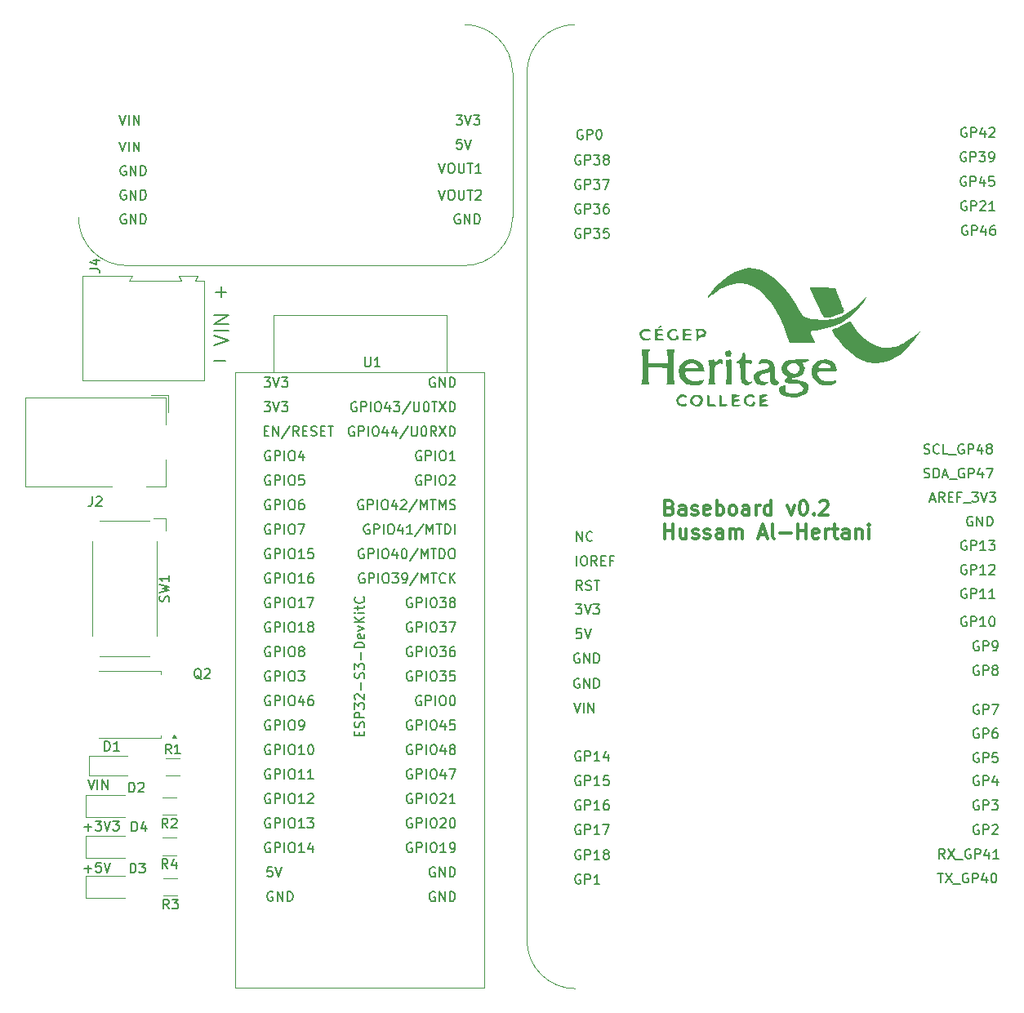
<source format=gto>
%TF.GenerationSoftware,KiCad,Pcbnew,8.0.0*%
%TF.CreationDate,2024-05-08T18:58:49-04:00*%
%TF.ProjectId,myBaseBoardDesign,6d794261-7365-4426-9f61-726444657369,rev?*%
%TF.SameCoordinates,Original*%
%TF.FileFunction,Legend,Top*%
%TF.FilePolarity,Positive*%
%FSLAX46Y46*%
G04 Gerber Fmt 4.6, Leading zero omitted, Abs format (unit mm)*
G04 Created by KiCad (PCBNEW 8.0.0) date 2024-05-08 18:58:49*
%MOMM*%
%LPD*%
G01*
G04 APERTURE LIST*
%ADD10C,0.150000*%
%ADD11C,0.300000*%
%ADD12C,0.120000*%
%ADD13C,0.050000*%
%ADD14C,0.000000*%
G04 APERTURE END LIST*
D10*
X86827628Y-83740922D02*
X88327628Y-83240922D01*
X88327628Y-83240922D02*
X86827628Y-82740922D01*
X88327628Y-82240923D02*
X86827628Y-82240923D01*
X88327628Y-81526637D02*
X86827628Y-81526637D01*
X86827628Y-81526637D02*
X88327628Y-80669494D01*
X88327628Y-80669494D02*
X86827628Y-80669494D01*
D11*
X134054510Y-100600198D02*
X134268796Y-100671626D01*
X134268796Y-100671626D02*
X134340225Y-100743055D01*
X134340225Y-100743055D02*
X134411653Y-100885912D01*
X134411653Y-100885912D02*
X134411653Y-101100198D01*
X134411653Y-101100198D02*
X134340225Y-101243055D01*
X134340225Y-101243055D02*
X134268796Y-101314484D01*
X134268796Y-101314484D02*
X134125939Y-101385912D01*
X134125939Y-101385912D02*
X133554510Y-101385912D01*
X133554510Y-101385912D02*
X133554510Y-99885912D01*
X133554510Y-99885912D02*
X134054510Y-99885912D01*
X134054510Y-99885912D02*
X134197368Y-99957341D01*
X134197368Y-99957341D02*
X134268796Y-100028769D01*
X134268796Y-100028769D02*
X134340225Y-100171626D01*
X134340225Y-100171626D02*
X134340225Y-100314484D01*
X134340225Y-100314484D02*
X134268796Y-100457341D01*
X134268796Y-100457341D02*
X134197368Y-100528769D01*
X134197368Y-100528769D02*
X134054510Y-100600198D01*
X134054510Y-100600198D02*
X133554510Y-100600198D01*
X135697368Y-101385912D02*
X135697368Y-100600198D01*
X135697368Y-100600198D02*
X135625939Y-100457341D01*
X135625939Y-100457341D02*
X135483082Y-100385912D01*
X135483082Y-100385912D02*
X135197368Y-100385912D01*
X135197368Y-100385912D02*
X135054510Y-100457341D01*
X135697368Y-101314484D02*
X135554510Y-101385912D01*
X135554510Y-101385912D02*
X135197368Y-101385912D01*
X135197368Y-101385912D02*
X135054510Y-101314484D01*
X135054510Y-101314484D02*
X134983082Y-101171626D01*
X134983082Y-101171626D02*
X134983082Y-101028769D01*
X134983082Y-101028769D02*
X135054510Y-100885912D01*
X135054510Y-100885912D02*
X135197368Y-100814484D01*
X135197368Y-100814484D02*
X135554510Y-100814484D01*
X135554510Y-100814484D02*
X135697368Y-100743055D01*
X136340225Y-101314484D02*
X136483082Y-101385912D01*
X136483082Y-101385912D02*
X136768796Y-101385912D01*
X136768796Y-101385912D02*
X136911653Y-101314484D01*
X136911653Y-101314484D02*
X136983082Y-101171626D01*
X136983082Y-101171626D02*
X136983082Y-101100198D01*
X136983082Y-101100198D02*
X136911653Y-100957341D01*
X136911653Y-100957341D02*
X136768796Y-100885912D01*
X136768796Y-100885912D02*
X136554511Y-100885912D01*
X136554511Y-100885912D02*
X136411653Y-100814484D01*
X136411653Y-100814484D02*
X136340225Y-100671626D01*
X136340225Y-100671626D02*
X136340225Y-100600198D01*
X136340225Y-100600198D02*
X136411653Y-100457341D01*
X136411653Y-100457341D02*
X136554511Y-100385912D01*
X136554511Y-100385912D02*
X136768796Y-100385912D01*
X136768796Y-100385912D02*
X136911653Y-100457341D01*
X138197368Y-101314484D02*
X138054511Y-101385912D01*
X138054511Y-101385912D02*
X137768797Y-101385912D01*
X137768797Y-101385912D02*
X137625939Y-101314484D01*
X137625939Y-101314484D02*
X137554511Y-101171626D01*
X137554511Y-101171626D02*
X137554511Y-100600198D01*
X137554511Y-100600198D02*
X137625939Y-100457341D01*
X137625939Y-100457341D02*
X137768797Y-100385912D01*
X137768797Y-100385912D02*
X138054511Y-100385912D01*
X138054511Y-100385912D02*
X138197368Y-100457341D01*
X138197368Y-100457341D02*
X138268797Y-100600198D01*
X138268797Y-100600198D02*
X138268797Y-100743055D01*
X138268797Y-100743055D02*
X137554511Y-100885912D01*
X138911653Y-101385912D02*
X138911653Y-99885912D01*
X138911653Y-100457341D02*
X139054511Y-100385912D01*
X139054511Y-100385912D02*
X139340225Y-100385912D01*
X139340225Y-100385912D02*
X139483082Y-100457341D01*
X139483082Y-100457341D02*
X139554511Y-100528769D01*
X139554511Y-100528769D02*
X139625939Y-100671626D01*
X139625939Y-100671626D02*
X139625939Y-101100198D01*
X139625939Y-101100198D02*
X139554511Y-101243055D01*
X139554511Y-101243055D02*
X139483082Y-101314484D01*
X139483082Y-101314484D02*
X139340225Y-101385912D01*
X139340225Y-101385912D02*
X139054511Y-101385912D01*
X139054511Y-101385912D02*
X138911653Y-101314484D01*
X140483082Y-101385912D02*
X140340225Y-101314484D01*
X140340225Y-101314484D02*
X140268796Y-101243055D01*
X140268796Y-101243055D02*
X140197368Y-101100198D01*
X140197368Y-101100198D02*
X140197368Y-100671626D01*
X140197368Y-100671626D02*
X140268796Y-100528769D01*
X140268796Y-100528769D02*
X140340225Y-100457341D01*
X140340225Y-100457341D02*
X140483082Y-100385912D01*
X140483082Y-100385912D02*
X140697368Y-100385912D01*
X140697368Y-100385912D02*
X140840225Y-100457341D01*
X140840225Y-100457341D02*
X140911654Y-100528769D01*
X140911654Y-100528769D02*
X140983082Y-100671626D01*
X140983082Y-100671626D02*
X140983082Y-101100198D01*
X140983082Y-101100198D02*
X140911654Y-101243055D01*
X140911654Y-101243055D02*
X140840225Y-101314484D01*
X140840225Y-101314484D02*
X140697368Y-101385912D01*
X140697368Y-101385912D02*
X140483082Y-101385912D01*
X142268797Y-101385912D02*
X142268797Y-100600198D01*
X142268797Y-100600198D02*
X142197368Y-100457341D01*
X142197368Y-100457341D02*
X142054511Y-100385912D01*
X142054511Y-100385912D02*
X141768797Y-100385912D01*
X141768797Y-100385912D02*
X141625939Y-100457341D01*
X142268797Y-101314484D02*
X142125939Y-101385912D01*
X142125939Y-101385912D02*
X141768797Y-101385912D01*
X141768797Y-101385912D02*
X141625939Y-101314484D01*
X141625939Y-101314484D02*
X141554511Y-101171626D01*
X141554511Y-101171626D02*
X141554511Y-101028769D01*
X141554511Y-101028769D02*
X141625939Y-100885912D01*
X141625939Y-100885912D02*
X141768797Y-100814484D01*
X141768797Y-100814484D02*
X142125939Y-100814484D01*
X142125939Y-100814484D02*
X142268797Y-100743055D01*
X142983082Y-101385912D02*
X142983082Y-100385912D01*
X142983082Y-100671626D02*
X143054511Y-100528769D01*
X143054511Y-100528769D02*
X143125940Y-100457341D01*
X143125940Y-100457341D02*
X143268797Y-100385912D01*
X143268797Y-100385912D02*
X143411654Y-100385912D01*
X144554511Y-101385912D02*
X144554511Y-99885912D01*
X144554511Y-101314484D02*
X144411653Y-101385912D01*
X144411653Y-101385912D02*
X144125939Y-101385912D01*
X144125939Y-101385912D02*
X143983082Y-101314484D01*
X143983082Y-101314484D02*
X143911653Y-101243055D01*
X143911653Y-101243055D02*
X143840225Y-101100198D01*
X143840225Y-101100198D02*
X143840225Y-100671626D01*
X143840225Y-100671626D02*
X143911653Y-100528769D01*
X143911653Y-100528769D02*
X143983082Y-100457341D01*
X143983082Y-100457341D02*
X144125939Y-100385912D01*
X144125939Y-100385912D02*
X144411653Y-100385912D01*
X144411653Y-100385912D02*
X144554511Y-100457341D01*
X146268796Y-100385912D02*
X146625939Y-101385912D01*
X146625939Y-101385912D02*
X146983082Y-100385912D01*
X147840225Y-99885912D02*
X147983082Y-99885912D01*
X147983082Y-99885912D02*
X148125939Y-99957341D01*
X148125939Y-99957341D02*
X148197368Y-100028769D01*
X148197368Y-100028769D02*
X148268796Y-100171626D01*
X148268796Y-100171626D02*
X148340225Y-100457341D01*
X148340225Y-100457341D02*
X148340225Y-100814484D01*
X148340225Y-100814484D02*
X148268796Y-101100198D01*
X148268796Y-101100198D02*
X148197368Y-101243055D01*
X148197368Y-101243055D02*
X148125939Y-101314484D01*
X148125939Y-101314484D02*
X147983082Y-101385912D01*
X147983082Y-101385912D02*
X147840225Y-101385912D01*
X147840225Y-101385912D02*
X147697368Y-101314484D01*
X147697368Y-101314484D02*
X147625939Y-101243055D01*
X147625939Y-101243055D02*
X147554510Y-101100198D01*
X147554510Y-101100198D02*
X147483082Y-100814484D01*
X147483082Y-100814484D02*
X147483082Y-100457341D01*
X147483082Y-100457341D02*
X147554510Y-100171626D01*
X147554510Y-100171626D02*
X147625939Y-100028769D01*
X147625939Y-100028769D02*
X147697368Y-99957341D01*
X147697368Y-99957341D02*
X147840225Y-99885912D01*
X148983081Y-101243055D02*
X149054510Y-101314484D01*
X149054510Y-101314484D02*
X148983081Y-101385912D01*
X148983081Y-101385912D02*
X148911653Y-101314484D01*
X148911653Y-101314484D02*
X148983081Y-101243055D01*
X148983081Y-101243055D02*
X148983081Y-101385912D01*
X149625939Y-100028769D02*
X149697367Y-99957341D01*
X149697367Y-99957341D02*
X149840225Y-99885912D01*
X149840225Y-99885912D02*
X150197367Y-99885912D01*
X150197367Y-99885912D02*
X150340225Y-99957341D01*
X150340225Y-99957341D02*
X150411653Y-100028769D01*
X150411653Y-100028769D02*
X150483082Y-100171626D01*
X150483082Y-100171626D02*
X150483082Y-100314484D01*
X150483082Y-100314484D02*
X150411653Y-100528769D01*
X150411653Y-100528769D02*
X149554510Y-101385912D01*
X149554510Y-101385912D02*
X150483082Y-101385912D01*
X133554510Y-103800828D02*
X133554510Y-102300828D01*
X133554510Y-103015114D02*
X134411653Y-103015114D01*
X134411653Y-103800828D02*
X134411653Y-102300828D01*
X135768797Y-102800828D02*
X135768797Y-103800828D01*
X135125939Y-102800828D02*
X135125939Y-103586542D01*
X135125939Y-103586542D02*
X135197368Y-103729400D01*
X135197368Y-103729400D02*
X135340225Y-103800828D01*
X135340225Y-103800828D02*
X135554511Y-103800828D01*
X135554511Y-103800828D02*
X135697368Y-103729400D01*
X135697368Y-103729400D02*
X135768797Y-103657971D01*
X136411654Y-103729400D02*
X136554511Y-103800828D01*
X136554511Y-103800828D02*
X136840225Y-103800828D01*
X136840225Y-103800828D02*
X136983082Y-103729400D01*
X136983082Y-103729400D02*
X137054511Y-103586542D01*
X137054511Y-103586542D02*
X137054511Y-103515114D01*
X137054511Y-103515114D02*
X136983082Y-103372257D01*
X136983082Y-103372257D02*
X136840225Y-103300828D01*
X136840225Y-103300828D02*
X136625940Y-103300828D01*
X136625940Y-103300828D02*
X136483082Y-103229400D01*
X136483082Y-103229400D02*
X136411654Y-103086542D01*
X136411654Y-103086542D02*
X136411654Y-103015114D01*
X136411654Y-103015114D02*
X136483082Y-102872257D01*
X136483082Y-102872257D02*
X136625940Y-102800828D01*
X136625940Y-102800828D02*
X136840225Y-102800828D01*
X136840225Y-102800828D02*
X136983082Y-102872257D01*
X137625940Y-103729400D02*
X137768797Y-103800828D01*
X137768797Y-103800828D02*
X138054511Y-103800828D01*
X138054511Y-103800828D02*
X138197368Y-103729400D01*
X138197368Y-103729400D02*
X138268797Y-103586542D01*
X138268797Y-103586542D02*
X138268797Y-103515114D01*
X138268797Y-103515114D02*
X138197368Y-103372257D01*
X138197368Y-103372257D02*
X138054511Y-103300828D01*
X138054511Y-103300828D02*
X137840226Y-103300828D01*
X137840226Y-103300828D02*
X137697368Y-103229400D01*
X137697368Y-103229400D02*
X137625940Y-103086542D01*
X137625940Y-103086542D02*
X137625940Y-103015114D01*
X137625940Y-103015114D02*
X137697368Y-102872257D01*
X137697368Y-102872257D02*
X137840226Y-102800828D01*
X137840226Y-102800828D02*
X138054511Y-102800828D01*
X138054511Y-102800828D02*
X138197368Y-102872257D01*
X139554512Y-103800828D02*
X139554512Y-103015114D01*
X139554512Y-103015114D02*
X139483083Y-102872257D01*
X139483083Y-102872257D02*
X139340226Y-102800828D01*
X139340226Y-102800828D02*
X139054512Y-102800828D01*
X139054512Y-102800828D02*
X138911654Y-102872257D01*
X139554512Y-103729400D02*
X139411654Y-103800828D01*
X139411654Y-103800828D02*
X139054512Y-103800828D01*
X139054512Y-103800828D02*
X138911654Y-103729400D01*
X138911654Y-103729400D02*
X138840226Y-103586542D01*
X138840226Y-103586542D02*
X138840226Y-103443685D01*
X138840226Y-103443685D02*
X138911654Y-103300828D01*
X138911654Y-103300828D02*
X139054512Y-103229400D01*
X139054512Y-103229400D02*
X139411654Y-103229400D01*
X139411654Y-103229400D02*
X139554512Y-103157971D01*
X140268797Y-103800828D02*
X140268797Y-102800828D01*
X140268797Y-102943685D02*
X140340226Y-102872257D01*
X140340226Y-102872257D02*
X140483083Y-102800828D01*
X140483083Y-102800828D02*
X140697369Y-102800828D01*
X140697369Y-102800828D02*
X140840226Y-102872257D01*
X140840226Y-102872257D02*
X140911655Y-103015114D01*
X140911655Y-103015114D02*
X140911655Y-103800828D01*
X140911655Y-103015114D02*
X140983083Y-102872257D01*
X140983083Y-102872257D02*
X141125940Y-102800828D01*
X141125940Y-102800828D02*
X141340226Y-102800828D01*
X141340226Y-102800828D02*
X141483083Y-102872257D01*
X141483083Y-102872257D02*
X141554512Y-103015114D01*
X141554512Y-103015114D02*
X141554512Y-103800828D01*
X143340226Y-103372257D02*
X144054512Y-103372257D01*
X143197369Y-103800828D02*
X143697369Y-102300828D01*
X143697369Y-102300828D02*
X144197369Y-103800828D01*
X144911654Y-103800828D02*
X144768797Y-103729400D01*
X144768797Y-103729400D02*
X144697368Y-103586542D01*
X144697368Y-103586542D02*
X144697368Y-102300828D01*
X145483082Y-103229400D02*
X146625940Y-103229400D01*
X147340225Y-103800828D02*
X147340225Y-102300828D01*
X147340225Y-103015114D02*
X148197368Y-103015114D01*
X148197368Y-103800828D02*
X148197368Y-102300828D01*
X149483083Y-103729400D02*
X149340226Y-103800828D01*
X149340226Y-103800828D02*
X149054512Y-103800828D01*
X149054512Y-103800828D02*
X148911654Y-103729400D01*
X148911654Y-103729400D02*
X148840226Y-103586542D01*
X148840226Y-103586542D02*
X148840226Y-103015114D01*
X148840226Y-103015114D02*
X148911654Y-102872257D01*
X148911654Y-102872257D02*
X149054512Y-102800828D01*
X149054512Y-102800828D02*
X149340226Y-102800828D01*
X149340226Y-102800828D02*
X149483083Y-102872257D01*
X149483083Y-102872257D02*
X149554512Y-103015114D01*
X149554512Y-103015114D02*
X149554512Y-103157971D01*
X149554512Y-103157971D02*
X148840226Y-103300828D01*
X150197368Y-103800828D02*
X150197368Y-102800828D01*
X150197368Y-103086542D02*
X150268797Y-102943685D01*
X150268797Y-102943685D02*
X150340226Y-102872257D01*
X150340226Y-102872257D02*
X150483083Y-102800828D01*
X150483083Y-102800828D02*
X150625940Y-102800828D01*
X150911654Y-102800828D02*
X151483082Y-102800828D01*
X151125939Y-102300828D02*
X151125939Y-103586542D01*
X151125939Y-103586542D02*
X151197368Y-103729400D01*
X151197368Y-103729400D02*
X151340225Y-103800828D01*
X151340225Y-103800828D02*
X151483082Y-103800828D01*
X152625940Y-103800828D02*
X152625940Y-103015114D01*
X152625940Y-103015114D02*
X152554511Y-102872257D01*
X152554511Y-102872257D02*
X152411654Y-102800828D01*
X152411654Y-102800828D02*
X152125940Y-102800828D01*
X152125940Y-102800828D02*
X151983082Y-102872257D01*
X152625940Y-103729400D02*
X152483082Y-103800828D01*
X152483082Y-103800828D02*
X152125940Y-103800828D01*
X152125940Y-103800828D02*
X151983082Y-103729400D01*
X151983082Y-103729400D02*
X151911654Y-103586542D01*
X151911654Y-103586542D02*
X151911654Y-103443685D01*
X151911654Y-103443685D02*
X151983082Y-103300828D01*
X151983082Y-103300828D02*
X152125940Y-103229400D01*
X152125940Y-103229400D02*
X152483082Y-103229400D01*
X152483082Y-103229400D02*
X152625940Y-103157971D01*
X153340225Y-102800828D02*
X153340225Y-103800828D01*
X153340225Y-102943685D02*
X153411654Y-102872257D01*
X153411654Y-102872257D02*
X153554511Y-102800828D01*
X153554511Y-102800828D02*
X153768797Y-102800828D01*
X153768797Y-102800828D02*
X153911654Y-102872257D01*
X153911654Y-102872257D02*
X153983083Y-103015114D01*
X153983083Y-103015114D02*
X153983083Y-103800828D01*
X154697368Y-103800828D02*
X154697368Y-102800828D01*
X154697368Y-102300828D02*
X154625940Y-102372257D01*
X154625940Y-102372257D02*
X154697368Y-102443685D01*
X154697368Y-102443685D02*
X154768797Y-102372257D01*
X154768797Y-102372257D02*
X154697368Y-102300828D01*
X154697368Y-102300828D02*
X154697368Y-102443685D01*
D10*
X73361779Y-138045866D02*
X74123684Y-138045866D01*
X73742731Y-138426819D02*
X73742731Y-137664914D01*
X75076064Y-137426819D02*
X74599874Y-137426819D01*
X74599874Y-137426819D02*
X74552255Y-137903009D01*
X74552255Y-137903009D02*
X74599874Y-137855390D01*
X74599874Y-137855390D02*
X74695112Y-137807771D01*
X74695112Y-137807771D02*
X74933207Y-137807771D01*
X74933207Y-137807771D02*
X75028445Y-137855390D01*
X75028445Y-137855390D02*
X75076064Y-137903009D01*
X75076064Y-137903009D02*
X75123683Y-137998247D01*
X75123683Y-137998247D02*
X75123683Y-138236342D01*
X75123683Y-138236342D02*
X75076064Y-138331580D01*
X75076064Y-138331580D02*
X75028445Y-138379200D01*
X75028445Y-138379200D02*
X74933207Y-138426819D01*
X74933207Y-138426819D02*
X74695112Y-138426819D01*
X74695112Y-138426819D02*
X74599874Y-138379200D01*
X74599874Y-138379200D02*
X74552255Y-138331580D01*
X75409398Y-137426819D02*
X75742731Y-138426819D01*
X75742731Y-138426819D02*
X76076064Y-137426819D01*
X86815826Y-85343200D02*
X87958684Y-85343200D01*
X73726922Y-128790819D02*
X74060255Y-129790819D01*
X74060255Y-129790819D02*
X74393588Y-128790819D01*
X74726922Y-129790819D02*
X74726922Y-128790819D01*
X75203112Y-129790819D02*
X75203112Y-128790819D01*
X75203112Y-128790819D02*
X75774540Y-129790819D01*
X75774540Y-129790819D02*
X75774540Y-128790819D01*
X86942826Y-78231200D02*
X88085684Y-78231200D01*
X87514255Y-78802628D02*
X87514255Y-77659771D01*
X73361779Y-133727866D02*
X74123684Y-133727866D01*
X73742731Y-134108819D02*
X73742731Y-133346914D01*
X74504636Y-133108819D02*
X75123683Y-133108819D01*
X75123683Y-133108819D02*
X74790350Y-133489771D01*
X74790350Y-133489771D02*
X74933207Y-133489771D01*
X74933207Y-133489771D02*
X75028445Y-133537390D01*
X75028445Y-133537390D02*
X75076064Y-133585009D01*
X75076064Y-133585009D02*
X75123683Y-133680247D01*
X75123683Y-133680247D02*
X75123683Y-133918342D01*
X75123683Y-133918342D02*
X75076064Y-134013580D01*
X75076064Y-134013580D02*
X75028445Y-134061200D01*
X75028445Y-134061200D02*
X74933207Y-134108819D01*
X74933207Y-134108819D02*
X74647493Y-134108819D01*
X74647493Y-134108819D02*
X74552255Y-134061200D01*
X74552255Y-134061200D02*
X74504636Y-134013580D01*
X75409398Y-133108819D02*
X75742731Y-134108819D01*
X75742731Y-134108819D02*
X76076064Y-133108819D01*
X76314160Y-133108819D02*
X76933207Y-133108819D01*
X76933207Y-133108819D02*
X76599874Y-133489771D01*
X76599874Y-133489771D02*
X76742731Y-133489771D01*
X76742731Y-133489771D02*
X76837969Y-133537390D01*
X76837969Y-133537390D02*
X76885588Y-133585009D01*
X76885588Y-133585009D02*
X76933207Y-133680247D01*
X76933207Y-133680247D02*
X76933207Y-133918342D01*
X76933207Y-133918342D02*
X76885588Y-134013580D01*
X76885588Y-134013580D02*
X76837969Y-134061200D01*
X76837969Y-134061200D02*
X76742731Y-134108819D01*
X76742731Y-134108819D02*
X76457017Y-134108819D01*
X76457017Y-134108819D02*
X76361779Y-134061200D01*
X76361779Y-134061200D02*
X76314160Y-134013580D01*
X82357333Y-126142819D02*
X82024000Y-125666628D01*
X81785905Y-126142819D02*
X81785905Y-125142819D01*
X81785905Y-125142819D02*
X82166857Y-125142819D01*
X82166857Y-125142819D02*
X82262095Y-125190438D01*
X82262095Y-125190438D02*
X82309714Y-125238057D01*
X82309714Y-125238057D02*
X82357333Y-125333295D01*
X82357333Y-125333295D02*
X82357333Y-125476152D01*
X82357333Y-125476152D02*
X82309714Y-125571390D01*
X82309714Y-125571390D02*
X82262095Y-125619009D01*
X82262095Y-125619009D02*
X82166857Y-125666628D01*
X82166857Y-125666628D02*
X81785905Y-125666628D01*
X83309714Y-126142819D02*
X82738286Y-126142819D01*
X83024000Y-126142819D02*
X83024000Y-125142819D01*
X83024000Y-125142819D02*
X82928762Y-125285676D01*
X82928762Y-125285676D02*
X82833524Y-125380914D01*
X82833524Y-125380914D02*
X82738286Y-125428533D01*
X85502761Y-118406057D02*
X85407523Y-118358438D01*
X85407523Y-118358438D02*
X85312285Y-118263200D01*
X85312285Y-118263200D02*
X85169428Y-118120342D01*
X85169428Y-118120342D02*
X85074190Y-118072723D01*
X85074190Y-118072723D02*
X84978952Y-118072723D01*
X85026571Y-118310819D02*
X84931333Y-118263200D01*
X84931333Y-118263200D02*
X84836095Y-118167961D01*
X84836095Y-118167961D02*
X84788476Y-117977485D01*
X84788476Y-117977485D02*
X84788476Y-117644152D01*
X84788476Y-117644152D02*
X84836095Y-117453676D01*
X84836095Y-117453676D02*
X84931333Y-117358438D01*
X84931333Y-117358438D02*
X85026571Y-117310819D01*
X85026571Y-117310819D02*
X85217047Y-117310819D01*
X85217047Y-117310819D02*
X85312285Y-117358438D01*
X85312285Y-117358438D02*
X85407523Y-117453676D01*
X85407523Y-117453676D02*
X85455142Y-117644152D01*
X85455142Y-117644152D02*
X85455142Y-117977485D01*
X85455142Y-117977485D02*
X85407523Y-118167961D01*
X85407523Y-118167961D02*
X85312285Y-118263200D01*
X85312285Y-118263200D02*
X85217047Y-118310819D01*
X85217047Y-118310819D02*
X85026571Y-118310819D01*
X85836095Y-117406057D02*
X85883714Y-117358438D01*
X85883714Y-117358438D02*
X85978952Y-117310819D01*
X85978952Y-117310819D02*
X86217047Y-117310819D01*
X86217047Y-117310819D02*
X86312285Y-117358438D01*
X86312285Y-117358438D02*
X86359904Y-117406057D01*
X86359904Y-117406057D02*
X86407523Y-117501295D01*
X86407523Y-117501295D02*
X86407523Y-117596533D01*
X86407523Y-117596533D02*
X86359904Y-117739390D01*
X86359904Y-117739390D02*
X85788476Y-118310819D01*
X85788476Y-118310819D02*
X86407523Y-118310819D01*
X164800588Y-68852438D02*
X164705350Y-68804819D01*
X164705350Y-68804819D02*
X164562493Y-68804819D01*
X164562493Y-68804819D02*
X164419636Y-68852438D01*
X164419636Y-68852438D02*
X164324398Y-68947676D01*
X164324398Y-68947676D02*
X164276779Y-69042914D01*
X164276779Y-69042914D02*
X164229160Y-69233390D01*
X164229160Y-69233390D02*
X164229160Y-69376247D01*
X164229160Y-69376247D02*
X164276779Y-69566723D01*
X164276779Y-69566723D02*
X164324398Y-69661961D01*
X164324398Y-69661961D02*
X164419636Y-69757200D01*
X164419636Y-69757200D02*
X164562493Y-69804819D01*
X164562493Y-69804819D02*
X164657731Y-69804819D01*
X164657731Y-69804819D02*
X164800588Y-69757200D01*
X164800588Y-69757200D02*
X164848207Y-69709580D01*
X164848207Y-69709580D02*
X164848207Y-69376247D01*
X164848207Y-69376247D02*
X164657731Y-69376247D01*
X165276779Y-69804819D02*
X165276779Y-68804819D01*
X165276779Y-68804819D02*
X165657731Y-68804819D01*
X165657731Y-68804819D02*
X165752969Y-68852438D01*
X165752969Y-68852438D02*
X165800588Y-68900057D01*
X165800588Y-68900057D02*
X165848207Y-68995295D01*
X165848207Y-68995295D02*
X165848207Y-69138152D01*
X165848207Y-69138152D02*
X165800588Y-69233390D01*
X165800588Y-69233390D02*
X165752969Y-69281009D01*
X165752969Y-69281009D02*
X165657731Y-69328628D01*
X165657731Y-69328628D02*
X165276779Y-69328628D01*
X166229160Y-68900057D02*
X166276779Y-68852438D01*
X166276779Y-68852438D02*
X166372017Y-68804819D01*
X166372017Y-68804819D02*
X166610112Y-68804819D01*
X166610112Y-68804819D02*
X166705350Y-68852438D01*
X166705350Y-68852438D02*
X166752969Y-68900057D01*
X166752969Y-68900057D02*
X166800588Y-68995295D01*
X166800588Y-68995295D02*
X166800588Y-69090533D01*
X166800588Y-69090533D02*
X166752969Y-69233390D01*
X166752969Y-69233390D02*
X166181541Y-69804819D01*
X166181541Y-69804819D02*
X166800588Y-69804819D01*
X167752969Y-69804819D02*
X167181541Y-69804819D01*
X167467255Y-69804819D02*
X167467255Y-68804819D01*
X167467255Y-68804819D02*
X167372017Y-68947676D01*
X167372017Y-68947676D02*
X167276779Y-69042914D01*
X167276779Y-69042914D02*
X167181541Y-69090533D01*
X166070588Y-121067438D02*
X165975350Y-121019819D01*
X165975350Y-121019819D02*
X165832493Y-121019819D01*
X165832493Y-121019819D02*
X165689636Y-121067438D01*
X165689636Y-121067438D02*
X165594398Y-121162676D01*
X165594398Y-121162676D02*
X165546779Y-121257914D01*
X165546779Y-121257914D02*
X165499160Y-121448390D01*
X165499160Y-121448390D02*
X165499160Y-121591247D01*
X165499160Y-121591247D02*
X165546779Y-121781723D01*
X165546779Y-121781723D02*
X165594398Y-121876961D01*
X165594398Y-121876961D02*
X165689636Y-121972200D01*
X165689636Y-121972200D02*
X165832493Y-122019819D01*
X165832493Y-122019819D02*
X165927731Y-122019819D01*
X165927731Y-122019819D02*
X166070588Y-121972200D01*
X166070588Y-121972200D02*
X166118207Y-121924580D01*
X166118207Y-121924580D02*
X166118207Y-121591247D01*
X166118207Y-121591247D02*
X165927731Y-121591247D01*
X166546779Y-122019819D02*
X166546779Y-121019819D01*
X166546779Y-121019819D02*
X166927731Y-121019819D01*
X166927731Y-121019819D02*
X167022969Y-121067438D01*
X167022969Y-121067438D02*
X167070588Y-121115057D01*
X167070588Y-121115057D02*
X167118207Y-121210295D01*
X167118207Y-121210295D02*
X167118207Y-121353152D01*
X167118207Y-121353152D02*
X167070588Y-121448390D01*
X167070588Y-121448390D02*
X167022969Y-121496009D01*
X167022969Y-121496009D02*
X166927731Y-121543628D01*
X166927731Y-121543628D02*
X166546779Y-121543628D01*
X167451541Y-121019819D02*
X168118207Y-121019819D01*
X168118207Y-121019819D02*
X167689636Y-122019819D01*
X165435588Y-101567438D02*
X165340350Y-101519819D01*
X165340350Y-101519819D02*
X165197493Y-101519819D01*
X165197493Y-101519819D02*
X165054636Y-101567438D01*
X165054636Y-101567438D02*
X164959398Y-101662676D01*
X164959398Y-101662676D02*
X164911779Y-101757914D01*
X164911779Y-101757914D02*
X164864160Y-101948390D01*
X164864160Y-101948390D02*
X164864160Y-102091247D01*
X164864160Y-102091247D02*
X164911779Y-102281723D01*
X164911779Y-102281723D02*
X164959398Y-102376961D01*
X164959398Y-102376961D02*
X165054636Y-102472200D01*
X165054636Y-102472200D02*
X165197493Y-102519819D01*
X165197493Y-102519819D02*
X165292731Y-102519819D01*
X165292731Y-102519819D02*
X165435588Y-102472200D01*
X165435588Y-102472200D02*
X165483207Y-102424580D01*
X165483207Y-102424580D02*
X165483207Y-102091247D01*
X165483207Y-102091247D02*
X165292731Y-102091247D01*
X165911779Y-102519819D02*
X165911779Y-101519819D01*
X165911779Y-101519819D02*
X166483207Y-102519819D01*
X166483207Y-102519819D02*
X166483207Y-101519819D01*
X166959398Y-102519819D02*
X166959398Y-101519819D01*
X166959398Y-101519819D02*
X167197493Y-101519819D01*
X167197493Y-101519819D02*
X167340350Y-101567438D01*
X167340350Y-101567438D02*
X167435588Y-101662676D01*
X167435588Y-101662676D02*
X167483207Y-101757914D01*
X167483207Y-101757914D02*
X167530826Y-101948390D01*
X167530826Y-101948390D02*
X167530826Y-102091247D01*
X167530826Y-102091247D02*
X167483207Y-102281723D01*
X167483207Y-102281723D02*
X167435588Y-102376961D01*
X167435588Y-102376961D02*
X167340350Y-102472200D01*
X167340350Y-102472200D02*
X167197493Y-102519819D01*
X167197493Y-102519819D02*
X166959398Y-102519819D01*
X76988922Y-59909819D02*
X77322255Y-60909819D01*
X77322255Y-60909819D02*
X77655588Y-59909819D01*
X77988922Y-60909819D02*
X77988922Y-59909819D01*
X78465112Y-60909819D02*
X78465112Y-59909819D01*
X78465112Y-59909819D02*
X79036540Y-60909819D01*
X79036540Y-60909819D02*
X79036540Y-59909819D01*
X166070588Y-126067438D02*
X165975350Y-126019819D01*
X165975350Y-126019819D02*
X165832493Y-126019819D01*
X165832493Y-126019819D02*
X165689636Y-126067438D01*
X165689636Y-126067438D02*
X165594398Y-126162676D01*
X165594398Y-126162676D02*
X165546779Y-126257914D01*
X165546779Y-126257914D02*
X165499160Y-126448390D01*
X165499160Y-126448390D02*
X165499160Y-126591247D01*
X165499160Y-126591247D02*
X165546779Y-126781723D01*
X165546779Y-126781723D02*
X165594398Y-126876961D01*
X165594398Y-126876961D02*
X165689636Y-126972200D01*
X165689636Y-126972200D02*
X165832493Y-127019819D01*
X165832493Y-127019819D02*
X165927731Y-127019819D01*
X165927731Y-127019819D02*
X166070588Y-126972200D01*
X166070588Y-126972200D02*
X166118207Y-126924580D01*
X166118207Y-126924580D02*
X166118207Y-126591247D01*
X166118207Y-126591247D02*
X165927731Y-126591247D01*
X166546779Y-127019819D02*
X166546779Y-126019819D01*
X166546779Y-126019819D02*
X166927731Y-126019819D01*
X166927731Y-126019819D02*
X167022969Y-126067438D01*
X167022969Y-126067438D02*
X167070588Y-126115057D01*
X167070588Y-126115057D02*
X167118207Y-126210295D01*
X167118207Y-126210295D02*
X167118207Y-126353152D01*
X167118207Y-126353152D02*
X167070588Y-126448390D01*
X167070588Y-126448390D02*
X167022969Y-126496009D01*
X167022969Y-126496009D02*
X166927731Y-126543628D01*
X166927731Y-126543628D02*
X166546779Y-126543628D01*
X168022969Y-126019819D02*
X167546779Y-126019819D01*
X167546779Y-126019819D02*
X167499160Y-126496009D01*
X167499160Y-126496009D02*
X167546779Y-126448390D01*
X167546779Y-126448390D02*
X167642017Y-126400771D01*
X167642017Y-126400771D02*
X167880112Y-126400771D01*
X167880112Y-126400771D02*
X167975350Y-126448390D01*
X167975350Y-126448390D02*
X168022969Y-126496009D01*
X168022969Y-126496009D02*
X168070588Y-126591247D01*
X168070588Y-126591247D02*
X168070588Y-126829342D01*
X168070588Y-126829342D02*
X168022969Y-126924580D01*
X168022969Y-126924580D02*
X167975350Y-126972200D01*
X167975350Y-126972200D02*
X167880112Y-127019819D01*
X167880112Y-127019819D02*
X167642017Y-127019819D01*
X167642017Y-127019819D02*
X167546779Y-126972200D01*
X167546779Y-126972200D02*
X167499160Y-126924580D01*
X124795588Y-131002438D02*
X124700350Y-130954819D01*
X124700350Y-130954819D02*
X124557493Y-130954819D01*
X124557493Y-130954819D02*
X124414636Y-131002438D01*
X124414636Y-131002438D02*
X124319398Y-131097676D01*
X124319398Y-131097676D02*
X124271779Y-131192914D01*
X124271779Y-131192914D02*
X124224160Y-131383390D01*
X124224160Y-131383390D02*
X124224160Y-131526247D01*
X124224160Y-131526247D02*
X124271779Y-131716723D01*
X124271779Y-131716723D02*
X124319398Y-131811961D01*
X124319398Y-131811961D02*
X124414636Y-131907200D01*
X124414636Y-131907200D02*
X124557493Y-131954819D01*
X124557493Y-131954819D02*
X124652731Y-131954819D01*
X124652731Y-131954819D02*
X124795588Y-131907200D01*
X124795588Y-131907200D02*
X124843207Y-131859580D01*
X124843207Y-131859580D02*
X124843207Y-131526247D01*
X124843207Y-131526247D02*
X124652731Y-131526247D01*
X125271779Y-131954819D02*
X125271779Y-130954819D01*
X125271779Y-130954819D02*
X125652731Y-130954819D01*
X125652731Y-130954819D02*
X125747969Y-131002438D01*
X125747969Y-131002438D02*
X125795588Y-131050057D01*
X125795588Y-131050057D02*
X125843207Y-131145295D01*
X125843207Y-131145295D02*
X125843207Y-131288152D01*
X125843207Y-131288152D02*
X125795588Y-131383390D01*
X125795588Y-131383390D02*
X125747969Y-131431009D01*
X125747969Y-131431009D02*
X125652731Y-131478628D01*
X125652731Y-131478628D02*
X125271779Y-131478628D01*
X126795588Y-131954819D02*
X126224160Y-131954819D01*
X126509874Y-131954819D02*
X126509874Y-130954819D01*
X126509874Y-130954819D02*
X126414636Y-131097676D01*
X126414636Y-131097676D02*
X126319398Y-131192914D01*
X126319398Y-131192914D02*
X126224160Y-131240533D01*
X127652731Y-130954819D02*
X127462255Y-130954819D01*
X127462255Y-130954819D02*
X127367017Y-131002438D01*
X127367017Y-131002438D02*
X127319398Y-131050057D01*
X127319398Y-131050057D02*
X127224160Y-131192914D01*
X127224160Y-131192914D02*
X127176541Y-131383390D01*
X127176541Y-131383390D02*
X127176541Y-131764342D01*
X127176541Y-131764342D02*
X127224160Y-131859580D01*
X127224160Y-131859580D02*
X127271779Y-131907200D01*
X127271779Y-131907200D02*
X127367017Y-131954819D01*
X127367017Y-131954819D02*
X127557493Y-131954819D01*
X127557493Y-131954819D02*
X127652731Y-131907200D01*
X127652731Y-131907200D02*
X127700350Y-131859580D01*
X127700350Y-131859580D02*
X127747969Y-131764342D01*
X127747969Y-131764342D02*
X127747969Y-131526247D01*
X127747969Y-131526247D02*
X127700350Y-131431009D01*
X127700350Y-131431009D02*
X127652731Y-131383390D01*
X127652731Y-131383390D02*
X127557493Y-131335771D01*
X127557493Y-131335771D02*
X127367017Y-131335771D01*
X127367017Y-131335771D02*
X127271779Y-131383390D01*
X127271779Y-131383390D02*
X127224160Y-131431009D01*
X127224160Y-131431009D02*
X127176541Y-131526247D01*
X166070588Y-128462438D02*
X165975350Y-128414819D01*
X165975350Y-128414819D02*
X165832493Y-128414819D01*
X165832493Y-128414819D02*
X165689636Y-128462438D01*
X165689636Y-128462438D02*
X165594398Y-128557676D01*
X165594398Y-128557676D02*
X165546779Y-128652914D01*
X165546779Y-128652914D02*
X165499160Y-128843390D01*
X165499160Y-128843390D02*
X165499160Y-128986247D01*
X165499160Y-128986247D02*
X165546779Y-129176723D01*
X165546779Y-129176723D02*
X165594398Y-129271961D01*
X165594398Y-129271961D02*
X165689636Y-129367200D01*
X165689636Y-129367200D02*
X165832493Y-129414819D01*
X165832493Y-129414819D02*
X165927731Y-129414819D01*
X165927731Y-129414819D02*
X166070588Y-129367200D01*
X166070588Y-129367200D02*
X166118207Y-129319580D01*
X166118207Y-129319580D02*
X166118207Y-128986247D01*
X166118207Y-128986247D02*
X165927731Y-128986247D01*
X166546779Y-129414819D02*
X166546779Y-128414819D01*
X166546779Y-128414819D02*
X166927731Y-128414819D01*
X166927731Y-128414819D02*
X167022969Y-128462438D01*
X167022969Y-128462438D02*
X167070588Y-128510057D01*
X167070588Y-128510057D02*
X167118207Y-128605295D01*
X167118207Y-128605295D02*
X167118207Y-128748152D01*
X167118207Y-128748152D02*
X167070588Y-128843390D01*
X167070588Y-128843390D02*
X167022969Y-128891009D01*
X167022969Y-128891009D02*
X166927731Y-128938628D01*
X166927731Y-128938628D02*
X166546779Y-128938628D01*
X167975350Y-128748152D02*
X167975350Y-129414819D01*
X167737255Y-128367200D02*
X167499160Y-129081485D01*
X167499160Y-129081485D02*
X168118207Y-129081485D01*
X124795588Y-66617438D02*
X124700350Y-66569819D01*
X124700350Y-66569819D02*
X124557493Y-66569819D01*
X124557493Y-66569819D02*
X124414636Y-66617438D01*
X124414636Y-66617438D02*
X124319398Y-66712676D01*
X124319398Y-66712676D02*
X124271779Y-66807914D01*
X124271779Y-66807914D02*
X124224160Y-66998390D01*
X124224160Y-66998390D02*
X124224160Y-67141247D01*
X124224160Y-67141247D02*
X124271779Y-67331723D01*
X124271779Y-67331723D02*
X124319398Y-67426961D01*
X124319398Y-67426961D02*
X124414636Y-67522200D01*
X124414636Y-67522200D02*
X124557493Y-67569819D01*
X124557493Y-67569819D02*
X124652731Y-67569819D01*
X124652731Y-67569819D02*
X124795588Y-67522200D01*
X124795588Y-67522200D02*
X124843207Y-67474580D01*
X124843207Y-67474580D02*
X124843207Y-67141247D01*
X124843207Y-67141247D02*
X124652731Y-67141247D01*
X125271779Y-67569819D02*
X125271779Y-66569819D01*
X125271779Y-66569819D02*
X125652731Y-66569819D01*
X125652731Y-66569819D02*
X125747969Y-66617438D01*
X125747969Y-66617438D02*
X125795588Y-66665057D01*
X125795588Y-66665057D02*
X125843207Y-66760295D01*
X125843207Y-66760295D02*
X125843207Y-66903152D01*
X125843207Y-66903152D02*
X125795588Y-66998390D01*
X125795588Y-66998390D02*
X125747969Y-67046009D01*
X125747969Y-67046009D02*
X125652731Y-67093628D01*
X125652731Y-67093628D02*
X125271779Y-67093628D01*
X126176541Y-66569819D02*
X126795588Y-66569819D01*
X126795588Y-66569819D02*
X126462255Y-66950771D01*
X126462255Y-66950771D02*
X126605112Y-66950771D01*
X126605112Y-66950771D02*
X126700350Y-66998390D01*
X126700350Y-66998390D02*
X126747969Y-67046009D01*
X126747969Y-67046009D02*
X126795588Y-67141247D01*
X126795588Y-67141247D02*
X126795588Y-67379342D01*
X126795588Y-67379342D02*
X126747969Y-67474580D01*
X126747969Y-67474580D02*
X126700350Y-67522200D01*
X126700350Y-67522200D02*
X126605112Y-67569819D01*
X126605112Y-67569819D02*
X126319398Y-67569819D01*
X126319398Y-67569819D02*
X126224160Y-67522200D01*
X126224160Y-67522200D02*
X126176541Y-67474580D01*
X127128922Y-66569819D02*
X127795588Y-66569819D01*
X127795588Y-66569819D02*
X127367017Y-67569819D01*
X164880588Y-71392438D02*
X164785350Y-71344819D01*
X164785350Y-71344819D02*
X164642493Y-71344819D01*
X164642493Y-71344819D02*
X164499636Y-71392438D01*
X164499636Y-71392438D02*
X164404398Y-71487676D01*
X164404398Y-71487676D02*
X164356779Y-71582914D01*
X164356779Y-71582914D02*
X164309160Y-71773390D01*
X164309160Y-71773390D02*
X164309160Y-71916247D01*
X164309160Y-71916247D02*
X164356779Y-72106723D01*
X164356779Y-72106723D02*
X164404398Y-72201961D01*
X164404398Y-72201961D02*
X164499636Y-72297200D01*
X164499636Y-72297200D02*
X164642493Y-72344819D01*
X164642493Y-72344819D02*
X164737731Y-72344819D01*
X164737731Y-72344819D02*
X164880588Y-72297200D01*
X164880588Y-72297200D02*
X164928207Y-72249580D01*
X164928207Y-72249580D02*
X164928207Y-71916247D01*
X164928207Y-71916247D02*
X164737731Y-71916247D01*
X165356779Y-72344819D02*
X165356779Y-71344819D01*
X165356779Y-71344819D02*
X165737731Y-71344819D01*
X165737731Y-71344819D02*
X165832969Y-71392438D01*
X165832969Y-71392438D02*
X165880588Y-71440057D01*
X165880588Y-71440057D02*
X165928207Y-71535295D01*
X165928207Y-71535295D02*
X165928207Y-71678152D01*
X165928207Y-71678152D02*
X165880588Y-71773390D01*
X165880588Y-71773390D02*
X165832969Y-71821009D01*
X165832969Y-71821009D02*
X165737731Y-71868628D01*
X165737731Y-71868628D02*
X165356779Y-71868628D01*
X166785350Y-71678152D02*
X166785350Y-72344819D01*
X166547255Y-71297200D02*
X166309160Y-72011485D01*
X166309160Y-72011485D02*
X166928207Y-72011485D01*
X167737731Y-71344819D02*
X167547255Y-71344819D01*
X167547255Y-71344819D02*
X167452017Y-71392438D01*
X167452017Y-71392438D02*
X167404398Y-71440057D01*
X167404398Y-71440057D02*
X167309160Y-71582914D01*
X167309160Y-71582914D02*
X167261541Y-71773390D01*
X167261541Y-71773390D02*
X167261541Y-72154342D01*
X167261541Y-72154342D02*
X167309160Y-72249580D01*
X167309160Y-72249580D02*
X167356779Y-72297200D01*
X167356779Y-72297200D02*
X167452017Y-72344819D01*
X167452017Y-72344819D02*
X167642493Y-72344819D01*
X167642493Y-72344819D02*
X167737731Y-72297200D01*
X167737731Y-72297200D02*
X167785350Y-72249580D01*
X167785350Y-72249580D02*
X167832969Y-72154342D01*
X167832969Y-72154342D02*
X167832969Y-71916247D01*
X167832969Y-71916247D02*
X167785350Y-71821009D01*
X167785350Y-71821009D02*
X167737731Y-71773390D01*
X167737731Y-71773390D02*
X167642493Y-71725771D01*
X167642493Y-71725771D02*
X167452017Y-71725771D01*
X167452017Y-71725771D02*
X167356779Y-71773390D01*
X167356779Y-71773390D02*
X167309160Y-71821009D01*
X167309160Y-71821009D02*
X167261541Y-71916247D01*
X124795588Y-71697438D02*
X124700350Y-71649819D01*
X124700350Y-71649819D02*
X124557493Y-71649819D01*
X124557493Y-71649819D02*
X124414636Y-71697438D01*
X124414636Y-71697438D02*
X124319398Y-71792676D01*
X124319398Y-71792676D02*
X124271779Y-71887914D01*
X124271779Y-71887914D02*
X124224160Y-72078390D01*
X124224160Y-72078390D02*
X124224160Y-72221247D01*
X124224160Y-72221247D02*
X124271779Y-72411723D01*
X124271779Y-72411723D02*
X124319398Y-72506961D01*
X124319398Y-72506961D02*
X124414636Y-72602200D01*
X124414636Y-72602200D02*
X124557493Y-72649819D01*
X124557493Y-72649819D02*
X124652731Y-72649819D01*
X124652731Y-72649819D02*
X124795588Y-72602200D01*
X124795588Y-72602200D02*
X124843207Y-72554580D01*
X124843207Y-72554580D02*
X124843207Y-72221247D01*
X124843207Y-72221247D02*
X124652731Y-72221247D01*
X125271779Y-72649819D02*
X125271779Y-71649819D01*
X125271779Y-71649819D02*
X125652731Y-71649819D01*
X125652731Y-71649819D02*
X125747969Y-71697438D01*
X125747969Y-71697438D02*
X125795588Y-71745057D01*
X125795588Y-71745057D02*
X125843207Y-71840295D01*
X125843207Y-71840295D02*
X125843207Y-71983152D01*
X125843207Y-71983152D02*
X125795588Y-72078390D01*
X125795588Y-72078390D02*
X125747969Y-72126009D01*
X125747969Y-72126009D02*
X125652731Y-72173628D01*
X125652731Y-72173628D02*
X125271779Y-72173628D01*
X126176541Y-71649819D02*
X126795588Y-71649819D01*
X126795588Y-71649819D02*
X126462255Y-72030771D01*
X126462255Y-72030771D02*
X126605112Y-72030771D01*
X126605112Y-72030771D02*
X126700350Y-72078390D01*
X126700350Y-72078390D02*
X126747969Y-72126009D01*
X126747969Y-72126009D02*
X126795588Y-72221247D01*
X126795588Y-72221247D02*
X126795588Y-72459342D01*
X126795588Y-72459342D02*
X126747969Y-72554580D01*
X126747969Y-72554580D02*
X126700350Y-72602200D01*
X126700350Y-72602200D02*
X126605112Y-72649819D01*
X126605112Y-72649819D02*
X126319398Y-72649819D01*
X126319398Y-72649819D02*
X126224160Y-72602200D01*
X126224160Y-72602200D02*
X126176541Y-72554580D01*
X127700350Y-71649819D02*
X127224160Y-71649819D01*
X127224160Y-71649819D02*
X127176541Y-72126009D01*
X127176541Y-72126009D02*
X127224160Y-72078390D01*
X127224160Y-72078390D02*
X127319398Y-72030771D01*
X127319398Y-72030771D02*
X127557493Y-72030771D01*
X127557493Y-72030771D02*
X127652731Y-72078390D01*
X127652731Y-72078390D02*
X127700350Y-72126009D01*
X127700350Y-72126009D02*
X127747969Y-72221247D01*
X127747969Y-72221247D02*
X127747969Y-72459342D01*
X127747969Y-72459342D02*
X127700350Y-72554580D01*
X127700350Y-72554580D02*
X127652731Y-72602200D01*
X127652731Y-72602200D02*
X127557493Y-72649819D01*
X127557493Y-72649819D02*
X127319398Y-72649819D01*
X127319398Y-72649819D02*
X127224160Y-72602200D01*
X127224160Y-72602200D02*
X127176541Y-72554580D01*
X125006588Y-61447438D02*
X124911350Y-61399819D01*
X124911350Y-61399819D02*
X124768493Y-61399819D01*
X124768493Y-61399819D02*
X124625636Y-61447438D01*
X124625636Y-61447438D02*
X124530398Y-61542676D01*
X124530398Y-61542676D02*
X124482779Y-61637914D01*
X124482779Y-61637914D02*
X124435160Y-61828390D01*
X124435160Y-61828390D02*
X124435160Y-61971247D01*
X124435160Y-61971247D02*
X124482779Y-62161723D01*
X124482779Y-62161723D02*
X124530398Y-62256961D01*
X124530398Y-62256961D02*
X124625636Y-62352200D01*
X124625636Y-62352200D02*
X124768493Y-62399819D01*
X124768493Y-62399819D02*
X124863731Y-62399819D01*
X124863731Y-62399819D02*
X125006588Y-62352200D01*
X125006588Y-62352200D02*
X125054207Y-62304580D01*
X125054207Y-62304580D02*
X125054207Y-61971247D01*
X125054207Y-61971247D02*
X124863731Y-61971247D01*
X125482779Y-62399819D02*
X125482779Y-61399819D01*
X125482779Y-61399819D02*
X125863731Y-61399819D01*
X125863731Y-61399819D02*
X125958969Y-61447438D01*
X125958969Y-61447438D02*
X126006588Y-61495057D01*
X126006588Y-61495057D02*
X126054207Y-61590295D01*
X126054207Y-61590295D02*
X126054207Y-61733152D01*
X126054207Y-61733152D02*
X126006588Y-61828390D01*
X126006588Y-61828390D02*
X125958969Y-61876009D01*
X125958969Y-61876009D02*
X125863731Y-61923628D01*
X125863731Y-61923628D02*
X125482779Y-61923628D01*
X126673255Y-61399819D02*
X126768493Y-61399819D01*
X126768493Y-61399819D02*
X126863731Y-61447438D01*
X126863731Y-61447438D02*
X126911350Y-61495057D01*
X126911350Y-61495057D02*
X126958969Y-61590295D01*
X126958969Y-61590295D02*
X127006588Y-61780771D01*
X127006588Y-61780771D02*
X127006588Y-62018866D01*
X127006588Y-62018866D02*
X126958969Y-62209342D01*
X126958969Y-62209342D02*
X126911350Y-62304580D01*
X126911350Y-62304580D02*
X126863731Y-62352200D01*
X126863731Y-62352200D02*
X126768493Y-62399819D01*
X126768493Y-62399819D02*
X126673255Y-62399819D01*
X126673255Y-62399819D02*
X126578017Y-62352200D01*
X126578017Y-62352200D02*
X126530398Y-62304580D01*
X126530398Y-62304580D02*
X126482779Y-62209342D01*
X126482779Y-62209342D02*
X126435160Y-62018866D01*
X126435160Y-62018866D02*
X126435160Y-61780771D01*
X126435160Y-61780771D02*
X126482779Y-61590295D01*
X126482779Y-61590295D02*
X126530398Y-61495057D01*
X126530398Y-61495057D02*
X126578017Y-61447438D01*
X126578017Y-61447438D02*
X126673255Y-61399819D01*
X124795588Y-138702438D02*
X124700350Y-138654819D01*
X124700350Y-138654819D02*
X124557493Y-138654819D01*
X124557493Y-138654819D02*
X124414636Y-138702438D01*
X124414636Y-138702438D02*
X124319398Y-138797676D01*
X124319398Y-138797676D02*
X124271779Y-138892914D01*
X124271779Y-138892914D02*
X124224160Y-139083390D01*
X124224160Y-139083390D02*
X124224160Y-139226247D01*
X124224160Y-139226247D02*
X124271779Y-139416723D01*
X124271779Y-139416723D02*
X124319398Y-139511961D01*
X124319398Y-139511961D02*
X124414636Y-139607200D01*
X124414636Y-139607200D02*
X124557493Y-139654819D01*
X124557493Y-139654819D02*
X124652731Y-139654819D01*
X124652731Y-139654819D02*
X124795588Y-139607200D01*
X124795588Y-139607200D02*
X124843207Y-139559580D01*
X124843207Y-139559580D02*
X124843207Y-139226247D01*
X124843207Y-139226247D02*
X124652731Y-139226247D01*
X125271779Y-139654819D02*
X125271779Y-138654819D01*
X125271779Y-138654819D02*
X125652731Y-138654819D01*
X125652731Y-138654819D02*
X125747969Y-138702438D01*
X125747969Y-138702438D02*
X125795588Y-138750057D01*
X125795588Y-138750057D02*
X125843207Y-138845295D01*
X125843207Y-138845295D02*
X125843207Y-138988152D01*
X125843207Y-138988152D02*
X125795588Y-139083390D01*
X125795588Y-139083390D02*
X125747969Y-139131009D01*
X125747969Y-139131009D02*
X125652731Y-139178628D01*
X125652731Y-139178628D02*
X125271779Y-139178628D01*
X126795588Y-139654819D02*
X126224160Y-139654819D01*
X126509874Y-139654819D02*
X126509874Y-138654819D01*
X126509874Y-138654819D02*
X126414636Y-138797676D01*
X126414636Y-138797676D02*
X126319398Y-138892914D01*
X126319398Y-138892914D02*
X126224160Y-138940533D01*
X124795588Y-136162438D02*
X124700350Y-136114819D01*
X124700350Y-136114819D02*
X124557493Y-136114819D01*
X124557493Y-136114819D02*
X124414636Y-136162438D01*
X124414636Y-136162438D02*
X124319398Y-136257676D01*
X124319398Y-136257676D02*
X124271779Y-136352914D01*
X124271779Y-136352914D02*
X124224160Y-136543390D01*
X124224160Y-136543390D02*
X124224160Y-136686247D01*
X124224160Y-136686247D02*
X124271779Y-136876723D01*
X124271779Y-136876723D02*
X124319398Y-136971961D01*
X124319398Y-136971961D02*
X124414636Y-137067200D01*
X124414636Y-137067200D02*
X124557493Y-137114819D01*
X124557493Y-137114819D02*
X124652731Y-137114819D01*
X124652731Y-137114819D02*
X124795588Y-137067200D01*
X124795588Y-137067200D02*
X124843207Y-137019580D01*
X124843207Y-137019580D02*
X124843207Y-136686247D01*
X124843207Y-136686247D02*
X124652731Y-136686247D01*
X125271779Y-137114819D02*
X125271779Y-136114819D01*
X125271779Y-136114819D02*
X125652731Y-136114819D01*
X125652731Y-136114819D02*
X125747969Y-136162438D01*
X125747969Y-136162438D02*
X125795588Y-136210057D01*
X125795588Y-136210057D02*
X125843207Y-136305295D01*
X125843207Y-136305295D02*
X125843207Y-136448152D01*
X125843207Y-136448152D02*
X125795588Y-136543390D01*
X125795588Y-136543390D02*
X125747969Y-136591009D01*
X125747969Y-136591009D02*
X125652731Y-136638628D01*
X125652731Y-136638628D02*
X125271779Y-136638628D01*
X126795588Y-137114819D02*
X126224160Y-137114819D01*
X126509874Y-137114819D02*
X126509874Y-136114819D01*
X126509874Y-136114819D02*
X126414636Y-136257676D01*
X126414636Y-136257676D02*
X126319398Y-136352914D01*
X126319398Y-136352914D02*
X126224160Y-136400533D01*
X127367017Y-136543390D02*
X127271779Y-136495771D01*
X127271779Y-136495771D02*
X127224160Y-136448152D01*
X127224160Y-136448152D02*
X127176541Y-136352914D01*
X127176541Y-136352914D02*
X127176541Y-136305295D01*
X127176541Y-136305295D02*
X127224160Y-136210057D01*
X127224160Y-136210057D02*
X127271779Y-136162438D01*
X127271779Y-136162438D02*
X127367017Y-136114819D01*
X127367017Y-136114819D02*
X127557493Y-136114819D01*
X127557493Y-136114819D02*
X127652731Y-136162438D01*
X127652731Y-136162438D02*
X127700350Y-136210057D01*
X127700350Y-136210057D02*
X127747969Y-136305295D01*
X127747969Y-136305295D02*
X127747969Y-136352914D01*
X127747969Y-136352914D02*
X127700350Y-136448152D01*
X127700350Y-136448152D02*
X127652731Y-136495771D01*
X127652731Y-136495771D02*
X127557493Y-136543390D01*
X127557493Y-136543390D02*
X127367017Y-136543390D01*
X127367017Y-136543390D02*
X127271779Y-136591009D01*
X127271779Y-136591009D02*
X127224160Y-136638628D01*
X127224160Y-136638628D02*
X127176541Y-136733866D01*
X127176541Y-136733866D02*
X127176541Y-136924342D01*
X127176541Y-136924342D02*
X127224160Y-137019580D01*
X127224160Y-137019580D02*
X127271779Y-137067200D01*
X127271779Y-137067200D02*
X127367017Y-137114819D01*
X127367017Y-137114819D02*
X127557493Y-137114819D01*
X127557493Y-137114819D02*
X127652731Y-137067200D01*
X127652731Y-137067200D02*
X127700350Y-137019580D01*
X127700350Y-137019580D02*
X127747969Y-136924342D01*
X127747969Y-136924342D02*
X127747969Y-136733866D01*
X127747969Y-136733866D02*
X127700350Y-136638628D01*
X127700350Y-136638628D02*
X127652731Y-136591009D01*
X127652731Y-136591009D02*
X127557493Y-136543390D01*
X164756588Y-63772438D02*
X164661350Y-63724819D01*
X164661350Y-63724819D02*
X164518493Y-63724819D01*
X164518493Y-63724819D02*
X164375636Y-63772438D01*
X164375636Y-63772438D02*
X164280398Y-63867676D01*
X164280398Y-63867676D02*
X164232779Y-63962914D01*
X164232779Y-63962914D02*
X164185160Y-64153390D01*
X164185160Y-64153390D02*
X164185160Y-64296247D01*
X164185160Y-64296247D02*
X164232779Y-64486723D01*
X164232779Y-64486723D02*
X164280398Y-64581961D01*
X164280398Y-64581961D02*
X164375636Y-64677200D01*
X164375636Y-64677200D02*
X164518493Y-64724819D01*
X164518493Y-64724819D02*
X164613731Y-64724819D01*
X164613731Y-64724819D02*
X164756588Y-64677200D01*
X164756588Y-64677200D02*
X164804207Y-64629580D01*
X164804207Y-64629580D02*
X164804207Y-64296247D01*
X164804207Y-64296247D02*
X164613731Y-64296247D01*
X165232779Y-64724819D02*
X165232779Y-63724819D01*
X165232779Y-63724819D02*
X165613731Y-63724819D01*
X165613731Y-63724819D02*
X165708969Y-63772438D01*
X165708969Y-63772438D02*
X165756588Y-63820057D01*
X165756588Y-63820057D02*
X165804207Y-63915295D01*
X165804207Y-63915295D02*
X165804207Y-64058152D01*
X165804207Y-64058152D02*
X165756588Y-64153390D01*
X165756588Y-64153390D02*
X165708969Y-64201009D01*
X165708969Y-64201009D02*
X165613731Y-64248628D01*
X165613731Y-64248628D02*
X165232779Y-64248628D01*
X166137541Y-63724819D02*
X166756588Y-63724819D01*
X166756588Y-63724819D02*
X166423255Y-64105771D01*
X166423255Y-64105771D02*
X166566112Y-64105771D01*
X166566112Y-64105771D02*
X166661350Y-64153390D01*
X166661350Y-64153390D02*
X166708969Y-64201009D01*
X166708969Y-64201009D02*
X166756588Y-64296247D01*
X166756588Y-64296247D02*
X166756588Y-64534342D01*
X166756588Y-64534342D02*
X166708969Y-64629580D01*
X166708969Y-64629580D02*
X166661350Y-64677200D01*
X166661350Y-64677200D02*
X166566112Y-64724819D01*
X166566112Y-64724819D02*
X166280398Y-64724819D01*
X166280398Y-64724819D02*
X166185160Y-64677200D01*
X166185160Y-64677200D02*
X166137541Y-64629580D01*
X167232779Y-64724819D02*
X167423255Y-64724819D01*
X167423255Y-64724819D02*
X167518493Y-64677200D01*
X167518493Y-64677200D02*
X167566112Y-64629580D01*
X167566112Y-64629580D02*
X167661350Y-64486723D01*
X167661350Y-64486723D02*
X167708969Y-64296247D01*
X167708969Y-64296247D02*
X167708969Y-63915295D01*
X167708969Y-63915295D02*
X167661350Y-63820057D01*
X167661350Y-63820057D02*
X167613731Y-63772438D01*
X167613731Y-63772438D02*
X167518493Y-63724819D01*
X167518493Y-63724819D02*
X167328017Y-63724819D01*
X167328017Y-63724819D02*
X167232779Y-63772438D01*
X167232779Y-63772438D02*
X167185160Y-63820057D01*
X167185160Y-63820057D02*
X167137541Y-63915295D01*
X167137541Y-63915295D02*
X167137541Y-64153390D01*
X167137541Y-64153390D02*
X167185160Y-64248628D01*
X167185160Y-64248628D02*
X167232779Y-64296247D01*
X167232779Y-64296247D02*
X167328017Y-64343866D01*
X167328017Y-64343866D02*
X167518493Y-64343866D01*
X167518493Y-64343866D02*
X167613731Y-64296247D01*
X167613731Y-64296247D02*
X167661350Y-64248628D01*
X167661350Y-64248628D02*
X167708969Y-64153390D01*
X112280588Y-70207438D02*
X112185350Y-70159819D01*
X112185350Y-70159819D02*
X112042493Y-70159819D01*
X112042493Y-70159819D02*
X111899636Y-70207438D01*
X111899636Y-70207438D02*
X111804398Y-70302676D01*
X111804398Y-70302676D02*
X111756779Y-70397914D01*
X111756779Y-70397914D02*
X111709160Y-70588390D01*
X111709160Y-70588390D02*
X111709160Y-70731247D01*
X111709160Y-70731247D02*
X111756779Y-70921723D01*
X111756779Y-70921723D02*
X111804398Y-71016961D01*
X111804398Y-71016961D02*
X111899636Y-71112200D01*
X111899636Y-71112200D02*
X112042493Y-71159819D01*
X112042493Y-71159819D02*
X112137731Y-71159819D01*
X112137731Y-71159819D02*
X112280588Y-71112200D01*
X112280588Y-71112200D02*
X112328207Y-71064580D01*
X112328207Y-71064580D02*
X112328207Y-70731247D01*
X112328207Y-70731247D02*
X112137731Y-70731247D01*
X112756779Y-71159819D02*
X112756779Y-70159819D01*
X112756779Y-70159819D02*
X113328207Y-71159819D01*
X113328207Y-71159819D02*
X113328207Y-70159819D01*
X113804398Y-71159819D02*
X113804398Y-70159819D01*
X113804398Y-70159819D02*
X114042493Y-70159819D01*
X114042493Y-70159819D02*
X114185350Y-70207438D01*
X114185350Y-70207438D02*
X114280588Y-70302676D01*
X114280588Y-70302676D02*
X114328207Y-70397914D01*
X114328207Y-70397914D02*
X114375826Y-70588390D01*
X114375826Y-70588390D02*
X114375826Y-70731247D01*
X114375826Y-70731247D02*
X114328207Y-70921723D01*
X114328207Y-70921723D02*
X114280588Y-71016961D01*
X114280588Y-71016961D02*
X114185350Y-71112200D01*
X114185350Y-71112200D02*
X114042493Y-71159819D01*
X114042493Y-71159819D02*
X113804398Y-71159819D01*
X166070588Y-123567438D02*
X165975350Y-123519819D01*
X165975350Y-123519819D02*
X165832493Y-123519819D01*
X165832493Y-123519819D02*
X165689636Y-123567438D01*
X165689636Y-123567438D02*
X165594398Y-123662676D01*
X165594398Y-123662676D02*
X165546779Y-123757914D01*
X165546779Y-123757914D02*
X165499160Y-123948390D01*
X165499160Y-123948390D02*
X165499160Y-124091247D01*
X165499160Y-124091247D02*
X165546779Y-124281723D01*
X165546779Y-124281723D02*
X165594398Y-124376961D01*
X165594398Y-124376961D02*
X165689636Y-124472200D01*
X165689636Y-124472200D02*
X165832493Y-124519819D01*
X165832493Y-124519819D02*
X165927731Y-124519819D01*
X165927731Y-124519819D02*
X166070588Y-124472200D01*
X166070588Y-124472200D02*
X166118207Y-124424580D01*
X166118207Y-124424580D02*
X166118207Y-124091247D01*
X166118207Y-124091247D02*
X165927731Y-124091247D01*
X166546779Y-124519819D02*
X166546779Y-123519819D01*
X166546779Y-123519819D02*
X166927731Y-123519819D01*
X166927731Y-123519819D02*
X167022969Y-123567438D01*
X167022969Y-123567438D02*
X167070588Y-123615057D01*
X167070588Y-123615057D02*
X167118207Y-123710295D01*
X167118207Y-123710295D02*
X167118207Y-123853152D01*
X167118207Y-123853152D02*
X167070588Y-123948390D01*
X167070588Y-123948390D02*
X167022969Y-123996009D01*
X167022969Y-123996009D02*
X166927731Y-124043628D01*
X166927731Y-124043628D02*
X166546779Y-124043628D01*
X167975350Y-123519819D02*
X167784874Y-123519819D01*
X167784874Y-123519819D02*
X167689636Y-123567438D01*
X167689636Y-123567438D02*
X167642017Y-123615057D01*
X167642017Y-123615057D02*
X167546779Y-123757914D01*
X167546779Y-123757914D02*
X167499160Y-123948390D01*
X167499160Y-123948390D02*
X167499160Y-124329342D01*
X167499160Y-124329342D02*
X167546779Y-124424580D01*
X167546779Y-124424580D02*
X167594398Y-124472200D01*
X167594398Y-124472200D02*
X167689636Y-124519819D01*
X167689636Y-124519819D02*
X167880112Y-124519819D01*
X167880112Y-124519819D02*
X167975350Y-124472200D01*
X167975350Y-124472200D02*
X168022969Y-124424580D01*
X168022969Y-124424580D02*
X168070588Y-124329342D01*
X168070588Y-124329342D02*
X168070588Y-124091247D01*
X168070588Y-124091247D02*
X168022969Y-123996009D01*
X168022969Y-123996009D02*
X167975350Y-123948390D01*
X167975350Y-123948390D02*
X167880112Y-123900771D01*
X167880112Y-123900771D02*
X167689636Y-123900771D01*
X167689636Y-123900771D02*
X167594398Y-123948390D01*
X167594398Y-123948390D02*
X167546779Y-123996009D01*
X167546779Y-123996009D02*
X167499160Y-124091247D01*
X111911541Y-59909819D02*
X112530588Y-59909819D01*
X112530588Y-59909819D02*
X112197255Y-60290771D01*
X112197255Y-60290771D02*
X112340112Y-60290771D01*
X112340112Y-60290771D02*
X112435350Y-60338390D01*
X112435350Y-60338390D02*
X112482969Y-60386009D01*
X112482969Y-60386009D02*
X112530588Y-60481247D01*
X112530588Y-60481247D02*
X112530588Y-60719342D01*
X112530588Y-60719342D02*
X112482969Y-60814580D01*
X112482969Y-60814580D02*
X112435350Y-60862200D01*
X112435350Y-60862200D02*
X112340112Y-60909819D01*
X112340112Y-60909819D02*
X112054398Y-60909819D01*
X112054398Y-60909819D02*
X111959160Y-60862200D01*
X111959160Y-60862200D02*
X111911541Y-60814580D01*
X112816303Y-59909819D02*
X113149636Y-60909819D01*
X113149636Y-60909819D02*
X113482969Y-59909819D01*
X113721065Y-59909819D02*
X114340112Y-59909819D01*
X114340112Y-59909819D02*
X114006779Y-60290771D01*
X114006779Y-60290771D02*
X114149636Y-60290771D01*
X114149636Y-60290771D02*
X114244874Y-60338390D01*
X114244874Y-60338390D02*
X114292493Y-60386009D01*
X114292493Y-60386009D02*
X114340112Y-60481247D01*
X114340112Y-60481247D02*
X114340112Y-60719342D01*
X114340112Y-60719342D02*
X114292493Y-60814580D01*
X114292493Y-60814580D02*
X114244874Y-60862200D01*
X114244874Y-60862200D02*
X114149636Y-60909819D01*
X114149636Y-60909819D02*
X113863922Y-60909819D01*
X113863922Y-60909819D02*
X113768684Y-60862200D01*
X113768684Y-60862200D02*
X113721065Y-60814580D01*
X164800588Y-109067438D02*
X164705350Y-109019819D01*
X164705350Y-109019819D02*
X164562493Y-109019819D01*
X164562493Y-109019819D02*
X164419636Y-109067438D01*
X164419636Y-109067438D02*
X164324398Y-109162676D01*
X164324398Y-109162676D02*
X164276779Y-109257914D01*
X164276779Y-109257914D02*
X164229160Y-109448390D01*
X164229160Y-109448390D02*
X164229160Y-109591247D01*
X164229160Y-109591247D02*
X164276779Y-109781723D01*
X164276779Y-109781723D02*
X164324398Y-109876961D01*
X164324398Y-109876961D02*
X164419636Y-109972200D01*
X164419636Y-109972200D02*
X164562493Y-110019819D01*
X164562493Y-110019819D02*
X164657731Y-110019819D01*
X164657731Y-110019819D02*
X164800588Y-109972200D01*
X164800588Y-109972200D02*
X164848207Y-109924580D01*
X164848207Y-109924580D02*
X164848207Y-109591247D01*
X164848207Y-109591247D02*
X164657731Y-109591247D01*
X165276779Y-110019819D02*
X165276779Y-109019819D01*
X165276779Y-109019819D02*
X165657731Y-109019819D01*
X165657731Y-109019819D02*
X165752969Y-109067438D01*
X165752969Y-109067438D02*
X165800588Y-109115057D01*
X165800588Y-109115057D02*
X165848207Y-109210295D01*
X165848207Y-109210295D02*
X165848207Y-109353152D01*
X165848207Y-109353152D02*
X165800588Y-109448390D01*
X165800588Y-109448390D02*
X165752969Y-109496009D01*
X165752969Y-109496009D02*
X165657731Y-109543628D01*
X165657731Y-109543628D02*
X165276779Y-109543628D01*
X166800588Y-110019819D02*
X166229160Y-110019819D01*
X166514874Y-110019819D02*
X166514874Y-109019819D01*
X166514874Y-109019819D02*
X166419636Y-109162676D01*
X166419636Y-109162676D02*
X166324398Y-109257914D01*
X166324398Y-109257914D02*
X166229160Y-109305533D01*
X167752969Y-110019819D02*
X167181541Y-110019819D01*
X167467255Y-110019819D02*
X167467255Y-109019819D01*
X167467255Y-109019819D02*
X167372017Y-109162676D01*
X167372017Y-109162676D02*
X167276779Y-109257914D01*
X167276779Y-109257914D02*
X167181541Y-109305533D01*
X77655588Y-70207438D02*
X77560350Y-70159819D01*
X77560350Y-70159819D02*
X77417493Y-70159819D01*
X77417493Y-70159819D02*
X77274636Y-70207438D01*
X77274636Y-70207438D02*
X77179398Y-70302676D01*
X77179398Y-70302676D02*
X77131779Y-70397914D01*
X77131779Y-70397914D02*
X77084160Y-70588390D01*
X77084160Y-70588390D02*
X77084160Y-70731247D01*
X77084160Y-70731247D02*
X77131779Y-70921723D01*
X77131779Y-70921723D02*
X77179398Y-71016961D01*
X77179398Y-71016961D02*
X77274636Y-71112200D01*
X77274636Y-71112200D02*
X77417493Y-71159819D01*
X77417493Y-71159819D02*
X77512731Y-71159819D01*
X77512731Y-71159819D02*
X77655588Y-71112200D01*
X77655588Y-71112200D02*
X77703207Y-71064580D01*
X77703207Y-71064580D02*
X77703207Y-70731247D01*
X77703207Y-70731247D02*
X77512731Y-70731247D01*
X78131779Y-71159819D02*
X78131779Y-70159819D01*
X78131779Y-70159819D02*
X78703207Y-71159819D01*
X78703207Y-71159819D02*
X78703207Y-70159819D01*
X79179398Y-71159819D02*
X79179398Y-70159819D01*
X79179398Y-70159819D02*
X79417493Y-70159819D01*
X79417493Y-70159819D02*
X79560350Y-70207438D01*
X79560350Y-70207438D02*
X79655588Y-70302676D01*
X79655588Y-70302676D02*
X79703207Y-70397914D01*
X79703207Y-70397914D02*
X79750826Y-70588390D01*
X79750826Y-70588390D02*
X79750826Y-70731247D01*
X79750826Y-70731247D02*
X79703207Y-70921723D01*
X79703207Y-70921723D02*
X79655588Y-71016961D01*
X79655588Y-71016961D02*
X79560350Y-71112200D01*
X79560350Y-71112200D02*
X79417493Y-71159819D01*
X79417493Y-71159819D02*
X79179398Y-71159819D01*
X124795588Y-125922438D02*
X124700350Y-125874819D01*
X124700350Y-125874819D02*
X124557493Y-125874819D01*
X124557493Y-125874819D02*
X124414636Y-125922438D01*
X124414636Y-125922438D02*
X124319398Y-126017676D01*
X124319398Y-126017676D02*
X124271779Y-126112914D01*
X124271779Y-126112914D02*
X124224160Y-126303390D01*
X124224160Y-126303390D02*
X124224160Y-126446247D01*
X124224160Y-126446247D02*
X124271779Y-126636723D01*
X124271779Y-126636723D02*
X124319398Y-126731961D01*
X124319398Y-126731961D02*
X124414636Y-126827200D01*
X124414636Y-126827200D02*
X124557493Y-126874819D01*
X124557493Y-126874819D02*
X124652731Y-126874819D01*
X124652731Y-126874819D02*
X124795588Y-126827200D01*
X124795588Y-126827200D02*
X124843207Y-126779580D01*
X124843207Y-126779580D02*
X124843207Y-126446247D01*
X124843207Y-126446247D02*
X124652731Y-126446247D01*
X125271779Y-126874819D02*
X125271779Y-125874819D01*
X125271779Y-125874819D02*
X125652731Y-125874819D01*
X125652731Y-125874819D02*
X125747969Y-125922438D01*
X125747969Y-125922438D02*
X125795588Y-125970057D01*
X125795588Y-125970057D02*
X125843207Y-126065295D01*
X125843207Y-126065295D02*
X125843207Y-126208152D01*
X125843207Y-126208152D02*
X125795588Y-126303390D01*
X125795588Y-126303390D02*
X125747969Y-126351009D01*
X125747969Y-126351009D02*
X125652731Y-126398628D01*
X125652731Y-126398628D02*
X125271779Y-126398628D01*
X126795588Y-126874819D02*
X126224160Y-126874819D01*
X126509874Y-126874819D02*
X126509874Y-125874819D01*
X126509874Y-125874819D02*
X126414636Y-126017676D01*
X126414636Y-126017676D02*
X126319398Y-126112914D01*
X126319398Y-126112914D02*
X126224160Y-126160533D01*
X127652731Y-126208152D02*
X127652731Y-126874819D01*
X127414636Y-125827200D02*
X127176541Y-126541485D01*
X127176541Y-126541485D02*
X127795588Y-126541485D01*
X124795588Y-128462438D02*
X124700350Y-128414819D01*
X124700350Y-128414819D02*
X124557493Y-128414819D01*
X124557493Y-128414819D02*
X124414636Y-128462438D01*
X124414636Y-128462438D02*
X124319398Y-128557676D01*
X124319398Y-128557676D02*
X124271779Y-128652914D01*
X124271779Y-128652914D02*
X124224160Y-128843390D01*
X124224160Y-128843390D02*
X124224160Y-128986247D01*
X124224160Y-128986247D02*
X124271779Y-129176723D01*
X124271779Y-129176723D02*
X124319398Y-129271961D01*
X124319398Y-129271961D02*
X124414636Y-129367200D01*
X124414636Y-129367200D02*
X124557493Y-129414819D01*
X124557493Y-129414819D02*
X124652731Y-129414819D01*
X124652731Y-129414819D02*
X124795588Y-129367200D01*
X124795588Y-129367200D02*
X124843207Y-129319580D01*
X124843207Y-129319580D02*
X124843207Y-128986247D01*
X124843207Y-128986247D02*
X124652731Y-128986247D01*
X125271779Y-129414819D02*
X125271779Y-128414819D01*
X125271779Y-128414819D02*
X125652731Y-128414819D01*
X125652731Y-128414819D02*
X125747969Y-128462438D01*
X125747969Y-128462438D02*
X125795588Y-128510057D01*
X125795588Y-128510057D02*
X125843207Y-128605295D01*
X125843207Y-128605295D02*
X125843207Y-128748152D01*
X125843207Y-128748152D02*
X125795588Y-128843390D01*
X125795588Y-128843390D02*
X125747969Y-128891009D01*
X125747969Y-128891009D02*
X125652731Y-128938628D01*
X125652731Y-128938628D02*
X125271779Y-128938628D01*
X126795588Y-129414819D02*
X126224160Y-129414819D01*
X126509874Y-129414819D02*
X126509874Y-128414819D01*
X126509874Y-128414819D02*
X126414636Y-128557676D01*
X126414636Y-128557676D02*
X126319398Y-128652914D01*
X126319398Y-128652914D02*
X126224160Y-128700533D01*
X127700350Y-128414819D02*
X127224160Y-128414819D01*
X127224160Y-128414819D02*
X127176541Y-128891009D01*
X127176541Y-128891009D02*
X127224160Y-128843390D01*
X127224160Y-128843390D02*
X127319398Y-128795771D01*
X127319398Y-128795771D02*
X127557493Y-128795771D01*
X127557493Y-128795771D02*
X127652731Y-128843390D01*
X127652731Y-128843390D02*
X127700350Y-128891009D01*
X127700350Y-128891009D02*
X127747969Y-128986247D01*
X127747969Y-128986247D02*
X127747969Y-129224342D01*
X127747969Y-129224342D02*
X127700350Y-129319580D01*
X127700350Y-129319580D02*
X127652731Y-129367200D01*
X127652731Y-129367200D02*
X127557493Y-129414819D01*
X127557493Y-129414819D02*
X127319398Y-129414819D01*
X127319398Y-129414819D02*
X127224160Y-129367200D01*
X127224160Y-129367200D02*
X127176541Y-129319580D01*
X164800588Y-104067438D02*
X164705350Y-104019819D01*
X164705350Y-104019819D02*
X164562493Y-104019819D01*
X164562493Y-104019819D02*
X164419636Y-104067438D01*
X164419636Y-104067438D02*
X164324398Y-104162676D01*
X164324398Y-104162676D02*
X164276779Y-104257914D01*
X164276779Y-104257914D02*
X164229160Y-104448390D01*
X164229160Y-104448390D02*
X164229160Y-104591247D01*
X164229160Y-104591247D02*
X164276779Y-104781723D01*
X164276779Y-104781723D02*
X164324398Y-104876961D01*
X164324398Y-104876961D02*
X164419636Y-104972200D01*
X164419636Y-104972200D02*
X164562493Y-105019819D01*
X164562493Y-105019819D02*
X164657731Y-105019819D01*
X164657731Y-105019819D02*
X164800588Y-104972200D01*
X164800588Y-104972200D02*
X164848207Y-104924580D01*
X164848207Y-104924580D02*
X164848207Y-104591247D01*
X164848207Y-104591247D02*
X164657731Y-104591247D01*
X165276779Y-105019819D02*
X165276779Y-104019819D01*
X165276779Y-104019819D02*
X165657731Y-104019819D01*
X165657731Y-104019819D02*
X165752969Y-104067438D01*
X165752969Y-104067438D02*
X165800588Y-104115057D01*
X165800588Y-104115057D02*
X165848207Y-104210295D01*
X165848207Y-104210295D02*
X165848207Y-104353152D01*
X165848207Y-104353152D02*
X165800588Y-104448390D01*
X165800588Y-104448390D02*
X165752969Y-104496009D01*
X165752969Y-104496009D02*
X165657731Y-104543628D01*
X165657731Y-104543628D02*
X165276779Y-104543628D01*
X166800588Y-105019819D02*
X166229160Y-105019819D01*
X166514874Y-105019819D02*
X166514874Y-104019819D01*
X166514874Y-104019819D02*
X166419636Y-104162676D01*
X166419636Y-104162676D02*
X166324398Y-104257914D01*
X166324398Y-104257914D02*
X166229160Y-104305533D01*
X167133922Y-104019819D02*
X167752969Y-104019819D01*
X167752969Y-104019819D02*
X167419636Y-104400771D01*
X167419636Y-104400771D02*
X167562493Y-104400771D01*
X167562493Y-104400771D02*
X167657731Y-104448390D01*
X167657731Y-104448390D02*
X167705350Y-104496009D01*
X167705350Y-104496009D02*
X167752969Y-104591247D01*
X167752969Y-104591247D02*
X167752969Y-104829342D01*
X167752969Y-104829342D02*
X167705350Y-104924580D01*
X167705350Y-104924580D02*
X167657731Y-104972200D01*
X167657731Y-104972200D02*
X167562493Y-105019819D01*
X167562493Y-105019819D02*
X167276779Y-105019819D01*
X167276779Y-105019819D02*
X167181541Y-104972200D01*
X167181541Y-104972200D02*
X167133922Y-104924580D01*
X77655588Y-65207438D02*
X77560350Y-65159819D01*
X77560350Y-65159819D02*
X77417493Y-65159819D01*
X77417493Y-65159819D02*
X77274636Y-65207438D01*
X77274636Y-65207438D02*
X77179398Y-65302676D01*
X77179398Y-65302676D02*
X77131779Y-65397914D01*
X77131779Y-65397914D02*
X77084160Y-65588390D01*
X77084160Y-65588390D02*
X77084160Y-65731247D01*
X77084160Y-65731247D02*
X77131779Y-65921723D01*
X77131779Y-65921723D02*
X77179398Y-66016961D01*
X77179398Y-66016961D02*
X77274636Y-66112200D01*
X77274636Y-66112200D02*
X77417493Y-66159819D01*
X77417493Y-66159819D02*
X77512731Y-66159819D01*
X77512731Y-66159819D02*
X77655588Y-66112200D01*
X77655588Y-66112200D02*
X77703207Y-66064580D01*
X77703207Y-66064580D02*
X77703207Y-65731247D01*
X77703207Y-65731247D02*
X77512731Y-65731247D01*
X78131779Y-66159819D02*
X78131779Y-65159819D01*
X78131779Y-65159819D02*
X78703207Y-66159819D01*
X78703207Y-66159819D02*
X78703207Y-65159819D01*
X79179398Y-66159819D02*
X79179398Y-65159819D01*
X79179398Y-65159819D02*
X79417493Y-65159819D01*
X79417493Y-65159819D02*
X79560350Y-65207438D01*
X79560350Y-65207438D02*
X79655588Y-65302676D01*
X79655588Y-65302676D02*
X79703207Y-65397914D01*
X79703207Y-65397914D02*
X79750826Y-65588390D01*
X79750826Y-65588390D02*
X79750826Y-65731247D01*
X79750826Y-65731247D02*
X79703207Y-65921723D01*
X79703207Y-65921723D02*
X79655588Y-66016961D01*
X79655588Y-66016961D02*
X79560350Y-66112200D01*
X79560350Y-66112200D02*
X79417493Y-66159819D01*
X79417493Y-66159819D02*
X79179398Y-66159819D01*
X124795588Y-64077438D02*
X124700350Y-64029819D01*
X124700350Y-64029819D02*
X124557493Y-64029819D01*
X124557493Y-64029819D02*
X124414636Y-64077438D01*
X124414636Y-64077438D02*
X124319398Y-64172676D01*
X124319398Y-64172676D02*
X124271779Y-64267914D01*
X124271779Y-64267914D02*
X124224160Y-64458390D01*
X124224160Y-64458390D02*
X124224160Y-64601247D01*
X124224160Y-64601247D02*
X124271779Y-64791723D01*
X124271779Y-64791723D02*
X124319398Y-64886961D01*
X124319398Y-64886961D02*
X124414636Y-64982200D01*
X124414636Y-64982200D02*
X124557493Y-65029819D01*
X124557493Y-65029819D02*
X124652731Y-65029819D01*
X124652731Y-65029819D02*
X124795588Y-64982200D01*
X124795588Y-64982200D02*
X124843207Y-64934580D01*
X124843207Y-64934580D02*
X124843207Y-64601247D01*
X124843207Y-64601247D02*
X124652731Y-64601247D01*
X125271779Y-65029819D02*
X125271779Y-64029819D01*
X125271779Y-64029819D02*
X125652731Y-64029819D01*
X125652731Y-64029819D02*
X125747969Y-64077438D01*
X125747969Y-64077438D02*
X125795588Y-64125057D01*
X125795588Y-64125057D02*
X125843207Y-64220295D01*
X125843207Y-64220295D02*
X125843207Y-64363152D01*
X125843207Y-64363152D02*
X125795588Y-64458390D01*
X125795588Y-64458390D02*
X125747969Y-64506009D01*
X125747969Y-64506009D02*
X125652731Y-64553628D01*
X125652731Y-64553628D02*
X125271779Y-64553628D01*
X126176541Y-64029819D02*
X126795588Y-64029819D01*
X126795588Y-64029819D02*
X126462255Y-64410771D01*
X126462255Y-64410771D02*
X126605112Y-64410771D01*
X126605112Y-64410771D02*
X126700350Y-64458390D01*
X126700350Y-64458390D02*
X126747969Y-64506009D01*
X126747969Y-64506009D02*
X126795588Y-64601247D01*
X126795588Y-64601247D02*
X126795588Y-64839342D01*
X126795588Y-64839342D02*
X126747969Y-64934580D01*
X126747969Y-64934580D02*
X126700350Y-64982200D01*
X126700350Y-64982200D02*
X126605112Y-65029819D01*
X126605112Y-65029819D02*
X126319398Y-65029819D01*
X126319398Y-65029819D02*
X126224160Y-64982200D01*
X126224160Y-64982200D02*
X126176541Y-64934580D01*
X127367017Y-64458390D02*
X127271779Y-64410771D01*
X127271779Y-64410771D02*
X127224160Y-64363152D01*
X127224160Y-64363152D02*
X127176541Y-64267914D01*
X127176541Y-64267914D02*
X127176541Y-64220295D01*
X127176541Y-64220295D02*
X127224160Y-64125057D01*
X127224160Y-64125057D02*
X127271779Y-64077438D01*
X127271779Y-64077438D02*
X127367017Y-64029819D01*
X127367017Y-64029819D02*
X127557493Y-64029819D01*
X127557493Y-64029819D02*
X127652731Y-64077438D01*
X127652731Y-64077438D02*
X127700350Y-64125057D01*
X127700350Y-64125057D02*
X127747969Y-64220295D01*
X127747969Y-64220295D02*
X127747969Y-64267914D01*
X127747969Y-64267914D02*
X127700350Y-64363152D01*
X127700350Y-64363152D02*
X127652731Y-64410771D01*
X127652731Y-64410771D02*
X127557493Y-64458390D01*
X127557493Y-64458390D02*
X127367017Y-64458390D01*
X127367017Y-64458390D02*
X127271779Y-64506009D01*
X127271779Y-64506009D02*
X127224160Y-64553628D01*
X127224160Y-64553628D02*
X127176541Y-64648866D01*
X127176541Y-64648866D02*
X127176541Y-64839342D01*
X127176541Y-64839342D02*
X127224160Y-64934580D01*
X127224160Y-64934580D02*
X127271779Y-64982200D01*
X127271779Y-64982200D02*
X127367017Y-65029819D01*
X127367017Y-65029819D02*
X127557493Y-65029819D01*
X127557493Y-65029819D02*
X127652731Y-64982200D01*
X127652731Y-64982200D02*
X127700350Y-64934580D01*
X127700350Y-64934580D02*
X127747969Y-64839342D01*
X127747969Y-64839342D02*
X127747969Y-64648866D01*
X127747969Y-64648866D02*
X127700350Y-64553628D01*
X127700350Y-64553628D02*
X127652731Y-64506009D01*
X127652731Y-64506009D02*
X127557493Y-64458390D01*
X110113922Y-64909819D02*
X110447255Y-65909819D01*
X110447255Y-65909819D02*
X110780588Y-64909819D01*
X111304398Y-64909819D02*
X111494874Y-64909819D01*
X111494874Y-64909819D02*
X111590112Y-64957438D01*
X111590112Y-64957438D02*
X111685350Y-65052676D01*
X111685350Y-65052676D02*
X111732969Y-65243152D01*
X111732969Y-65243152D02*
X111732969Y-65576485D01*
X111732969Y-65576485D02*
X111685350Y-65766961D01*
X111685350Y-65766961D02*
X111590112Y-65862200D01*
X111590112Y-65862200D02*
X111494874Y-65909819D01*
X111494874Y-65909819D02*
X111304398Y-65909819D01*
X111304398Y-65909819D02*
X111209160Y-65862200D01*
X111209160Y-65862200D02*
X111113922Y-65766961D01*
X111113922Y-65766961D02*
X111066303Y-65576485D01*
X111066303Y-65576485D02*
X111066303Y-65243152D01*
X111066303Y-65243152D02*
X111113922Y-65052676D01*
X111113922Y-65052676D02*
X111209160Y-64957438D01*
X111209160Y-64957438D02*
X111304398Y-64909819D01*
X112161541Y-64909819D02*
X112161541Y-65719342D01*
X112161541Y-65719342D02*
X112209160Y-65814580D01*
X112209160Y-65814580D02*
X112256779Y-65862200D01*
X112256779Y-65862200D02*
X112352017Y-65909819D01*
X112352017Y-65909819D02*
X112542493Y-65909819D01*
X112542493Y-65909819D02*
X112637731Y-65862200D01*
X112637731Y-65862200D02*
X112685350Y-65814580D01*
X112685350Y-65814580D02*
X112732969Y-65719342D01*
X112732969Y-65719342D02*
X112732969Y-64909819D01*
X113066303Y-64909819D02*
X113637731Y-64909819D01*
X113352017Y-65909819D02*
X113352017Y-64909819D01*
X114494874Y-65909819D02*
X113923446Y-65909819D01*
X114209160Y-65909819D02*
X114209160Y-64909819D01*
X114209160Y-64909819D02*
X114113922Y-65052676D01*
X114113922Y-65052676D02*
X114018684Y-65147914D01*
X114018684Y-65147914D02*
X113923446Y-65195533D01*
X164800588Y-61232438D02*
X164705350Y-61184819D01*
X164705350Y-61184819D02*
X164562493Y-61184819D01*
X164562493Y-61184819D02*
X164419636Y-61232438D01*
X164419636Y-61232438D02*
X164324398Y-61327676D01*
X164324398Y-61327676D02*
X164276779Y-61422914D01*
X164276779Y-61422914D02*
X164229160Y-61613390D01*
X164229160Y-61613390D02*
X164229160Y-61756247D01*
X164229160Y-61756247D02*
X164276779Y-61946723D01*
X164276779Y-61946723D02*
X164324398Y-62041961D01*
X164324398Y-62041961D02*
X164419636Y-62137200D01*
X164419636Y-62137200D02*
X164562493Y-62184819D01*
X164562493Y-62184819D02*
X164657731Y-62184819D01*
X164657731Y-62184819D02*
X164800588Y-62137200D01*
X164800588Y-62137200D02*
X164848207Y-62089580D01*
X164848207Y-62089580D02*
X164848207Y-61756247D01*
X164848207Y-61756247D02*
X164657731Y-61756247D01*
X165276779Y-62184819D02*
X165276779Y-61184819D01*
X165276779Y-61184819D02*
X165657731Y-61184819D01*
X165657731Y-61184819D02*
X165752969Y-61232438D01*
X165752969Y-61232438D02*
X165800588Y-61280057D01*
X165800588Y-61280057D02*
X165848207Y-61375295D01*
X165848207Y-61375295D02*
X165848207Y-61518152D01*
X165848207Y-61518152D02*
X165800588Y-61613390D01*
X165800588Y-61613390D02*
X165752969Y-61661009D01*
X165752969Y-61661009D02*
X165657731Y-61708628D01*
X165657731Y-61708628D02*
X165276779Y-61708628D01*
X166705350Y-61518152D02*
X166705350Y-62184819D01*
X166467255Y-61137200D02*
X166229160Y-61851485D01*
X166229160Y-61851485D02*
X166848207Y-61851485D01*
X167181541Y-61280057D02*
X167229160Y-61232438D01*
X167229160Y-61232438D02*
X167324398Y-61184819D01*
X167324398Y-61184819D02*
X167562493Y-61184819D01*
X167562493Y-61184819D02*
X167657731Y-61232438D01*
X167657731Y-61232438D02*
X167705350Y-61280057D01*
X167705350Y-61280057D02*
X167752969Y-61375295D01*
X167752969Y-61375295D02*
X167752969Y-61470533D01*
X167752969Y-61470533D02*
X167705350Y-61613390D01*
X167705350Y-61613390D02*
X167133922Y-62184819D01*
X167133922Y-62184819D02*
X167752969Y-62184819D01*
X160419160Y-94972200D02*
X160562017Y-95019819D01*
X160562017Y-95019819D02*
X160800112Y-95019819D01*
X160800112Y-95019819D02*
X160895350Y-94972200D01*
X160895350Y-94972200D02*
X160942969Y-94924580D01*
X160942969Y-94924580D02*
X160990588Y-94829342D01*
X160990588Y-94829342D02*
X160990588Y-94734104D01*
X160990588Y-94734104D02*
X160942969Y-94638866D01*
X160942969Y-94638866D02*
X160895350Y-94591247D01*
X160895350Y-94591247D02*
X160800112Y-94543628D01*
X160800112Y-94543628D02*
X160609636Y-94496009D01*
X160609636Y-94496009D02*
X160514398Y-94448390D01*
X160514398Y-94448390D02*
X160466779Y-94400771D01*
X160466779Y-94400771D02*
X160419160Y-94305533D01*
X160419160Y-94305533D02*
X160419160Y-94210295D01*
X160419160Y-94210295D02*
X160466779Y-94115057D01*
X160466779Y-94115057D02*
X160514398Y-94067438D01*
X160514398Y-94067438D02*
X160609636Y-94019819D01*
X160609636Y-94019819D02*
X160847731Y-94019819D01*
X160847731Y-94019819D02*
X160990588Y-94067438D01*
X161990588Y-94924580D02*
X161942969Y-94972200D01*
X161942969Y-94972200D02*
X161800112Y-95019819D01*
X161800112Y-95019819D02*
X161704874Y-95019819D01*
X161704874Y-95019819D02*
X161562017Y-94972200D01*
X161562017Y-94972200D02*
X161466779Y-94876961D01*
X161466779Y-94876961D02*
X161419160Y-94781723D01*
X161419160Y-94781723D02*
X161371541Y-94591247D01*
X161371541Y-94591247D02*
X161371541Y-94448390D01*
X161371541Y-94448390D02*
X161419160Y-94257914D01*
X161419160Y-94257914D02*
X161466779Y-94162676D01*
X161466779Y-94162676D02*
X161562017Y-94067438D01*
X161562017Y-94067438D02*
X161704874Y-94019819D01*
X161704874Y-94019819D02*
X161800112Y-94019819D01*
X161800112Y-94019819D02*
X161942969Y-94067438D01*
X161942969Y-94067438D02*
X161990588Y-94115057D01*
X162895350Y-95019819D02*
X162419160Y-95019819D01*
X162419160Y-95019819D02*
X162419160Y-94019819D01*
X162990589Y-95115057D02*
X163752493Y-95115057D01*
X164514398Y-94067438D02*
X164419160Y-94019819D01*
X164419160Y-94019819D02*
X164276303Y-94019819D01*
X164276303Y-94019819D02*
X164133446Y-94067438D01*
X164133446Y-94067438D02*
X164038208Y-94162676D01*
X164038208Y-94162676D02*
X163990589Y-94257914D01*
X163990589Y-94257914D02*
X163942970Y-94448390D01*
X163942970Y-94448390D02*
X163942970Y-94591247D01*
X163942970Y-94591247D02*
X163990589Y-94781723D01*
X163990589Y-94781723D02*
X164038208Y-94876961D01*
X164038208Y-94876961D02*
X164133446Y-94972200D01*
X164133446Y-94972200D02*
X164276303Y-95019819D01*
X164276303Y-95019819D02*
X164371541Y-95019819D01*
X164371541Y-95019819D02*
X164514398Y-94972200D01*
X164514398Y-94972200D02*
X164562017Y-94924580D01*
X164562017Y-94924580D02*
X164562017Y-94591247D01*
X164562017Y-94591247D02*
X164371541Y-94591247D01*
X164990589Y-95019819D02*
X164990589Y-94019819D01*
X164990589Y-94019819D02*
X165371541Y-94019819D01*
X165371541Y-94019819D02*
X165466779Y-94067438D01*
X165466779Y-94067438D02*
X165514398Y-94115057D01*
X165514398Y-94115057D02*
X165562017Y-94210295D01*
X165562017Y-94210295D02*
X165562017Y-94353152D01*
X165562017Y-94353152D02*
X165514398Y-94448390D01*
X165514398Y-94448390D02*
X165466779Y-94496009D01*
X165466779Y-94496009D02*
X165371541Y-94543628D01*
X165371541Y-94543628D02*
X164990589Y-94543628D01*
X166419160Y-94353152D02*
X166419160Y-95019819D01*
X166181065Y-93972200D02*
X165942970Y-94686485D01*
X165942970Y-94686485D02*
X166562017Y-94686485D01*
X167085827Y-94448390D02*
X166990589Y-94400771D01*
X166990589Y-94400771D02*
X166942970Y-94353152D01*
X166942970Y-94353152D02*
X166895351Y-94257914D01*
X166895351Y-94257914D02*
X166895351Y-94210295D01*
X166895351Y-94210295D02*
X166942970Y-94115057D01*
X166942970Y-94115057D02*
X166990589Y-94067438D01*
X166990589Y-94067438D02*
X167085827Y-94019819D01*
X167085827Y-94019819D02*
X167276303Y-94019819D01*
X167276303Y-94019819D02*
X167371541Y-94067438D01*
X167371541Y-94067438D02*
X167419160Y-94115057D01*
X167419160Y-94115057D02*
X167466779Y-94210295D01*
X167466779Y-94210295D02*
X167466779Y-94257914D01*
X167466779Y-94257914D02*
X167419160Y-94353152D01*
X167419160Y-94353152D02*
X167371541Y-94400771D01*
X167371541Y-94400771D02*
X167276303Y-94448390D01*
X167276303Y-94448390D02*
X167085827Y-94448390D01*
X167085827Y-94448390D02*
X166990589Y-94496009D01*
X166990589Y-94496009D02*
X166942970Y-94543628D01*
X166942970Y-94543628D02*
X166895351Y-94638866D01*
X166895351Y-94638866D02*
X166895351Y-94829342D01*
X166895351Y-94829342D02*
X166942970Y-94924580D01*
X166942970Y-94924580D02*
X166990589Y-94972200D01*
X166990589Y-94972200D02*
X167085827Y-95019819D01*
X167085827Y-95019819D02*
X167276303Y-95019819D01*
X167276303Y-95019819D02*
X167371541Y-94972200D01*
X167371541Y-94972200D02*
X167419160Y-94924580D01*
X167419160Y-94924580D02*
X167466779Y-94829342D01*
X167466779Y-94829342D02*
X167466779Y-94638866D01*
X167466779Y-94638866D02*
X167419160Y-94543628D01*
X167419160Y-94543628D02*
X167371541Y-94496009D01*
X167371541Y-94496009D02*
X167276303Y-94448390D01*
X124795588Y-69157438D02*
X124700350Y-69109819D01*
X124700350Y-69109819D02*
X124557493Y-69109819D01*
X124557493Y-69109819D02*
X124414636Y-69157438D01*
X124414636Y-69157438D02*
X124319398Y-69252676D01*
X124319398Y-69252676D02*
X124271779Y-69347914D01*
X124271779Y-69347914D02*
X124224160Y-69538390D01*
X124224160Y-69538390D02*
X124224160Y-69681247D01*
X124224160Y-69681247D02*
X124271779Y-69871723D01*
X124271779Y-69871723D02*
X124319398Y-69966961D01*
X124319398Y-69966961D02*
X124414636Y-70062200D01*
X124414636Y-70062200D02*
X124557493Y-70109819D01*
X124557493Y-70109819D02*
X124652731Y-70109819D01*
X124652731Y-70109819D02*
X124795588Y-70062200D01*
X124795588Y-70062200D02*
X124843207Y-70014580D01*
X124843207Y-70014580D02*
X124843207Y-69681247D01*
X124843207Y-69681247D02*
X124652731Y-69681247D01*
X125271779Y-70109819D02*
X125271779Y-69109819D01*
X125271779Y-69109819D02*
X125652731Y-69109819D01*
X125652731Y-69109819D02*
X125747969Y-69157438D01*
X125747969Y-69157438D02*
X125795588Y-69205057D01*
X125795588Y-69205057D02*
X125843207Y-69300295D01*
X125843207Y-69300295D02*
X125843207Y-69443152D01*
X125843207Y-69443152D02*
X125795588Y-69538390D01*
X125795588Y-69538390D02*
X125747969Y-69586009D01*
X125747969Y-69586009D02*
X125652731Y-69633628D01*
X125652731Y-69633628D02*
X125271779Y-69633628D01*
X126176541Y-69109819D02*
X126795588Y-69109819D01*
X126795588Y-69109819D02*
X126462255Y-69490771D01*
X126462255Y-69490771D02*
X126605112Y-69490771D01*
X126605112Y-69490771D02*
X126700350Y-69538390D01*
X126700350Y-69538390D02*
X126747969Y-69586009D01*
X126747969Y-69586009D02*
X126795588Y-69681247D01*
X126795588Y-69681247D02*
X126795588Y-69919342D01*
X126795588Y-69919342D02*
X126747969Y-70014580D01*
X126747969Y-70014580D02*
X126700350Y-70062200D01*
X126700350Y-70062200D02*
X126605112Y-70109819D01*
X126605112Y-70109819D02*
X126319398Y-70109819D01*
X126319398Y-70109819D02*
X126224160Y-70062200D01*
X126224160Y-70062200D02*
X126176541Y-70014580D01*
X127652731Y-69109819D02*
X127462255Y-69109819D01*
X127462255Y-69109819D02*
X127367017Y-69157438D01*
X127367017Y-69157438D02*
X127319398Y-69205057D01*
X127319398Y-69205057D02*
X127224160Y-69347914D01*
X127224160Y-69347914D02*
X127176541Y-69538390D01*
X127176541Y-69538390D02*
X127176541Y-69919342D01*
X127176541Y-69919342D02*
X127224160Y-70014580D01*
X127224160Y-70014580D02*
X127271779Y-70062200D01*
X127271779Y-70062200D02*
X127367017Y-70109819D01*
X127367017Y-70109819D02*
X127557493Y-70109819D01*
X127557493Y-70109819D02*
X127652731Y-70062200D01*
X127652731Y-70062200D02*
X127700350Y-70014580D01*
X127700350Y-70014580D02*
X127747969Y-69919342D01*
X127747969Y-69919342D02*
X127747969Y-69681247D01*
X127747969Y-69681247D02*
X127700350Y-69586009D01*
X127700350Y-69586009D02*
X127652731Y-69538390D01*
X127652731Y-69538390D02*
X127557493Y-69490771D01*
X127557493Y-69490771D02*
X127367017Y-69490771D01*
X127367017Y-69490771D02*
X127271779Y-69538390D01*
X127271779Y-69538390D02*
X127224160Y-69586009D01*
X127224160Y-69586009D02*
X127176541Y-69681247D01*
X161054160Y-99734104D02*
X161530350Y-99734104D01*
X160958922Y-100019819D02*
X161292255Y-99019819D01*
X161292255Y-99019819D02*
X161625588Y-100019819D01*
X162530350Y-100019819D02*
X162197017Y-99543628D01*
X161958922Y-100019819D02*
X161958922Y-99019819D01*
X161958922Y-99019819D02*
X162339874Y-99019819D01*
X162339874Y-99019819D02*
X162435112Y-99067438D01*
X162435112Y-99067438D02*
X162482731Y-99115057D01*
X162482731Y-99115057D02*
X162530350Y-99210295D01*
X162530350Y-99210295D02*
X162530350Y-99353152D01*
X162530350Y-99353152D02*
X162482731Y-99448390D01*
X162482731Y-99448390D02*
X162435112Y-99496009D01*
X162435112Y-99496009D02*
X162339874Y-99543628D01*
X162339874Y-99543628D02*
X161958922Y-99543628D01*
X162958922Y-99496009D02*
X163292255Y-99496009D01*
X163435112Y-100019819D02*
X162958922Y-100019819D01*
X162958922Y-100019819D02*
X162958922Y-99019819D01*
X162958922Y-99019819D02*
X163435112Y-99019819D01*
X164197017Y-99496009D02*
X163863684Y-99496009D01*
X163863684Y-100019819D02*
X163863684Y-99019819D01*
X163863684Y-99019819D02*
X164339874Y-99019819D01*
X164482732Y-100115057D02*
X165244636Y-100115057D01*
X165387494Y-99019819D02*
X166006541Y-99019819D01*
X166006541Y-99019819D02*
X165673208Y-99400771D01*
X165673208Y-99400771D02*
X165816065Y-99400771D01*
X165816065Y-99400771D02*
X165911303Y-99448390D01*
X165911303Y-99448390D02*
X165958922Y-99496009D01*
X165958922Y-99496009D02*
X166006541Y-99591247D01*
X166006541Y-99591247D02*
X166006541Y-99829342D01*
X166006541Y-99829342D02*
X165958922Y-99924580D01*
X165958922Y-99924580D02*
X165911303Y-99972200D01*
X165911303Y-99972200D02*
X165816065Y-100019819D01*
X165816065Y-100019819D02*
X165530351Y-100019819D01*
X165530351Y-100019819D02*
X165435113Y-99972200D01*
X165435113Y-99972200D02*
X165387494Y-99924580D01*
X166292256Y-99019819D02*
X166625589Y-100019819D01*
X166625589Y-100019819D02*
X166958922Y-99019819D01*
X167197018Y-99019819D02*
X167816065Y-99019819D01*
X167816065Y-99019819D02*
X167482732Y-99400771D01*
X167482732Y-99400771D02*
X167625589Y-99400771D01*
X167625589Y-99400771D02*
X167720827Y-99448390D01*
X167720827Y-99448390D02*
X167768446Y-99496009D01*
X167768446Y-99496009D02*
X167816065Y-99591247D01*
X167816065Y-99591247D02*
X167816065Y-99829342D01*
X167816065Y-99829342D02*
X167768446Y-99924580D01*
X167768446Y-99924580D02*
X167720827Y-99972200D01*
X167720827Y-99972200D02*
X167625589Y-100019819D01*
X167625589Y-100019819D02*
X167339875Y-100019819D01*
X167339875Y-100019819D02*
X167244637Y-99972200D01*
X167244637Y-99972200D02*
X167197018Y-99924580D01*
X76988922Y-62659819D02*
X77322255Y-63659819D01*
X77322255Y-63659819D02*
X77655588Y-62659819D01*
X77988922Y-63659819D02*
X77988922Y-62659819D01*
X78465112Y-63659819D02*
X78465112Y-62659819D01*
X78465112Y-62659819D02*
X79036540Y-63659819D01*
X79036540Y-63659819D02*
X79036540Y-62659819D01*
X166070588Y-131002438D02*
X165975350Y-130954819D01*
X165975350Y-130954819D02*
X165832493Y-130954819D01*
X165832493Y-130954819D02*
X165689636Y-131002438D01*
X165689636Y-131002438D02*
X165594398Y-131097676D01*
X165594398Y-131097676D02*
X165546779Y-131192914D01*
X165546779Y-131192914D02*
X165499160Y-131383390D01*
X165499160Y-131383390D02*
X165499160Y-131526247D01*
X165499160Y-131526247D02*
X165546779Y-131716723D01*
X165546779Y-131716723D02*
X165594398Y-131811961D01*
X165594398Y-131811961D02*
X165689636Y-131907200D01*
X165689636Y-131907200D02*
X165832493Y-131954819D01*
X165832493Y-131954819D02*
X165927731Y-131954819D01*
X165927731Y-131954819D02*
X166070588Y-131907200D01*
X166070588Y-131907200D02*
X166118207Y-131859580D01*
X166118207Y-131859580D02*
X166118207Y-131526247D01*
X166118207Y-131526247D02*
X165927731Y-131526247D01*
X166546779Y-131954819D02*
X166546779Y-130954819D01*
X166546779Y-130954819D02*
X166927731Y-130954819D01*
X166927731Y-130954819D02*
X167022969Y-131002438D01*
X167022969Y-131002438D02*
X167070588Y-131050057D01*
X167070588Y-131050057D02*
X167118207Y-131145295D01*
X167118207Y-131145295D02*
X167118207Y-131288152D01*
X167118207Y-131288152D02*
X167070588Y-131383390D01*
X167070588Y-131383390D02*
X167022969Y-131431009D01*
X167022969Y-131431009D02*
X166927731Y-131478628D01*
X166927731Y-131478628D02*
X166546779Y-131478628D01*
X167451541Y-130954819D02*
X168070588Y-130954819D01*
X168070588Y-130954819D02*
X167737255Y-131335771D01*
X167737255Y-131335771D02*
X167880112Y-131335771D01*
X167880112Y-131335771D02*
X167975350Y-131383390D01*
X167975350Y-131383390D02*
X168022969Y-131431009D01*
X168022969Y-131431009D02*
X168070588Y-131526247D01*
X168070588Y-131526247D02*
X168070588Y-131764342D01*
X168070588Y-131764342D02*
X168022969Y-131859580D01*
X168022969Y-131859580D02*
X167975350Y-131907200D01*
X167975350Y-131907200D02*
X167880112Y-131954819D01*
X167880112Y-131954819D02*
X167594398Y-131954819D01*
X167594398Y-131954819D02*
X167499160Y-131907200D01*
X167499160Y-131907200D02*
X167451541Y-131859580D01*
X124970207Y-109174819D02*
X124636874Y-108698628D01*
X124398779Y-109174819D02*
X124398779Y-108174819D01*
X124398779Y-108174819D02*
X124779731Y-108174819D01*
X124779731Y-108174819D02*
X124874969Y-108222438D01*
X124874969Y-108222438D02*
X124922588Y-108270057D01*
X124922588Y-108270057D02*
X124970207Y-108365295D01*
X124970207Y-108365295D02*
X124970207Y-108508152D01*
X124970207Y-108508152D02*
X124922588Y-108603390D01*
X124922588Y-108603390D02*
X124874969Y-108651009D01*
X124874969Y-108651009D02*
X124779731Y-108698628D01*
X124779731Y-108698628D02*
X124398779Y-108698628D01*
X125351160Y-109127200D02*
X125494017Y-109174819D01*
X125494017Y-109174819D02*
X125732112Y-109174819D01*
X125732112Y-109174819D02*
X125827350Y-109127200D01*
X125827350Y-109127200D02*
X125874969Y-109079580D01*
X125874969Y-109079580D02*
X125922588Y-108984342D01*
X125922588Y-108984342D02*
X125922588Y-108889104D01*
X125922588Y-108889104D02*
X125874969Y-108793866D01*
X125874969Y-108793866D02*
X125827350Y-108746247D01*
X125827350Y-108746247D02*
X125732112Y-108698628D01*
X125732112Y-108698628D02*
X125541636Y-108651009D01*
X125541636Y-108651009D02*
X125446398Y-108603390D01*
X125446398Y-108603390D02*
X125398779Y-108555771D01*
X125398779Y-108555771D02*
X125351160Y-108460533D01*
X125351160Y-108460533D02*
X125351160Y-108365295D01*
X125351160Y-108365295D02*
X125398779Y-108270057D01*
X125398779Y-108270057D02*
X125446398Y-108222438D01*
X125446398Y-108222438D02*
X125541636Y-108174819D01*
X125541636Y-108174819D02*
X125779731Y-108174819D01*
X125779731Y-108174819D02*
X125922588Y-108222438D01*
X126208303Y-108174819D02*
X126779731Y-108174819D01*
X126494017Y-109174819D02*
X126494017Y-108174819D01*
X124668588Y-118382438D02*
X124573350Y-118334819D01*
X124573350Y-118334819D02*
X124430493Y-118334819D01*
X124430493Y-118334819D02*
X124287636Y-118382438D01*
X124287636Y-118382438D02*
X124192398Y-118477676D01*
X124192398Y-118477676D02*
X124144779Y-118572914D01*
X124144779Y-118572914D02*
X124097160Y-118763390D01*
X124097160Y-118763390D02*
X124097160Y-118906247D01*
X124097160Y-118906247D02*
X124144779Y-119096723D01*
X124144779Y-119096723D02*
X124192398Y-119191961D01*
X124192398Y-119191961D02*
X124287636Y-119287200D01*
X124287636Y-119287200D02*
X124430493Y-119334819D01*
X124430493Y-119334819D02*
X124525731Y-119334819D01*
X124525731Y-119334819D02*
X124668588Y-119287200D01*
X124668588Y-119287200D02*
X124716207Y-119239580D01*
X124716207Y-119239580D02*
X124716207Y-118906247D01*
X124716207Y-118906247D02*
X124525731Y-118906247D01*
X125144779Y-119334819D02*
X125144779Y-118334819D01*
X125144779Y-118334819D02*
X125716207Y-119334819D01*
X125716207Y-119334819D02*
X125716207Y-118334819D01*
X126192398Y-119334819D02*
X126192398Y-118334819D01*
X126192398Y-118334819D02*
X126430493Y-118334819D01*
X126430493Y-118334819D02*
X126573350Y-118382438D01*
X126573350Y-118382438D02*
X126668588Y-118477676D01*
X126668588Y-118477676D02*
X126716207Y-118572914D01*
X126716207Y-118572914D02*
X126763826Y-118763390D01*
X126763826Y-118763390D02*
X126763826Y-118906247D01*
X126763826Y-118906247D02*
X126716207Y-119096723D01*
X126716207Y-119096723D02*
X126668588Y-119191961D01*
X126668588Y-119191961D02*
X126573350Y-119287200D01*
X126573350Y-119287200D02*
X126430493Y-119334819D01*
X126430493Y-119334819D02*
X126192398Y-119334819D01*
X164800588Y-106567438D02*
X164705350Y-106519819D01*
X164705350Y-106519819D02*
X164562493Y-106519819D01*
X164562493Y-106519819D02*
X164419636Y-106567438D01*
X164419636Y-106567438D02*
X164324398Y-106662676D01*
X164324398Y-106662676D02*
X164276779Y-106757914D01*
X164276779Y-106757914D02*
X164229160Y-106948390D01*
X164229160Y-106948390D02*
X164229160Y-107091247D01*
X164229160Y-107091247D02*
X164276779Y-107281723D01*
X164276779Y-107281723D02*
X164324398Y-107376961D01*
X164324398Y-107376961D02*
X164419636Y-107472200D01*
X164419636Y-107472200D02*
X164562493Y-107519819D01*
X164562493Y-107519819D02*
X164657731Y-107519819D01*
X164657731Y-107519819D02*
X164800588Y-107472200D01*
X164800588Y-107472200D02*
X164848207Y-107424580D01*
X164848207Y-107424580D02*
X164848207Y-107091247D01*
X164848207Y-107091247D02*
X164657731Y-107091247D01*
X165276779Y-107519819D02*
X165276779Y-106519819D01*
X165276779Y-106519819D02*
X165657731Y-106519819D01*
X165657731Y-106519819D02*
X165752969Y-106567438D01*
X165752969Y-106567438D02*
X165800588Y-106615057D01*
X165800588Y-106615057D02*
X165848207Y-106710295D01*
X165848207Y-106710295D02*
X165848207Y-106853152D01*
X165848207Y-106853152D02*
X165800588Y-106948390D01*
X165800588Y-106948390D02*
X165752969Y-106996009D01*
X165752969Y-106996009D02*
X165657731Y-107043628D01*
X165657731Y-107043628D02*
X165276779Y-107043628D01*
X166800588Y-107519819D02*
X166229160Y-107519819D01*
X166514874Y-107519819D02*
X166514874Y-106519819D01*
X166514874Y-106519819D02*
X166419636Y-106662676D01*
X166419636Y-106662676D02*
X166324398Y-106757914D01*
X166324398Y-106757914D02*
X166229160Y-106805533D01*
X167181541Y-106615057D02*
X167229160Y-106567438D01*
X167229160Y-106567438D02*
X167324398Y-106519819D01*
X167324398Y-106519819D02*
X167562493Y-106519819D01*
X167562493Y-106519819D02*
X167657731Y-106567438D01*
X167657731Y-106567438D02*
X167705350Y-106615057D01*
X167705350Y-106615057D02*
X167752969Y-106710295D01*
X167752969Y-106710295D02*
X167752969Y-106805533D01*
X167752969Y-106805533D02*
X167705350Y-106948390D01*
X167705350Y-106948390D02*
X167133922Y-107519819D01*
X167133922Y-107519819D02*
X167752969Y-107519819D01*
X166070588Y-114492438D02*
X165975350Y-114444819D01*
X165975350Y-114444819D02*
X165832493Y-114444819D01*
X165832493Y-114444819D02*
X165689636Y-114492438D01*
X165689636Y-114492438D02*
X165594398Y-114587676D01*
X165594398Y-114587676D02*
X165546779Y-114682914D01*
X165546779Y-114682914D02*
X165499160Y-114873390D01*
X165499160Y-114873390D02*
X165499160Y-115016247D01*
X165499160Y-115016247D02*
X165546779Y-115206723D01*
X165546779Y-115206723D02*
X165594398Y-115301961D01*
X165594398Y-115301961D02*
X165689636Y-115397200D01*
X165689636Y-115397200D02*
X165832493Y-115444819D01*
X165832493Y-115444819D02*
X165927731Y-115444819D01*
X165927731Y-115444819D02*
X166070588Y-115397200D01*
X166070588Y-115397200D02*
X166118207Y-115349580D01*
X166118207Y-115349580D02*
X166118207Y-115016247D01*
X166118207Y-115016247D02*
X165927731Y-115016247D01*
X166546779Y-115444819D02*
X166546779Y-114444819D01*
X166546779Y-114444819D02*
X166927731Y-114444819D01*
X166927731Y-114444819D02*
X167022969Y-114492438D01*
X167022969Y-114492438D02*
X167070588Y-114540057D01*
X167070588Y-114540057D02*
X167118207Y-114635295D01*
X167118207Y-114635295D02*
X167118207Y-114778152D01*
X167118207Y-114778152D02*
X167070588Y-114873390D01*
X167070588Y-114873390D02*
X167022969Y-114921009D01*
X167022969Y-114921009D02*
X166927731Y-114968628D01*
X166927731Y-114968628D02*
X166546779Y-114968628D01*
X167594398Y-115444819D02*
X167784874Y-115444819D01*
X167784874Y-115444819D02*
X167880112Y-115397200D01*
X167880112Y-115397200D02*
X167927731Y-115349580D01*
X167927731Y-115349580D02*
X168022969Y-115206723D01*
X168022969Y-115206723D02*
X168070588Y-115016247D01*
X168070588Y-115016247D02*
X168070588Y-114635295D01*
X168070588Y-114635295D02*
X168022969Y-114540057D01*
X168022969Y-114540057D02*
X167975350Y-114492438D01*
X167975350Y-114492438D02*
X167880112Y-114444819D01*
X167880112Y-114444819D02*
X167689636Y-114444819D01*
X167689636Y-114444819D02*
X167594398Y-114492438D01*
X167594398Y-114492438D02*
X167546779Y-114540057D01*
X167546779Y-114540057D02*
X167499160Y-114635295D01*
X167499160Y-114635295D02*
X167499160Y-114873390D01*
X167499160Y-114873390D02*
X167546779Y-114968628D01*
X167546779Y-114968628D02*
X167594398Y-115016247D01*
X167594398Y-115016247D02*
X167689636Y-115063866D01*
X167689636Y-115063866D02*
X167880112Y-115063866D01*
X167880112Y-115063866D02*
X167975350Y-115016247D01*
X167975350Y-115016247D02*
X168022969Y-114968628D01*
X168022969Y-114968628D02*
X168070588Y-114873390D01*
X124668588Y-115762438D02*
X124573350Y-115714819D01*
X124573350Y-115714819D02*
X124430493Y-115714819D01*
X124430493Y-115714819D02*
X124287636Y-115762438D01*
X124287636Y-115762438D02*
X124192398Y-115857676D01*
X124192398Y-115857676D02*
X124144779Y-115952914D01*
X124144779Y-115952914D02*
X124097160Y-116143390D01*
X124097160Y-116143390D02*
X124097160Y-116286247D01*
X124097160Y-116286247D02*
X124144779Y-116476723D01*
X124144779Y-116476723D02*
X124192398Y-116571961D01*
X124192398Y-116571961D02*
X124287636Y-116667200D01*
X124287636Y-116667200D02*
X124430493Y-116714819D01*
X124430493Y-116714819D02*
X124525731Y-116714819D01*
X124525731Y-116714819D02*
X124668588Y-116667200D01*
X124668588Y-116667200D02*
X124716207Y-116619580D01*
X124716207Y-116619580D02*
X124716207Y-116286247D01*
X124716207Y-116286247D02*
X124525731Y-116286247D01*
X125144779Y-116714819D02*
X125144779Y-115714819D01*
X125144779Y-115714819D02*
X125716207Y-116714819D01*
X125716207Y-116714819D02*
X125716207Y-115714819D01*
X126192398Y-116714819D02*
X126192398Y-115714819D01*
X126192398Y-115714819D02*
X126430493Y-115714819D01*
X126430493Y-115714819D02*
X126573350Y-115762438D01*
X126573350Y-115762438D02*
X126668588Y-115857676D01*
X126668588Y-115857676D02*
X126716207Y-115952914D01*
X126716207Y-115952914D02*
X126763826Y-116143390D01*
X126763826Y-116143390D02*
X126763826Y-116286247D01*
X126763826Y-116286247D02*
X126716207Y-116476723D01*
X126716207Y-116476723D02*
X126668588Y-116571961D01*
X126668588Y-116571961D02*
X126573350Y-116667200D01*
X126573350Y-116667200D02*
X126430493Y-116714819D01*
X126430493Y-116714819D02*
X126192398Y-116714819D01*
X124398779Y-106634819D02*
X124398779Y-105634819D01*
X125065445Y-105634819D02*
X125255921Y-105634819D01*
X125255921Y-105634819D02*
X125351159Y-105682438D01*
X125351159Y-105682438D02*
X125446397Y-105777676D01*
X125446397Y-105777676D02*
X125494016Y-105968152D01*
X125494016Y-105968152D02*
X125494016Y-106301485D01*
X125494016Y-106301485D02*
X125446397Y-106491961D01*
X125446397Y-106491961D02*
X125351159Y-106587200D01*
X125351159Y-106587200D02*
X125255921Y-106634819D01*
X125255921Y-106634819D02*
X125065445Y-106634819D01*
X125065445Y-106634819D02*
X124970207Y-106587200D01*
X124970207Y-106587200D02*
X124874969Y-106491961D01*
X124874969Y-106491961D02*
X124827350Y-106301485D01*
X124827350Y-106301485D02*
X124827350Y-105968152D01*
X124827350Y-105968152D02*
X124874969Y-105777676D01*
X124874969Y-105777676D02*
X124970207Y-105682438D01*
X124970207Y-105682438D02*
X125065445Y-105634819D01*
X126494016Y-106634819D02*
X126160683Y-106158628D01*
X125922588Y-106634819D02*
X125922588Y-105634819D01*
X125922588Y-105634819D02*
X126303540Y-105634819D01*
X126303540Y-105634819D02*
X126398778Y-105682438D01*
X126398778Y-105682438D02*
X126446397Y-105730057D01*
X126446397Y-105730057D02*
X126494016Y-105825295D01*
X126494016Y-105825295D02*
X126494016Y-105968152D01*
X126494016Y-105968152D02*
X126446397Y-106063390D01*
X126446397Y-106063390D02*
X126398778Y-106111009D01*
X126398778Y-106111009D02*
X126303540Y-106158628D01*
X126303540Y-106158628D02*
X125922588Y-106158628D01*
X126922588Y-106111009D02*
X127255921Y-106111009D01*
X127398778Y-106634819D02*
X126922588Y-106634819D01*
X126922588Y-106634819D02*
X126922588Y-105634819D01*
X126922588Y-105634819D02*
X127398778Y-105634819D01*
X128160683Y-106111009D02*
X127827350Y-106111009D01*
X127827350Y-106634819D02*
X127827350Y-105634819D01*
X127827350Y-105634819D02*
X128303540Y-105634819D01*
X161839922Y-138519819D02*
X162411350Y-138519819D01*
X162125636Y-139519819D02*
X162125636Y-138519819D01*
X162649446Y-138519819D02*
X163316112Y-139519819D01*
X163316112Y-138519819D02*
X162649446Y-139519819D01*
X163458970Y-139615057D02*
X164220874Y-139615057D01*
X164982779Y-138567438D02*
X164887541Y-138519819D01*
X164887541Y-138519819D02*
X164744684Y-138519819D01*
X164744684Y-138519819D02*
X164601827Y-138567438D01*
X164601827Y-138567438D02*
X164506589Y-138662676D01*
X164506589Y-138662676D02*
X164458970Y-138757914D01*
X164458970Y-138757914D02*
X164411351Y-138948390D01*
X164411351Y-138948390D02*
X164411351Y-139091247D01*
X164411351Y-139091247D02*
X164458970Y-139281723D01*
X164458970Y-139281723D02*
X164506589Y-139376961D01*
X164506589Y-139376961D02*
X164601827Y-139472200D01*
X164601827Y-139472200D02*
X164744684Y-139519819D01*
X164744684Y-139519819D02*
X164839922Y-139519819D01*
X164839922Y-139519819D02*
X164982779Y-139472200D01*
X164982779Y-139472200D02*
X165030398Y-139424580D01*
X165030398Y-139424580D02*
X165030398Y-139091247D01*
X165030398Y-139091247D02*
X164839922Y-139091247D01*
X165458970Y-139519819D02*
X165458970Y-138519819D01*
X165458970Y-138519819D02*
X165839922Y-138519819D01*
X165839922Y-138519819D02*
X165935160Y-138567438D01*
X165935160Y-138567438D02*
X165982779Y-138615057D01*
X165982779Y-138615057D02*
X166030398Y-138710295D01*
X166030398Y-138710295D02*
X166030398Y-138853152D01*
X166030398Y-138853152D02*
X165982779Y-138948390D01*
X165982779Y-138948390D02*
X165935160Y-138996009D01*
X165935160Y-138996009D02*
X165839922Y-139043628D01*
X165839922Y-139043628D02*
X165458970Y-139043628D01*
X166887541Y-138853152D02*
X166887541Y-139519819D01*
X166649446Y-138472200D02*
X166411351Y-139186485D01*
X166411351Y-139186485D02*
X167030398Y-139186485D01*
X167601827Y-138519819D02*
X167697065Y-138519819D01*
X167697065Y-138519819D02*
X167792303Y-138567438D01*
X167792303Y-138567438D02*
X167839922Y-138615057D01*
X167839922Y-138615057D02*
X167887541Y-138710295D01*
X167887541Y-138710295D02*
X167935160Y-138900771D01*
X167935160Y-138900771D02*
X167935160Y-139138866D01*
X167935160Y-139138866D02*
X167887541Y-139329342D01*
X167887541Y-139329342D02*
X167839922Y-139424580D01*
X167839922Y-139424580D02*
X167792303Y-139472200D01*
X167792303Y-139472200D02*
X167697065Y-139519819D01*
X167697065Y-139519819D02*
X167601827Y-139519819D01*
X167601827Y-139519819D02*
X167506589Y-139472200D01*
X167506589Y-139472200D02*
X167458970Y-139424580D01*
X167458970Y-139424580D02*
X167411351Y-139329342D01*
X167411351Y-139329342D02*
X167363732Y-139138866D01*
X167363732Y-139138866D02*
X167363732Y-138900771D01*
X167363732Y-138900771D02*
X167411351Y-138710295D01*
X167411351Y-138710295D02*
X167458970Y-138615057D01*
X167458970Y-138615057D02*
X167506589Y-138567438D01*
X167506589Y-138567438D02*
X167601827Y-138519819D01*
X124128922Y-120874819D02*
X124462255Y-121874819D01*
X124462255Y-121874819D02*
X124795588Y-120874819D01*
X125128922Y-121874819D02*
X125128922Y-120874819D01*
X125605112Y-121874819D02*
X125605112Y-120874819D01*
X125605112Y-120874819D02*
X126176540Y-121874819D01*
X126176540Y-121874819D02*
X126176540Y-120874819D01*
X166070588Y-133542438D02*
X165975350Y-133494819D01*
X165975350Y-133494819D02*
X165832493Y-133494819D01*
X165832493Y-133494819D02*
X165689636Y-133542438D01*
X165689636Y-133542438D02*
X165594398Y-133637676D01*
X165594398Y-133637676D02*
X165546779Y-133732914D01*
X165546779Y-133732914D02*
X165499160Y-133923390D01*
X165499160Y-133923390D02*
X165499160Y-134066247D01*
X165499160Y-134066247D02*
X165546779Y-134256723D01*
X165546779Y-134256723D02*
X165594398Y-134351961D01*
X165594398Y-134351961D02*
X165689636Y-134447200D01*
X165689636Y-134447200D02*
X165832493Y-134494819D01*
X165832493Y-134494819D02*
X165927731Y-134494819D01*
X165927731Y-134494819D02*
X166070588Y-134447200D01*
X166070588Y-134447200D02*
X166118207Y-134399580D01*
X166118207Y-134399580D02*
X166118207Y-134066247D01*
X166118207Y-134066247D02*
X165927731Y-134066247D01*
X166546779Y-134494819D02*
X166546779Y-133494819D01*
X166546779Y-133494819D02*
X166927731Y-133494819D01*
X166927731Y-133494819D02*
X167022969Y-133542438D01*
X167022969Y-133542438D02*
X167070588Y-133590057D01*
X167070588Y-133590057D02*
X167118207Y-133685295D01*
X167118207Y-133685295D02*
X167118207Y-133828152D01*
X167118207Y-133828152D02*
X167070588Y-133923390D01*
X167070588Y-133923390D02*
X167022969Y-133971009D01*
X167022969Y-133971009D02*
X166927731Y-134018628D01*
X166927731Y-134018628D02*
X166546779Y-134018628D01*
X167499160Y-133590057D02*
X167546779Y-133542438D01*
X167546779Y-133542438D02*
X167642017Y-133494819D01*
X167642017Y-133494819D02*
X167880112Y-133494819D01*
X167880112Y-133494819D02*
X167975350Y-133542438D01*
X167975350Y-133542438D02*
X168022969Y-133590057D01*
X168022969Y-133590057D02*
X168070588Y-133685295D01*
X168070588Y-133685295D02*
X168070588Y-133780533D01*
X168070588Y-133780533D02*
X168022969Y-133923390D01*
X168022969Y-133923390D02*
X167451541Y-134494819D01*
X167451541Y-134494819D02*
X168070588Y-134494819D01*
X124303541Y-110634819D02*
X124922588Y-110634819D01*
X124922588Y-110634819D02*
X124589255Y-111015771D01*
X124589255Y-111015771D02*
X124732112Y-111015771D01*
X124732112Y-111015771D02*
X124827350Y-111063390D01*
X124827350Y-111063390D02*
X124874969Y-111111009D01*
X124874969Y-111111009D02*
X124922588Y-111206247D01*
X124922588Y-111206247D02*
X124922588Y-111444342D01*
X124922588Y-111444342D02*
X124874969Y-111539580D01*
X124874969Y-111539580D02*
X124827350Y-111587200D01*
X124827350Y-111587200D02*
X124732112Y-111634819D01*
X124732112Y-111634819D02*
X124446398Y-111634819D01*
X124446398Y-111634819D02*
X124351160Y-111587200D01*
X124351160Y-111587200D02*
X124303541Y-111539580D01*
X125208303Y-110634819D02*
X125541636Y-111634819D01*
X125541636Y-111634819D02*
X125874969Y-110634819D01*
X126113065Y-110634819D02*
X126732112Y-110634819D01*
X126732112Y-110634819D02*
X126398779Y-111015771D01*
X126398779Y-111015771D02*
X126541636Y-111015771D01*
X126541636Y-111015771D02*
X126636874Y-111063390D01*
X126636874Y-111063390D02*
X126684493Y-111111009D01*
X126684493Y-111111009D02*
X126732112Y-111206247D01*
X126732112Y-111206247D02*
X126732112Y-111444342D01*
X126732112Y-111444342D02*
X126684493Y-111539580D01*
X126684493Y-111539580D02*
X126636874Y-111587200D01*
X126636874Y-111587200D02*
X126541636Y-111634819D01*
X126541636Y-111634819D02*
X126255922Y-111634819D01*
X126255922Y-111634819D02*
X126160684Y-111587200D01*
X126160684Y-111587200D02*
X126113065Y-111539580D01*
X164756588Y-66312438D02*
X164661350Y-66264819D01*
X164661350Y-66264819D02*
X164518493Y-66264819D01*
X164518493Y-66264819D02*
X164375636Y-66312438D01*
X164375636Y-66312438D02*
X164280398Y-66407676D01*
X164280398Y-66407676D02*
X164232779Y-66502914D01*
X164232779Y-66502914D02*
X164185160Y-66693390D01*
X164185160Y-66693390D02*
X164185160Y-66836247D01*
X164185160Y-66836247D02*
X164232779Y-67026723D01*
X164232779Y-67026723D02*
X164280398Y-67121961D01*
X164280398Y-67121961D02*
X164375636Y-67217200D01*
X164375636Y-67217200D02*
X164518493Y-67264819D01*
X164518493Y-67264819D02*
X164613731Y-67264819D01*
X164613731Y-67264819D02*
X164756588Y-67217200D01*
X164756588Y-67217200D02*
X164804207Y-67169580D01*
X164804207Y-67169580D02*
X164804207Y-66836247D01*
X164804207Y-66836247D02*
X164613731Y-66836247D01*
X165232779Y-67264819D02*
X165232779Y-66264819D01*
X165232779Y-66264819D02*
X165613731Y-66264819D01*
X165613731Y-66264819D02*
X165708969Y-66312438D01*
X165708969Y-66312438D02*
X165756588Y-66360057D01*
X165756588Y-66360057D02*
X165804207Y-66455295D01*
X165804207Y-66455295D02*
X165804207Y-66598152D01*
X165804207Y-66598152D02*
X165756588Y-66693390D01*
X165756588Y-66693390D02*
X165708969Y-66741009D01*
X165708969Y-66741009D02*
X165613731Y-66788628D01*
X165613731Y-66788628D02*
X165232779Y-66788628D01*
X166661350Y-66598152D02*
X166661350Y-67264819D01*
X166423255Y-66217200D02*
X166185160Y-66931485D01*
X166185160Y-66931485D02*
X166804207Y-66931485D01*
X167661350Y-66264819D02*
X167185160Y-66264819D01*
X167185160Y-66264819D02*
X167137541Y-66741009D01*
X167137541Y-66741009D02*
X167185160Y-66693390D01*
X167185160Y-66693390D02*
X167280398Y-66645771D01*
X167280398Y-66645771D02*
X167518493Y-66645771D01*
X167518493Y-66645771D02*
X167613731Y-66693390D01*
X167613731Y-66693390D02*
X167661350Y-66741009D01*
X167661350Y-66741009D02*
X167708969Y-66836247D01*
X167708969Y-66836247D02*
X167708969Y-67074342D01*
X167708969Y-67074342D02*
X167661350Y-67169580D01*
X167661350Y-67169580D02*
X167613731Y-67217200D01*
X167613731Y-67217200D02*
X167518493Y-67264819D01*
X167518493Y-67264819D02*
X167280398Y-67264819D01*
X167280398Y-67264819D02*
X167185160Y-67217200D01*
X167185160Y-67217200D02*
X167137541Y-67169580D01*
X166070588Y-117032438D02*
X165975350Y-116984819D01*
X165975350Y-116984819D02*
X165832493Y-116984819D01*
X165832493Y-116984819D02*
X165689636Y-117032438D01*
X165689636Y-117032438D02*
X165594398Y-117127676D01*
X165594398Y-117127676D02*
X165546779Y-117222914D01*
X165546779Y-117222914D02*
X165499160Y-117413390D01*
X165499160Y-117413390D02*
X165499160Y-117556247D01*
X165499160Y-117556247D02*
X165546779Y-117746723D01*
X165546779Y-117746723D02*
X165594398Y-117841961D01*
X165594398Y-117841961D02*
X165689636Y-117937200D01*
X165689636Y-117937200D02*
X165832493Y-117984819D01*
X165832493Y-117984819D02*
X165927731Y-117984819D01*
X165927731Y-117984819D02*
X166070588Y-117937200D01*
X166070588Y-117937200D02*
X166118207Y-117889580D01*
X166118207Y-117889580D02*
X166118207Y-117556247D01*
X166118207Y-117556247D02*
X165927731Y-117556247D01*
X166546779Y-117984819D02*
X166546779Y-116984819D01*
X166546779Y-116984819D02*
X166927731Y-116984819D01*
X166927731Y-116984819D02*
X167022969Y-117032438D01*
X167022969Y-117032438D02*
X167070588Y-117080057D01*
X167070588Y-117080057D02*
X167118207Y-117175295D01*
X167118207Y-117175295D02*
X167118207Y-117318152D01*
X167118207Y-117318152D02*
X167070588Y-117413390D01*
X167070588Y-117413390D02*
X167022969Y-117461009D01*
X167022969Y-117461009D02*
X166927731Y-117508628D01*
X166927731Y-117508628D02*
X166546779Y-117508628D01*
X167689636Y-117413390D02*
X167594398Y-117365771D01*
X167594398Y-117365771D02*
X167546779Y-117318152D01*
X167546779Y-117318152D02*
X167499160Y-117222914D01*
X167499160Y-117222914D02*
X167499160Y-117175295D01*
X167499160Y-117175295D02*
X167546779Y-117080057D01*
X167546779Y-117080057D02*
X167594398Y-117032438D01*
X167594398Y-117032438D02*
X167689636Y-116984819D01*
X167689636Y-116984819D02*
X167880112Y-116984819D01*
X167880112Y-116984819D02*
X167975350Y-117032438D01*
X167975350Y-117032438D02*
X168022969Y-117080057D01*
X168022969Y-117080057D02*
X168070588Y-117175295D01*
X168070588Y-117175295D02*
X168070588Y-117222914D01*
X168070588Y-117222914D02*
X168022969Y-117318152D01*
X168022969Y-117318152D02*
X167975350Y-117365771D01*
X167975350Y-117365771D02*
X167880112Y-117413390D01*
X167880112Y-117413390D02*
X167689636Y-117413390D01*
X167689636Y-117413390D02*
X167594398Y-117461009D01*
X167594398Y-117461009D02*
X167546779Y-117508628D01*
X167546779Y-117508628D02*
X167499160Y-117603866D01*
X167499160Y-117603866D02*
X167499160Y-117794342D01*
X167499160Y-117794342D02*
X167546779Y-117889580D01*
X167546779Y-117889580D02*
X167594398Y-117937200D01*
X167594398Y-117937200D02*
X167689636Y-117984819D01*
X167689636Y-117984819D02*
X167880112Y-117984819D01*
X167880112Y-117984819D02*
X167975350Y-117937200D01*
X167975350Y-117937200D02*
X168022969Y-117889580D01*
X168022969Y-117889580D02*
X168070588Y-117794342D01*
X168070588Y-117794342D02*
X168070588Y-117603866D01*
X168070588Y-117603866D02*
X168022969Y-117508628D01*
X168022969Y-117508628D02*
X167975350Y-117461009D01*
X167975350Y-117461009D02*
X167880112Y-117413390D01*
X124398779Y-104094819D02*
X124398779Y-103094819D01*
X124398779Y-103094819D02*
X124970207Y-104094819D01*
X124970207Y-104094819D02*
X124970207Y-103094819D01*
X126017826Y-103999580D02*
X125970207Y-104047200D01*
X125970207Y-104047200D02*
X125827350Y-104094819D01*
X125827350Y-104094819D02*
X125732112Y-104094819D01*
X125732112Y-104094819D02*
X125589255Y-104047200D01*
X125589255Y-104047200D02*
X125494017Y-103951961D01*
X125494017Y-103951961D02*
X125446398Y-103856723D01*
X125446398Y-103856723D02*
X125398779Y-103666247D01*
X125398779Y-103666247D02*
X125398779Y-103523390D01*
X125398779Y-103523390D02*
X125446398Y-103332914D01*
X125446398Y-103332914D02*
X125494017Y-103237676D01*
X125494017Y-103237676D02*
X125589255Y-103142438D01*
X125589255Y-103142438D02*
X125732112Y-103094819D01*
X125732112Y-103094819D02*
X125827350Y-103094819D01*
X125827350Y-103094819D02*
X125970207Y-103142438D01*
X125970207Y-103142438D02*
X126017826Y-103190057D01*
X124874969Y-113174819D02*
X124398779Y-113174819D01*
X124398779Y-113174819D02*
X124351160Y-113651009D01*
X124351160Y-113651009D02*
X124398779Y-113603390D01*
X124398779Y-113603390D02*
X124494017Y-113555771D01*
X124494017Y-113555771D02*
X124732112Y-113555771D01*
X124732112Y-113555771D02*
X124827350Y-113603390D01*
X124827350Y-113603390D02*
X124874969Y-113651009D01*
X124874969Y-113651009D02*
X124922588Y-113746247D01*
X124922588Y-113746247D02*
X124922588Y-113984342D01*
X124922588Y-113984342D02*
X124874969Y-114079580D01*
X124874969Y-114079580D02*
X124827350Y-114127200D01*
X124827350Y-114127200D02*
X124732112Y-114174819D01*
X124732112Y-114174819D02*
X124494017Y-114174819D01*
X124494017Y-114174819D02*
X124398779Y-114127200D01*
X124398779Y-114127200D02*
X124351160Y-114079580D01*
X125208303Y-113174819D02*
X125541636Y-114174819D01*
X125541636Y-114174819D02*
X125874969Y-113174819D01*
X162554207Y-137019819D02*
X162220874Y-136543628D01*
X161982779Y-137019819D02*
X161982779Y-136019819D01*
X161982779Y-136019819D02*
X162363731Y-136019819D01*
X162363731Y-136019819D02*
X162458969Y-136067438D01*
X162458969Y-136067438D02*
X162506588Y-136115057D01*
X162506588Y-136115057D02*
X162554207Y-136210295D01*
X162554207Y-136210295D02*
X162554207Y-136353152D01*
X162554207Y-136353152D02*
X162506588Y-136448390D01*
X162506588Y-136448390D02*
X162458969Y-136496009D01*
X162458969Y-136496009D02*
X162363731Y-136543628D01*
X162363731Y-136543628D02*
X161982779Y-136543628D01*
X162887541Y-136019819D02*
X163554207Y-137019819D01*
X163554207Y-136019819D02*
X162887541Y-137019819D01*
X163697065Y-137115057D02*
X164458969Y-137115057D01*
X165220874Y-136067438D02*
X165125636Y-136019819D01*
X165125636Y-136019819D02*
X164982779Y-136019819D01*
X164982779Y-136019819D02*
X164839922Y-136067438D01*
X164839922Y-136067438D02*
X164744684Y-136162676D01*
X164744684Y-136162676D02*
X164697065Y-136257914D01*
X164697065Y-136257914D02*
X164649446Y-136448390D01*
X164649446Y-136448390D02*
X164649446Y-136591247D01*
X164649446Y-136591247D02*
X164697065Y-136781723D01*
X164697065Y-136781723D02*
X164744684Y-136876961D01*
X164744684Y-136876961D02*
X164839922Y-136972200D01*
X164839922Y-136972200D02*
X164982779Y-137019819D01*
X164982779Y-137019819D02*
X165078017Y-137019819D01*
X165078017Y-137019819D02*
X165220874Y-136972200D01*
X165220874Y-136972200D02*
X165268493Y-136924580D01*
X165268493Y-136924580D02*
X165268493Y-136591247D01*
X165268493Y-136591247D02*
X165078017Y-136591247D01*
X165697065Y-137019819D02*
X165697065Y-136019819D01*
X165697065Y-136019819D02*
X166078017Y-136019819D01*
X166078017Y-136019819D02*
X166173255Y-136067438D01*
X166173255Y-136067438D02*
X166220874Y-136115057D01*
X166220874Y-136115057D02*
X166268493Y-136210295D01*
X166268493Y-136210295D02*
X166268493Y-136353152D01*
X166268493Y-136353152D02*
X166220874Y-136448390D01*
X166220874Y-136448390D02*
X166173255Y-136496009D01*
X166173255Y-136496009D02*
X166078017Y-136543628D01*
X166078017Y-136543628D02*
X165697065Y-136543628D01*
X167125636Y-136353152D02*
X167125636Y-137019819D01*
X166887541Y-135972200D02*
X166649446Y-136686485D01*
X166649446Y-136686485D02*
X167268493Y-136686485D01*
X168173255Y-137019819D02*
X167601827Y-137019819D01*
X167887541Y-137019819D02*
X167887541Y-136019819D01*
X167887541Y-136019819D02*
X167792303Y-136162676D01*
X167792303Y-136162676D02*
X167697065Y-136257914D01*
X167697065Y-136257914D02*
X167601827Y-136305533D01*
X164800588Y-111952438D02*
X164705350Y-111904819D01*
X164705350Y-111904819D02*
X164562493Y-111904819D01*
X164562493Y-111904819D02*
X164419636Y-111952438D01*
X164419636Y-111952438D02*
X164324398Y-112047676D01*
X164324398Y-112047676D02*
X164276779Y-112142914D01*
X164276779Y-112142914D02*
X164229160Y-112333390D01*
X164229160Y-112333390D02*
X164229160Y-112476247D01*
X164229160Y-112476247D02*
X164276779Y-112666723D01*
X164276779Y-112666723D02*
X164324398Y-112761961D01*
X164324398Y-112761961D02*
X164419636Y-112857200D01*
X164419636Y-112857200D02*
X164562493Y-112904819D01*
X164562493Y-112904819D02*
X164657731Y-112904819D01*
X164657731Y-112904819D02*
X164800588Y-112857200D01*
X164800588Y-112857200D02*
X164848207Y-112809580D01*
X164848207Y-112809580D02*
X164848207Y-112476247D01*
X164848207Y-112476247D02*
X164657731Y-112476247D01*
X165276779Y-112904819D02*
X165276779Y-111904819D01*
X165276779Y-111904819D02*
X165657731Y-111904819D01*
X165657731Y-111904819D02*
X165752969Y-111952438D01*
X165752969Y-111952438D02*
X165800588Y-112000057D01*
X165800588Y-112000057D02*
X165848207Y-112095295D01*
X165848207Y-112095295D02*
X165848207Y-112238152D01*
X165848207Y-112238152D02*
X165800588Y-112333390D01*
X165800588Y-112333390D02*
X165752969Y-112381009D01*
X165752969Y-112381009D02*
X165657731Y-112428628D01*
X165657731Y-112428628D02*
X165276779Y-112428628D01*
X166800588Y-112904819D02*
X166229160Y-112904819D01*
X166514874Y-112904819D02*
X166514874Y-111904819D01*
X166514874Y-111904819D02*
X166419636Y-112047676D01*
X166419636Y-112047676D02*
X166324398Y-112142914D01*
X166324398Y-112142914D02*
X166229160Y-112190533D01*
X167419636Y-111904819D02*
X167514874Y-111904819D01*
X167514874Y-111904819D02*
X167610112Y-111952438D01*
X167610112Y-111952438D02*
X167657731Y-112000057D01*
X167657731Y-112000057D02*
X167705350Y-112095295D01*
X167705350Y-112095295D02*
X167752969Y-112285771D01*
X167752969Y-112285771D02*
X167752969Y-112523866D01*
X167752969Y-112523866D02*
X167705350Y-112714342D01*
X167705350Y-112714342D02*
X167657731Y-112809580D01*
X167657731Y-112809580D02*
X167610112Y-112857200D01*
X167610112Y-112857200D02*
X167514874Y-112904819D01*
X167514874Y-112904819D02*
X167419636Y-112904819D01*
X167419636Y-112904819D02*
X167324398Y-112857200D01*
X167324398Y-112857200D02*
X167276779Y-112809580D01*
X167276779Y-112809580D02*
X167229160Y-112714342D01*
X167229160Y-112714342D02*
X167181541Y-112523866D01*
X167181541Y-112523866D02*
X167181541Y-112285771D01*
X167181541Y-112285771D02*
X167229160Y-112095295D01*
X167229160Y-112095295D02*
X167276779Y-112000057D01*
X167276779Y-112000057D02*
X167324398Y-111952438D01*
X167324398Y-111952438D02*
X167419636Y-111904819D01*
X112482969Y-62409819D02*
X112006779Y-62409819D01*
X112006779Y-62409819D02*
X111959160Y-62886009D01*
X111959160Y-62886009D02*
X112006779Y-62838390D01*
X112006779Y-62838390D02*
X112102017Y-62790771D01*
X112102017Y-62790771D02*
X112340112Y-62790771D01*
X112340112Y-62790771D02*
X112435350Y-62838390D01*
X112435350Y-62838390D02*
X112482969Y-62886009D01*
X112482969Y-62886009D02*
X112530588Y-62981247D01*
X112530588Y-62981247D02*
X112530588Y-63219342D01*
X112530588Y-63219342D02*
X112482969Y-63314580D01*
X112482969Y-63314580D02*
X112435350Y-63362200D01*
X112435350Y-63362200D02*
X112340112Y-63409819D01*
X112340112Y-63409819D02*
X112102017Y-63409819D01*
X112102017Y-63409819D02*
X112006779Y-63362200D01*
X112006779Y-63362200D02*
X111959160Y-63314580D01*
X112816303Y-62409819D02*
X113149636Y-63409819D01*
X113149636Y-63409819D02*
X113482969Y-62409819D01*
X124795588Y-133542438D02*
X124700350Y-133494819D01*
X124700350Y-133494819D02*
X124557493Y-133494819D01*
X124557493Y-133494819D02*
X124414636Y-133542438D01*
X124414636Y-133542438D02*
X124319398Y-133637676D01*
X124319398Y-133637676D02*
X124271779Y-133732914D01*
X124271779Y-133732914D02*
X124224160Y-133923390D01*
X124224160Y-133923390D02*
X124224160Y-134066247D01*
X124224160Y-134066247D02*
X124271779Y-134256723D01*
X124271779Y-134256723D02*
X124319398Y-134351961D01*
X124319398Y-134351961D02*
X124414636Y-134447200D01*
X124414636Y-134447200D02*
X124557493Y-134494819D01*
X124557493Y-134494819D02*
X124652731Y-134494819D01*
X124652731Y-134494819D02*
X124795588Y-134447200D01*
X124795588Y-134447200D02*
X124843207Y-134399580D01*
X124843207Y-134399580D02*
X124843207Y-134066247D01*
X124843207Y-134066247D02*
X124652731Y-134066247D01*
X125271779Y-134494819D02*
X125271779Y-133494819D01*
X125271779Y-133494819D02*
X125652731Y-133494819D01*
X125652731Y-133494819D02*
X125747969Y-133542438D01*
X125747969Y-133542438D02*
X125795588Y-133590057D01*
X125795588Y-133590057D02*
X125843207Y-133685295D01*
X125843207Y-133685295D02*
X125843207Y-133828152D01*
X125843207Y-133828152D02*
X125795588Y-133923390D01*
X125795588Y-133923390D02*
X125747969Y-133971009D01*
X125747969Y-133971009D02*
X125652731Y-134018628D01*
X125652731Y-134018628D02*
X125271779Y-134018628D01*
X126795588Y-134494819D02*
X126224160Y-134494819D01*
X126509874Y-134494819D02*
X126509874Y-133494819D01*
X126509874Y-133494819D02*
X126414636Y-133637676D01*
X126414636Y-133637676D02*
X126319398Y-133732914D01*
X126319398Y-133732914D02*
X126224160Y-133780533D01*
X127128922Y-133494819D02*
X127795588Y-133494819D01*
X127795588Y-133494819D02*
X127367017Y-134494819D01*
X160419160Y-97472200D02*
X160562017Y-97519819D01*
X160562017Y-97519819D02*
X160800112Y-97519819D01*
X160800112Y-97519819D02*
X160895350Y-97472200D01*
X160895350Y-97472200D02*
X160942969Y-97424580D01*
X160942969Y-97424580D02*
X160990588Y-97329342D01*
X160990588Y-97329342D02*
X160990588Y-97234104D01*
X160990588Y-97234104D02*
X160942969Y-97138866D01*
X160942969Y-97138866D02*
X160895350Y-97091247D01*
X160895350Y-97091247D02*
X160800112Y-97043628D01*
X160800112Y-97043628D02*
X160609636Y-96996009D01*
X160609636Y-96996009D02*
X160514398Y-96948390D01*
X160514398Y-96948390D02*
X160466779Y-96900771D01*
X160466779Y-96900771D02*
X160419160Y-96805533D01*
X160419160Y-96805533D02*
X160419160Y-96710295D01*
X160419160Y-96710295D02*
X160466779Y-96615057D01*
X160466779Y-96615057D02*
X160514398Y-96567438D01*
X160514398Y-96567438D02*
X160609636Y-96519819D01*
X160609636Y-96519819D02*
X160847731Y-96519819D01*
X160847731Y-96519819D02*
X160990588Y-96567438D01*
X161419160Y-97519819D02*
X161419160Y-96519819D01*
X161419160Y-96519819D02*
X161657255Y-96519819D01*
X161657255Y-96519819D02*
X161800112Y-96567438D01*
X161800112Y-96567438D02*
X161895350Y-96662676D01*
X161895350Y-96662676D02*
X161942969Y-96757914D01*
X161942969Y-96757914D02*
X161990588Y-96948390D01*
X161990588Y-96948390D02*
X161990588Y-97091247D01*
X161990588Y-97091247D02*
X161942969Y-97281723D01*
X161942969Y-97281723D02*
X161895350Y-97376961D01*
X161895350Y-97376961D02*
X161800112Y-97472200D01*
X161800112Y-97472200D02*
X161657255Y-97519819D01*
X161657255Y-97519819D02*
X161419160Y-97519819D01*
X162371541Y-97234104D02*
X162847731Y-97234104D01*
X162276303Y-97519819D02*
X162609636Y-96519819D01*
X162609636Y-96519819D02*
X162942969Y-97519819D01*
X163038208Y-97615057D02*
X163800112Y-97615057D01*
X164562017Y-96567438D02*
X164466779Y-96519819D01*
X164466779Y-96519819D02*
X164323922Y-96519819D01*
X164323922Y-96519819D02*
X164181065Y-96567438D01*
X164181065Y-96567438D02*
X164085827Y-96662676D01*
X164085827Y-96662676D02*
X164038208Y-96757914D01*
X164038208Y-96757914D02*
X163990589Y-96948390D01*
X163990589Y-96948390D02*
X163990589Y-97091247D01*
X163990589Y-97091247D02*
X164038208Y-97281723D01*
X164038208Y-97281723D02*
X164085827Y-97376961D01*
X164085827Y-97376961D02*
X164181065Y-97472200D01*
X164181065Y-97472200D02*
X164323922Y-97519819D01*
X164323922Y-97519819D02*
X164419160Y-97519819D01*
X164419160Y-97519819D02*
X164562017Y-97472200D01*
X164562017Y-97472200D02*
X164609636Y-97424580D01*
X164609636Y-97424580D02*
X164609636Y-97091247D01*
X164609636Y-97091247D02*
X164419160Y-97091247D01*
X165038208Y-97519819D02*
X165038208Y-96519819D01*
X165038208Y-96519819D02*
X165419160Y-96519819D01*
X165419160Y-96519819D02*
X165514398Y-96567438D01*
X165514398Y-96567438D02*
X165562017Y-96615057D01*
X165562017Y-96615057D02*
X165609636Y-96710295D01*
X165609636Y-96710295D02*
X165609636Y-96853152D01*
X165609636Y-96853152D02*
X165562017Y-96948390D01*
X165562017Y-96948390D02*
X165514398Y-96996009D01*
X165514398Y-96996009D02*
X165419160Y-97043628D01*
X165419160Y-97043628D02*
X165038208Y-97043628D01*
X166466779Y-96853152D02*
X166466779Y-97519819D01*
X166228684Y-96472200D02*
X165990589Y-97186485D01*
X165990589Y-97186485D02*
X166609636Y-97186485D01*
X166895351Y-96519819D02*
X167562017Y-96519819D01*
X167562017Y-96519819D02*
X167133446Y-97519819D01*
X110113922Y-67659819D02*
X110447255Y-68659819D01*
X110447255Y-68659819D02*
X110780588Y-67659819D01*
X111304398Y-67659819D02*
X111494874Y-67659819D01*
X111494874Y-67659819D02*
X111590112Y-67707438D01*
X111590112Y-67707438D02*
X111685350Y-67802676D01*
X111685350Y-67802676D02*
X111732969Y-67993152D01*
X111732969Y-67993152D02*
X111732969Y-68326485D01*
X111732969Y-68326485D02*
X111685350Y-68516961D01*
X111685350Y-68516961D02*
X111590112Y-68612200D01*
X111590112Y-68612200D02*
X111494874Y-68659819D01*
X111494874Y-68659819D02*
X111304398Y-68659819D01*
X111304398Y-68659819D02*
X111209160Y-68612200D01*
X111209160Y-68612200D02*
X111113922Y-68516961D01*
X111113922Y-68516961D02*
X111066303Y-68326485D01*
X111066303Y-68326485D02*
X111066303Y-67993152D01*
X111066303Y-67993152D02*
X111113922Y-67802676D01*
X111113922Y-67802676D02*
X111209160Y-67707438D01*
X111209160Y-67707438D02*
X111304398Y-67659819D01*
X112161541Y-67659819D02*
X112161541Y-68469342D01*
X112161541Y-68469342D02*
X112209160Y-68564580D01*
X112209160Y-68564580D02*
X112256779Y-68612200D01*
X112256779Y-68612200D02*
X112352017Y-68659819D01*
X112352017Y-68659819D02*
X112542493Y-68659819D01*
X112542493Y-68659819D02*
X112637731Y-68612200D01*
X112637731Y-68612200D02*
X112685350Y-68564580D01*
X112685350Y-68564580D02*
X112732969Y-68469342D01*
X112732969Y-68469342D02*
X112732969Y-67659819D01*
X113066303Y-67659819D02*
X113637731Y-67659819D01*
X113352017Y-68659819D02*
X113352017Y-67659819D01*
X113923446Y-67755057D02*
X113971065Y-67707438D01*
X113971065Y-67707438D02*
X114066303Y-67659819D01*
X114066303Y-67659819D02*
X114304398Y-67659819D01*
X114304398Y-67659819D02*
X114399636Y-67707438D01*
X114399636Y-67707438D02*
X114447255Y-67755057D01*
X114447255Y-67755057D02*
X114494874Y-67850295D01*
X114494874Y-67850295D02*
X114494874Y-67945533D01*
X114494874Y-67945533D02*
X114447255Y-68088390D01*
X114447255Y-68088390D02*
X113875827Y-68659819D01*
X113875827Y-68659819D02*
X114494874Y-68659819D01*
X77655588Y-67707438D02*
X77560350Y-67659819D01*
X77560350Y-67659819D02*
X77417493Y-67659819D01*
X77417493Y-67659819D02*
X77274636Y-67707438D01*
X77274636Y-67707438D02*
X77179398Y-67802676D01*
X77179398Y-67802676D02*
X77131779Y-67897914D01*
X77131779Y-67897914D02*
X77084160Y-68088390D01*
X77084160Y-68088390D02*
X77084160Y-68231247D01*
X77084160Y-68231247D02*
X77131779Y-68421723D01*
X77131779Y-68421723D02*
X77179398Y-68516961D01*
X77179398Y-68516961D02*
X77274636Y-68612200D01*
X77274636Y-68612200D02*
X77417493Y-68659819D01*
X77417493Y-68659819D02*
X77512731Y-68659819D01*
X77512731Y-68659819D02*
X77655588Y-68612200D01*
X77655588Y-68612200D02*
X77703207Y-68564580D01*
X77703207Y-68564580D02*
X77703207Y-68231247D01*
X77703207Y-68231247D02*
X77512731Y-68231247D01*
X78131779Y-68659819D02*
X78131779Y-67659819D01*
X78131779Y-67659819D02*
X78703207Y-68659819D01*
X78703207Y-68659819D02*
X78703207Y-67659819D01*
X79179398Y-68659819D02*
X79179398Y-67659819D01*
X79179398Y-67659819D02*
X79417493Y-67659819D01*
X79417493Y-67659819D02*
X79560350Y-67707438D01*
X79560350Y-67707438D02*
X79655588Y-67802676D01*
X79655588Y-67802676D02*
X79703207Y-67897914D01*
X79703207Y-67897914D02*
X79750826Y-68088390D01*
X79750826Y-68088390D02*
X79750826Y-68231247D01*
X79750826Y-68231247D02*
X79703207Y-68421723D01*
X79703207Y-68421723D02*
X79655588Y-68516961D01*
X79655588Y-68516961D02*
X79560350Y-68612200D01*
X79560350Y-68612200D02*
X79417493Y-68659819D01*
X79417493Y-68659819D02*
X79179398Y-68659819D01*
X73954819Y-75833333D02*
X74669104Y-75833333D01*
X74669104Y-75833333D02*
X74811961Y-75880952D01*
X74811961Y-75880952D02*
X74907200Y-75976190D01*
X74907200Y-75976190D02*
X74954819Y-76119047D01*
X74954819Y-76119047D02*
X74954819Y-76214285D01*
X74288152Y-74928571D02*
X74954819Y-74928571D01*
X73907200Y-75166666D02*
X74621485Y-75404761D01*
X74621485Y-75404761D02*
X74621485Y-74785714D01*
X82002333Y-138037819D02*
X81669000Y-137561628D01*
X81430905Y-138037819D02*
X81430905Y-137037819D01*
X81430905Y-137037819D02*
X81811857Y-137037819D01*
X81811857Y-137037819D02*
X81907095Y-137085438D01*
X81907095Y-137085438D02*
X81954714Y-137133057D01*
X81954714Y-137133057D02*
X82002333Y-137228295D01*
X82002333Y-137228295D02*
X82002333Y-137371152D01*
X82002333Y-137371152D02*
X81954714Y-137466390D01*
X81954714Y-137466390D02*
X81907095Y-137514009D01*
X81907095Y-137514009D02*
X81811857Y-137561628D01*
X81811857Y-137561628D02*
X81430905Y-137561628D01*
X82859476Y-137371152D02*
X82859476Y-138037819D01*
X82621381Y-136990200D02*
X82383286Y-137704485D01*
X82383286Y-137704485D02*
X83002333Y-137704485D01*
X75462905Y-125835819D02*
X75462905Y-124835819D01*
X75462905Y-124835819D02*
X75701000Y-124835819D01*
X75701000Y-124835819D02*
X75843857Y-124883438D01*
X75843857Y-124883438D02*
X75939095Y-124978676D01*
X75939095Y-124978676D02*
X75986714Y-125073914D01*
X75986714Y-125073914D02*
X76034333Y-125264390D01*
X76034333Y-125264390D02*
X76034333Y-125407247D01*
X76034333Y-125407247D02*
X75986714Y-125597723D01*
X75986714Y-125597723D02*
X75939095Y-125692961D01*
X75939095Y-125692961D02*
X75843857Y-125788200D01*
X75843857Y-125788200D02*
X75701000Y-125835819D01*
X75701000Y-125835819D02*
X75462905Y-125835819D01*
X76986714Y-125835819D02*
X76415286Y-125835819D01*
X76701000Y-125835819D02*
X76701000Y-124835819D01*
X76701000Y-124835819D02*
X76605762Y-124978676D01*
X76605762Y-124978676D02*
X76510524Y-125073914D01*
X76510524Y-125073914D02*
X76415286Y-125121533D01*
X78118405Y-138503819D02*
X78118405Y-137503819D01*
X78118405Y-137503819D02*
X78356500Y-137503819D01*
X78356500Y-137503819D02*
X78499357Y-137551438D01*
X78499357Y-137551438D02*
X78594595Y-137646676D01*
X78594595Y-137646676D02*
X78642214Y-137741914D01*
X78642214Y-137741914D02*
X78689833Y-137932390D01*
X78689833Y-137932390D02*
X78689833Y-138075247D01*
X78689833Y-138075247D02*
X78642214Y-138265723D01*
X78642214Y-138265723D02*
X78594595Y-138360961D01*
X78594595Y-138360961D02*
X78499357Y-138456200D01*
X78499357Y-138456200D02*
X78356500Y-138503819D01*
X78356500Y-138503819D02*
X78118405Y-138503819D01*
X79023167Y-137503819D02*
X79642214Y-137503819D01*
X79642214Y-137503819D02*
X79308881Y-137884771D01*
X79308881Y-137884771D02*
X79451738Y-137884771D01*
X79451738Y-137884771D02*
X79546976Y-137932390D01*
X79546976Y-137932390D02*
X79594595Y-137980009D01*
X79594595Y-137980009D02*
X79642214Y-138075247D01*
X79642214Y-138075247D02*
X79642214Y-138313342D01*
X79642214Y-138313342D02*
X79594595Y-138408580D01*
X79594595Y-138408580D02*
X79546976Y-138456200D01*
X79546976Y-138456200D02*
X79451738Y-138503819D01*
X79451738Y-138503819D02*
X79166024Y-138503819D01*
X79166024Y-138503819D02*
X79070786Y-138456200D01*
X79070786Y-138456200D02*
X79023167Y-138408580D01*
X82107200Y-110333332D02*
X82154819Y-110190475D01*
X82154819Y-110190475D02*
X82154819Y-109952380D01*
X82154819Y-109952380D02*
X82107200Y-109857142D01*
X82107200Y-109857142D02*
X82059580Y-109809523D01*
X82059580Y-109809523D02*
X81964342Y-109761904D01*
X81964342Y-109761904D02*
X81869104Y-109761904D01*
X81869104Y-109761904D02*
X81773866Y-109809523D01*
X81773866Y-109809523D02*
X81726247Y-109857142D01*
X81726247Y-109857142D02*
X81678628Y-109952380D01*
X81678628Y-109952380D02*
X81631009Y-110142856D01*
X81631009Y-110142856D02*
X81583390Y-110238094D01*
X81583390Y-110238094D02*
X81535771Y-110285713D01*
X81535771Y-110285713D02*
X81440533Y-110333332D01*
X81440533Y-110333332D02*
X81345295Y-110333332D01*
X81345295Y-110333332D02*
X81250057Y-110285713D01*
X81250057Y-110285713D02*
X81202438Y-110238094D01*
X81202438Y-110238094D02*
X81154819Y-110142856D01*
X81154819Y-110142856D02*
X81154819Y-109904761D01*
X81154819Y-109904761D02*
X81202438Y-109761904D01*
X81154819Y-109428570D02*
X82154819Y-109190475D01*
X82154819Y-109190475D02*
X81440533Y-108999999D01*
X81440533Y-108999999D02*
X82154819Y-108809523D01*
X82154819Y-108809523D02*
X81154819Y-108571428D01*
X82154819Y-107666666D02*
X82154819Y-108238094D01*
X82154819Y-107952380D02*
X81154819Y-107952380D01*
X81154819Y-107952380D02*
X81297676Y-108047618D01*
X81297676Y-108047618D02*
X81392914Y-108142856D01*
X81392914Y-108142856D02*
X81440533Y-108238094D01*
X78281905Y-134185819D02*
X78281905Y-133185819D01*
X78281905Y-133185819D02*
X78520000Y-133185819D01*
X78520000Y-133185819D02*
X78662857Y-133233438D01*
X78662857Y-133233438D02*
X78758095Y-133328676D01*
X78758095Y-133328676D02*
X78805714Y-133423914D01*
X78805714Y-133423914D02*
X78853333Y-133614390D01*
X78853333Y-133614390D02*
X78853333Y-133757247D01*
X78853333Y-133757247D02*
X78805714Y-133947723D01*
X78805714Y-133947723D02*
X78758095Y-134042961D01*
X78758095Y-134042961D02*
X78662857Y-134138200D01*
X78662857Y-134138200D02*
X78520000Y-134185819D01*
X78520000Y-134185819D02*
X78281905Y-134185819D01*
X79710476Y-133519152D02*
X79710476Y-134185819D01*
X79472381Y-133138200D02*
X79234286Y-133852485D01*
X79234286Y-133852485D02*
X79853333Y-133852485D01*
X78001905Y-130121819D02*
X78001905Y-129121819D01*
X78001905Y-129121819D02*
X78240000Y-129121819D01*
X78240000Y-129121819D02*
X78382857Y-129169438D01*
X78382857Y-129169438D02*
X78478095Y-129264676D01*
X78478095Y-129264676D02*
X78525714Y-129359914D01*
X78525714Y-129359914D02*
X78573333Y-129550390D01*
X78573333Y-129550390D02*
X78573333Y-129693247D01*
X78573333Y-129693247D02*
X78525714Y-129883723D01*
X78525714Y-129883723D02*
X78478095Y-129978961D01*
X78478095Y-129978961D02*
X78382857Y-130074200D01*
X78382857Y-130074200D02*
X78240000Y-130121819D01*
X78240000Y-130121819D02*
X78001905Y-130121819D01*
X78954286Y-129217057D02*
X79001905Y-129169438D01*
X79001905Y-129169438D02*
X79097143Y-129121819D01*
X79097143Y-129121819D02*
X79335238Y-129121819D01*
X79335238Y-129121819D02*
X79430476Y-129169438D01*
X79430476Y-129169438D02*
X79478095Y-129217057D01*
X79478095Y-129217057D02*
X79525714Y-129312295D01*
X79525714Y-129312295D02*
X79525714Y-129407533D01*
X79525714Y-129407533D02*
X79478095Y-129550390D01*
X79478095Y-129550390D02*
X78906667Y-130121819D01*
X78906667Y-130121819D02*
X79525714Y-130121819D01*
X102438095Y-84994819D02*
X102438095Y-85804342D01*
X102438095Y-85804342D02*
X102485714Y-85899580D01*
X102485714Y-85899580D02*
X102533333Y-85947200D01*
X102533333Y-85947200D02*
X102628571Y-85994819D01*
X102628571Y-85994819D02*
X102819047Y-85994819D01*
X102819047Y-85994819D02*
X102914285Y-85947200D01*
X102914285Y-85947200D02*
X102961904Y-85899580D01*
X102961904Y-85899580D02*
X103009523Y-85804342D01*
X103009523Y-85804342D02*
X103009523Y-84994819D01*
X104009523Y-85994819D02*
X103438095Y-85994819D01*
X103723809Y-85994819D02*
X103723809Y-84994819D01*
X103723809Y-84994819D02*
X103628571Y-85137676D01*
X103628571Y-85137676D02*
X103533333Y-85232914D01*
X103533333Y-85232914D02*
X103438095Y-85280533D01*
X101857329Y-124267946D02*
X101857329Y-123934613D01*
X102381139Y-123791756D02*
X102381139Y-124267946D01*
X102381139Y-124267946D02*
X101381139Y-124267946D01*
X101381139Y-124267946D02*
X101381139Y-123791756D01*
X102333520Y-123410803D02*
X102381139Y-123267946D01*
X102381139Y-123267946D02*
X102381139Y-123029851D01*
X102381139Y-123029851D02*
X102333520Y-122934613D01*
X102333520Y-122934613D02*
X102285900Y-122886994D01*
X102285900Y-122886994D02*
X102190662Y-122839375D01*
X102190662Y-122839375D02*
X102095424Y-122839375D01*
X102095424Y-122839375D02*
X102000186Y-122886994D01*
X102000186Y-122886994D02*
X101952567Y-122934613D01*
X101952567Y-122934613D02*
X101904948Y-123029851D01*
X101904948Y-123029851D02*
X101857329Y-123220327D01*
X101857329Y-123220327D02*
X101809710Y-123315565D01*
X101809710Y-123315565D02*
X101762091Y-123363184D01*
X101762091Y-123363184D02*
X101666853Y-123410803D01*
X101666853Y-123410803D02*
X101571615Y-123410803D01*
X101571615Y-123410803D02*
X101476377Y-123363184D01*
X101476377Y-123363184D02*
X101428758Y-123315565D01*
X101428758Y-123315565D02*
X101381139Y-123220327D01*
X101381139Y-123220327D02*
X101381139Y-122982232D01*
X101381139Y-122982232D02*
X101428758Y-122839375D01*
X102381139Y-122410803D02*
X101381139Y-122410803D01*
X101381139Y-122410803D02*
X101381139Y-122029851D01*
X101381139Y-122029851D02*
X101428758Y-121934613D01*
X101428758Y-121934613D02*
X101476377Y-121886994D01*
X101476377Y-121886994D02*
X101571615Y-121839375D01*
X101571615Y-121839375D02*
X101714472Y-121839375D01*
X101714472Y-121839375D02*
X101809710Y-121886994D01*
X101809710Y-121886994D02*
X101857329Y-121934613D01*
X101857329Y-121934613D02*
X101904948Y-122029851D01*
X101904948Y-122029851D02*
X101904948Y-122410803D01*
X101381139Y-121506041D02*
X101381139Y-120886994D01*
X101381139Y-120886994D02*
X101762091Y-121220327D01*
X101762091Y-121220327D02*
X101762091Y-121077470D01*
X101762091Y-121077470D02*
X101809710Y-120982232D01*
X101809710Y-120982232D02*
X101857329Y-120934613D01*
X101857329Y-120934613D02*
X101952567Y-120886994D01*
X101952567Y-120886994D02*
X102190662Y-120886994D01*
X102190662Y-120886994D02*
X102285900Y-120934613D01*
X102285900Y-120934613D02*
X102333520Y-120982232D01*
X102333520Y-120982232D02*
X102381139Y-121077470D01*
X102381139Y-121077470D02*
X102381139Y-121363184D01*
X102381139Y-121363184D02*
X102333520Y-121458422D01*
X102333520Y-121458422D02*
X102285900Y-121506041D01*
X101476377Y-120506041D02*
X101428758Y-120458422D01*
X101428758Y-120458422D02*
X101381139Y-120363184D01*
X101381139Y-120363184D02*
X101381139Y-120125089D01*
X101381139Y-120125089D02*
X101428758Y-120029851D01*
X101428758Y-120029851D02*
X101476377Y-119982232D01*
X101476377Y-119982232D02*
X101571615Y-119934613D01*
X101571615Y-119934613D02*
X101666853Y-119934613D01*
X101666853Y-119934613D02*
X101809710Y-119982232D01*
X101809710Y-119982232D02*
X102381139Y-120553660D01*
X102381139Y-120553660D02*
X102381139Y-119934613D01*
X102000186Y-119506041D02*
X102000186Y-118744137D01*
X102333520Y-118315565D02*
X102381139Y-118172708D01*
X102381139Y-118172708D02*
X102381139Y-117934613D01*
X102381139Y-117934613D02*
X102333520Y-117839375D01*
X102333520Y-117839375D02*
X102285900Y-117791756D01*
X102285900Y-117791756D02*
X102190662Y-117744137D01*
X102190662Y-117744137D02*
X102095424Y-117744137D01*
X102095424Y-117744137D02*
X102000186Y-117791756D01*
X102000186Y-117791756D02*
X101952567Y-117839375D01*
X101952567Y-117839375D02*
X101904948Y-117934613D01*
X101904948Y-117934613D02*
X101857329Y-118125089D01*
X101857329Y-118125089D02*
X101809710Y-118220327D01*
X101809710Y-118220327D02*
X101762091Y-118267946D01*
X101762091Y-118267946D02*
X101666853Y-118315565D01*
X101666853Y-118315565D02*
X101571615Y-118315565D01*
X101571615Y-118315565D02*
X101476377Y-118267946D01*
X101476377Y-118267946D02*
X101428758Y-118220327D01*
X101428758Y-118220327D02*
X101381139Y-118125089D01*
X101381139Y-118125089D02*
X101381139Y-117886994D01*
X101381139Y-117886994D02*
X101428758Y-117744137D01*
X101381139Y-117410803D02*
X101381139Y-116791756D01*
X101381139Y-116791756D02*
X101762091Y-117125089D01*
X101762091Y-117125089D02*
X101762091Y-116982232D01*
X101762091Y-116982232D02*
X101809710Y-116886994D01*
X101809710Y-116886994D02*
X101857329Y-116839375D01*
X101857329Y-116839375D02*
X101952567Y-116791756D01*
X101952567Y-116791756D02*
X102190662Y-116791756D01*
X102190662Y-116791756D02*
X102285900Y-116839375D01*
X102285900Y-116839375D02*
X102333520Y-116886994D01*
X102333520Y-116886994D02*
X102381139Y-116982232D01*
X102381139Y-116982232D02*
X102381139Y-117267946D01*
X102381139Y-117267946D02*
X102333520Y-117363184D01*
X102333520Y-117363184D02*
X102285900Y-117410803D01*
X102000186Y-116363184D02*
X102000186Y-115601280D01*
X102381139Y-115125089D02*
X101381139Y-115125089D01*
X101381139Y-115125089D02*
X101381139Y-114886994D01*
X101381139Y-114886994D02*
X101428758Y-114744137D01*
X101428758Y-114744137D02*
X101523996Y-114648899D01*
X101523996Y-114648899D02*
X101619234Y-114601280D01*
X101619234Y-114601280D02*
X101809710Y-114553661D01*
X101809710Y-114553661D02*
X101952567Y-114553661D01*
X101952567Y-114553661D02*
X102143043Y-114601280D01*
X102143043Y-114601280D02*
X102238281Y-114648899D01*
X102238281Y-114648899D02*
X102333520Y-114744137D01*
X102333520Y-114744137D02*
X102381139Y-114886994D01*
X102381139Y-114886994D02*
X102381139Y-115125089D01*
X102333520Y-113744137D02*
X102381139Y-113839375D01*
X102381139Y-113839375D02*
X102381139Y-114029851D01*
X102381139Y-114029851D02*
X102333520Y-114125089D01*
X102333520Y-114125089D02*
X102238281Y-114172708D01*
X102238281Y-114172708D02*
X101857329Y-114172708D01*
X101857329Y-114172708D02*
X101762091Y-114125089D01*
X101762091Y-114125089D02*
X101714472Y-114029851D01*
X101714472Y-114029851D02*
X101714472Y-113839375D01*
X101714472Y-113839375D02*
X101762091Y-113744137D01*
X101762091Y-113744137D02*
X101857329Y-113696518D01*
X101857329Y-113696518D02*
X101952567Y-113696518D01*
X101952567Y-113696518D02*
X102047805Y-114172708D01*
X101714472Y-113363184D02*
X102381139Y-113125089D01*
X102381139Y-113125089D02*
X101714472Y-112886994D01*
X102381139Y-112506041D02*
X101381139Y-112506041D01*
X102381139Y-111934613D02*
X101809710Y-112363184D01*
X101381139Y-111934613D02*
X101952567Y-112506041D01*
X102381139Y-111506041D02*
X101714472Y-111506041D01*
X101381139Y-111506041D02*
X101428758Y-111553660D01*
X101428758Y-111553660D02*
X101476377Y-111506041D01*
X101476377Y-111506041D02*
X101428758Y-111458422D01*
X101428758Y-111458422D02*
X101381139Y-111506041D01*
X101381139Y-111506041D02*
X101476377Y-111506041D01*
X101714472Y-111172708D02*
X101714472Y-110791756D01*
X101381139Y-111029851D02*
X102238281Y-111029851D01*
X102238281Y-111029851D02*
X102333520Y-110982232D01*
X102333520Y-110982232D02*
X102381139Y-110886994D01*
X102381139Y-110886994D02*
X102381139Y-110791756D01*
X102285900Y-109886994D02*
X102333520Y-109934613D01*
X102333520Y-109934613D02*
X102381139Y-110077470D01*
X102381139Y-110077470D02*
X102381139Y-110172708D01*
X102381139Y-110172708D02*
X102333520Y-110315565D01*
X102333520Y-110315565D02*
X102238281Y-110410803D01*
X102238281Y-110410803D02*
X102143043Y-110458422D01*
X102143043Y-110458422D02*
X101952567Y-110506041D01*
X101952567Y-110506041D02*
X101809710Y-110506041D01*
X101809710Y-110506041D02*
X101619234Y-110458422D01*
X101619234Y-110458422D02*
X101523996Y-110410803D01*
X101523996Y-110410803D02*
X101428758Y-110315565D01*
X101428758Y-110315565D02*
X101381139Y-110172708D01*
X101381139Y-110172708D02*
X101381139Y-110077470D01*
X101381139Y-110077470D02*
X101428758Y-109934613D01*
X101428758Y-109934613D02*
X101476377Y-109886994D01*
X102896078Y-102382438D02*
X102800840Y-102334819D01*
X102800840Y-102334819D02*
X102657983Y-102334819D01*
X102657983Y-102334819D02*
X102515126Y-102382438D01*
X102515126Y-102382438D02*
X102419888Y-102477676D01*
X102419888Y-102477676D02*
X102372269Y-102572914D01*
X102372269Y-102572914D02*
X102324650Y-102763390D01*
X102324650Y-102763390D02*
X102324650Y-102906247D01*
X102324650Y-102906247D02*
X102372269Y-103096723D01*
X102372269Y-103096723D02*
X102419888Y-103191961D01*
X102419888Y-103191961D02*
X102515126Y-103287200D01*
X102515126Y-103287200D02*
X102657983Y-103334819D01*
X102657983Y-103334819D02*
X102753221Y-103334819D01*
X102753221Y-103334819D02*
X102896078Y-103287200D01*
X102896078Y-103287200D02*
X102943697Y-103239580D01*
X102943697Y-103239580D02*
X102943697Y-102906247D01*
X102943697Y-102906247D02*
X102753221Y-102906247D01*
X103372269Y-103334819D02*
X103372269Y-102334819D01*
X103372269Y-102334819D02*
X103753221Y-102334819D01*
X103753221Y-102334819D02*
X103848459Y-102382438D01*
X103848459Y-102382438D02*
X103896078Y-102430057D01*
X103896078Y-102430057D02*
X103943697Y-102525295D01*
X103943697Y-102525295D02*
X103943697Y-102668152D01*
X103943697Y-102668152D02*
X103896078Y-102763390D01*
X103896078Y-102763390D02*
X103848459Y-102811009D01*
X103848459Y-102811009D02*
X103753221Y-102858628D01*
X103753221Y-102858628D02*
X103372269Y-102858628D01*
X104372269Y-103334819D02*
X104372269Y-102334819D01*
X105038935Y-102334819D02*
X105229411Y-102334819D01*
X105229411Y-102334819D02*
X105324649Y-102382438D01*
X105324649Y-102382438D02*
X105419887Y-102477676D01*
X105419887Y-102477676D02*
X105467506Y-102668152D01*
X105467506Y-102668152D02*
X105467506Y-103001485D01*
X105467506Y-103001485D02*
X105419887Y-103191961D01*
X105419887Y-103191961D02*
X105324649Y-103287200D01*
X105324649Y-103287200D02*
X105229411Y-103334819D01*
X105229411Y-103334819D02*
X105038935Y-103334819D01*
X105038935Y-103334819D02*
X104943697Y-103287200D01*
X104943697Y-103287200D02*
X104848459Y-103191961D01*
X104848459Y-103191961D02*
X104800840Y-103001485D01*
X104800840Y-103001485D02*
X104800840Y-102668152D01*
X104800840Y-102668152D02*
X104848459Y-102477676D01*
X104848459Y-102477676D02*
X104943697Y-102382438D01*
X104943697Y-102382438D02*
X105038935Y-102334819D01*
X106324649Y-102668152D02*
X106324649Y-103334819D01*
X106086554Y-102287200D02*
X105848459Y-103001485D01*
X105848459Y-103001485D02*
X106467506Y-103001485D01*
X107372268Y-103334819D02*
X106800840Y-103334819D01*
X107086554Y-103334819D02*
X107086554Y-102334819D01*
X107086554Y-102334819D02*
X106991316Y-102477676D01*
X106991316Y-102477676D02*
X106896078Y-102572914D01*
X106896078Y-102572914D02*
X106800840Y-102620533D01*
X108515125Y-102287200D02*
X107657983Y-103572914D01*
X108848459Y-103334819D02*
X108848459Y-102334819D01*
X108848459Y-102334819D02*
X109181792Y-103049104D01*
X109181792Y-103049104D02*
X109515125Y-102334819D01*
X109515125Y-102334819D02*
X109515125Y-103334819D01*
X109848459Y-102334819D02*
X110419887Y-102334819D01*
X110134173Y-103334819D02*
X110134173Y-102334819D01*
X110753221Y-103334819D02*
X110753221Y-102334819D01*
X110753221Y-102334819D02*
X110991316Y-102334819D01*
X110991316Y-102334819D02*
X111134173Y-102382438D01*
X111134173Y-102382438D02*
X111229411Y-102477676D01*
X111229411Y-102477676D02*
X111277030Y-102572914D01*
X111277030Y-102572914D02*
X111324649Y-102763390D01*
X111324649Y-102763390D02*
X111324649Y-102906247D01*
X111324649Y-102906247D02*
X111277030Y-103096723D01*
X111277030Y-103096723D02*
X111229411Y-103191961D01*
X111229411Y-103191961D02*
X111134173Y-103287200D01*
X111134173Y-103287200D02*
X110991316Y-103334819D01*
X110991316Y-103334819D02*
X110753221Y-103334819D01*
X111753221Y-103334819D02*
X111753221Y-102334819D01*
X107324649Y-125242438D02*
X107229411Y-125194819D01*
X107229411Y-125194819D02*
X107086554Y-125194819D01*
X107086554Y-125194819D02*
X106943697Y-125242438D01*
X106943697Y-125242438D02*
X106848459Y-125337676D01*
X106848459Y-125337676D02*
X106800840Y-125432914D01*
X106800840Y-125432914D02*
X106753221Y-125623390D01*
X106753221Y-125623390D02*
X106753221Y-125766247D01*
X106753221Y-125766247D02*
X106800840Y-125956723D01*
X106800840Y-125956723D02*
X106848459Y-126051961D01*
X106848459Y-126051961D02*
X106943697Y-126147200D01*
X106943697Y-126147200D02*
X107086554Y-126194819D01*
X107086554Y-126194819D02*
X107181792Y-126194819D01*
X107181792Y-126194819D02*
X107324649Y-126147200D01*
X107324649Y-126147200D02*
X107372268Y-126099580D01*
X107372268Y-126099580D02*
X107372268Y-125766247D01*
X107372268Y-125766247D02*
X107181792Y-125766247D01*
X107800840Y-126194819D02*
X107800840Y-125194819D01*
X107800840Y-125194819D02*
X108181792Y-125194819D01*
X108181792Y-125194819D02*
X108277030Y-125242438D01*
X108277030Y-125242438D02*
X108324649Y-125290057D01*
X108324649Y-125290057D02*
X108372268Y-125385295D01*
X108372268Y-125385295D02*
X108372268Y-125528152D01*
X108372268Y-125528152D02*
X108324649Y-125623390D01*
X108324649Y-125623390D02*
X108277030Y-125671009D01*
X108277030Y-125671009D02*
X108181792Y-125718628D01*
X108181792Y-125718628D02*
X107800840Y-125718628D01*
X108800840Y-126194819D02*
X108800840Y-125194819D01*
X109467506Y-125194819D02*
X109657982Y-125194819D01*
X109657982Y-125194819D02*
X109753220Y-125242438D01*
X109753220Y-125242438D02*
X109848458Y-125337676D01*
X109848458Y-125337676D02*
X109896077Y-125528152D01*
X109896077Y-125528152D02*
X109896077Y-125861485D01*
X109896077Y-125861485D02*
X109848458Y-126051961D01*
X109848458Y-126051961D02*
X109753220Y-126147200D01*
X109753220Y-126147200D02*
X109657982Y-126194819D01*
X109657982Y-126194819D02*
X109467506Y-126194819D01*
X109467506Y-126194819D02*
X109372268Y-126147200D01*
X109372268Y-126147200D02*
X109277030Y-126051961D01*
X109277030Y-126051961D02*
X109229411Y-125861485D01*
X109229411Y-125861485D02*
X109229411Y-125528152D01*
X109229411Y-125528152D02*
X109277030Y-125337676D01*
X109277030Y-125337676D02*
X109372268Y-125242438D01*
X109372268Y-125242438D02*
X109467506Y-125194819D01*
X110753220Y-125528152D02*
X110753220Y-126194819D01*
X110515125Y-125147200D02*
X110277030Y-125861485D01*
X110277030Y-125861485D02*
X110896077Y-125861485D01*
X111419887Y-125623390D02*
X111324649Y-125575771D01*
X111324649Y-125575771D02*
X111277030Y-125528152D01*
X111277030Y-125528152D02*
X111229411Y-125432914D01*
X111229411Y-125432914D02*
X111229411Y-125385295D01*
X111229411Y-125385295D02*
X111277030Y-125290057D01*
X111277030Y-125290057D02*
X111324649Y-125242438D01*
X111324649Y-125242438D02*
X111419887Y-125194819D01*
X111419887Y-125194819D02*
X111610363Y-125194819D01*
X111610363Y-125194819D02*
X111705601Y-125242438D01*
X111705601Y-125242438D02*
X111753220Y-125290057D01*
X111753220Y-125290057D02*
X111800839Y-125385295D01*
X111800839Y-125385295D02*
X111800839Y-125432914D01*
X111800839Y-125432914D02*
X111753220Y-125528152D01*
X111753220Y-125528152D02*
X111705601Y-125575771D01*
X111705601Y-125575771D02*
X111610363Y-125623390D01*
X111610363Y-125623390D02*
X111419887Y-125623390D01*
X111419887Y-125623390D02*
X111324649Y-125671009D01*
X111324649Y-125671009D02*
X111277030Y-125718628D01*
X111277030Y-125718628D02*
X111229411Y-125813866D01*
X111229411Y-125813866D02*
X111229411Y-126004342D01*
X111229411Y-126004342D02*
X111277030Y-126099580D01*
X111277030Y-126099580D02*
X111324649Y-126147200D01*
X111324649Y-126147200D02*
X111419887Y-126194819D01*
X111419887Y-126194819D02*
X111610363Y-126194819D01*
X111610363Y-126194819D02*
X111705601Y-126147200D01*
X111705601Y-126147200D02*
X111753220Y-126099580D01*
X111753220Y-126099580D02*
X111800839Y-126004342D01*
X111800839Y-126004342D02*
X111800839Y-125813866D01*
X111800839Y-125813866D02*
X111753220Y-125718628D01*
X111753220Y-125718628D02*
X111705601Y-125671009D01*
X111705601Y-125671009D02*
X111610363Y-125623390D01*
X92630588Y-135402438D02*
X92535350Y-135354819D01*
X92535350Y-135354819D02*
X92392493Y-135354819D01*
X92392493Y-135354819D02*
X92249636Y-135402438D01*
X92249636Y-135402438D02*
X92154398Y-135497676D01*
X92154398Y-135497676D02*
X92106779Y-135592914D01*
X92106779Y-135592914D02*
X92059160Y-135783390D01*
X92059160Y-135783390D02*
X92059160Y-135926247D01*
X92059160Y-135926247D02*
X92106779Y-136116723D01*
X92106779Y-136116723D02*
X92154398Y-136211961D01*
X92154398Y-136211961D02*
X92249636Y-136307200D01*
X92249636Y-136307200D02*
X92392493Y-136354819D01*
X92392493Y-136354819D02*
X92487731Y-136354819D01*
X92487731Y-136354819D02*
X92630588Y-136307200D01*
X92630588Y-136307200D02*
X92678207Y-136259580D01*
X92678207Y-136259580D02*
X92678207Y-135926247D01*
X92678207Y-135926247D02*
X92487731Y-135926247D01*
X93106779Y-136354819D02*
X93106779Y-135354819D01*
X93106779Y-135354819D02*
X93487731Y-135354819D01*
X93487731Y-135354819D02*
X93582969Y-135402438D01*
X93582969Y-135402438D02*
X93630588Y-135450057D01*
X93630588Y-135450057D02*
X93678207Y-135545295D01*
X93678207Y-135545295D02*
X93678207Y-135688152D01*
X93678207Y-135688152D02*
X93630588Y-135783390D01*
X93630588Y-135783390D02*
X93582969Y-135831009D01*
X93582969Y-135831009D02*
X93487731Y-135878628D01*
X93487731Y-135878628D02*
X93106779Y-135878628D01*
X94106779Y-136354819D02*
X94106779Y-135354819D01*
X94773445Y-135354819D02*
X94963921Y-135354819D01*
X94963921Y-135354819D02*
X95059159Y-135402438D01*
X95059159Y-135402438D02*
X95154397Y-135497676D01*
X95154397Y-135497676D02*
X95202016Y-135688152D01*
X95202016Y-135688152D02*
X95202016Y-136021485D01*
X95202016Y-136021485D02*
X95154397Y-136211961D01*
X95154397Y-136211961D02*
X95059159Y-136307200D01*
X95059159Y-136307200D02*
X94963921Y-136354819D01*
X94963921Y-136354819D02*
X94773445Y-136354819D01*
X94773445Y-136354819D02*
X94678207Y-136307200D01*
X94678207Y-136307200D02*
X94582969Y-136211961D01*
X94582969Y-136211961D02*
X94535350Y-136021485D01*
X94535350Y-136021485D02*
X94535350Y-135688152D01*
X94535350Y-135688152D02*
X94582969Y-135497676D01*
X94582969Y-135497676D02*
X94678207Y-135402438D01*
X94678207Y-135402438D02*
X94773445Y-135354819D01*
X96154397Y-136354819D02*
X95582969Y-136354819D01*
X95868683Y-136354819D02*
X95868683Y-135354819D01*
X95868683Y-135354819D02*
X95773445Y-135497676D01*
X95773445Y-135497676D02*
X95678207Y-135592914D01*
X95678207Y-135592914D02*
X95582969Y-135640533D01*
X97011540Y-135688152D02*
X97011540Y-136354819D01*
X96773445Y-135307200D02*
X96535350Y-136021485D01*
X96535350Y-136021485D02*
X97154397Y-136021485D01*
X92880908Y-140479718D02*
X92785670Y-140432099D01*
X92785670Y-140432099D02*
X92642813Y-140432099D01*
X92642813Y-140432099D02*
X92499956Y-140479718D01*
X92499956Y-140479718D02*
X92404718Y-140574956D01*
X92404718Y-140574956D02*
X92357099Y-140670194D01*
X92357099Y-140670194D02*
X92309480Y-140860670D01*
X92309480Y-140860670D02*
X92309480Y-141003527D01*
X92309480Y-141003527D02*
X92357099Y-141194003D01*
X92357099Y-141194003D02*
X92404718Y-141289241D01*
X92404718Y-141289241D02*
X92499956Y-141384480D01*
X92499956Y-141384480D02*
X92642813Y-141432099D01*
X92642813Y-141432099D02*
X92738051Y-141432099D01*
X92738051Y-141432099D02*
X92880908Y-141384480D01*
X92880908Y-141384480D02*
X92928527Y-141336860D01*
X92928527Y-141336860D02*
X92928527Y-141003527D01*
X92928527Y-141003527D02*
X92738051Y-141003527D01*
X93357099Y-141432099D02*
X93357099Y-140432099D01*
X93357099Y-140432099D02*
X93928527Y-141432099D01*
X93928527Y-141432099D02*
X93928527Y-140432099D01*
X94404718Y-141432099D02*
X94404718Y-140432099D01*
X94404718Y-140432099D02*
X94642813Y-140432099D01*
X94642813Y-140432099D02*
X94785670Y-140479718D01*
X94785670Y-140479718D02*
X94880908Y-140574956D01*
X94880908Y-140574956D02*
X94928527Y-140670194D01*
X94928527Y-140670194D02*
X94976146Y-140860670D01*
X94976146Y-140860670D02*
X94976146Y-141003527D01*
X94976146Y-141003527D02*
X94928527Y-141194003D01*
X94928527Y-141194003D02*
X94880908Y-141289241D01*
X94880908Y-141289241D02*
X94785670Y-141384480D01*
X94785670Y-141384480D02*
X94642813Y-141432099D01*
X94642813Y-141432099D02*
X94404718Y-141432099D01*
X102324649Y-104922438D02*
X102229411Y-104874819D01*
X102229411Y-104874819D02*
X102086554Y-104874819D01*
X102086554Y-104874819D02*
X101943697Y-104922438D01*
X101943697Y-104922438D02*
X101848459Y-105017676D01*
X101848459Y-105017676D02*
X101800840Y-105112914D01*
X101800840Y-105112914D02*
X101753221Y-105303390D01*
X101753221Y-105303390D02*
X101753221Y-105446247D01*
X101753221Y-105446247D02*
X101800840Y-105636723D01*
X101800840Y-105636723D02*
X101848459Y-105731961D01*
X101848459Y-105731961D02*
X101943697Y-105827200D01*
X101943697Y-105827200D02*
X102086554Y-105874819D01*
X102086554Y-105874819D02*
X102181792Y-105874819D01*
X102181792Y-105874819D02*
X102324649Y-105827200D01*
X102324649Y-105827200D02*
X102372268Y-105779580D01*
X102372268Y-105779580D02*
X102372268Y-105446247D01*
X102372268Y-105446247D02*
X102181792Y-105446247D01*
X102800840Y-105874819D02*
X102800840Y-104874819D01*
X102800840Y-104874819D02*
X103181792Y-104874819D01*
X103181792Y-104874819D02*
X103277030Y-104922438D01*
X103277030Y-104922438D02*
X103324649Y-104970057D01*
X103324649Y-104970057D02*
X103372268Y-105065295D01*
X103372268Y-105065295D02*
X103372268Y-105208152D01*
X103372268Y-105208152D02*
X103324649Y-105303390D01*
X103324649Y-105303390D02*
X103277030Y-105351009D01*
X103277030Y-105351009D02*
X103181792Y-105398628D01*
X103181792Y-105398628D02*
X102800840Y-105398628D01*
X103800840Y-105874819D02*
X103800840Y-104874819D01*
X104467506Y-104874819D02*
X104657982Y-104874819D01*
X104657982Y-104874819D02*
X104753220Y-104922438D01*
X104753220Y-104922438D02*
X104848458Y-105017676D01*
X104848458Y-105017676D02*
X104896077Y-105208152D01*
X104896077Y-105208152D02*
X104896077Y-105541485D01*
X104896077Y-105541485D02*
X104848458Y-105731961D01*
X104848458Y-105731961D02*
X104753220Y-105827200D01*
X104753220Y-105827200D02*
X104657982Y-105874819D01*
X104657982Y-105874819D02*
X104467506Y-105874819D01*
X104467506Y-105874819D02*
X104372268Y-105827200D01*
X104372268Y-105827200D02*
X104277030Y-105731961D01*
X104277030Y-105731961D02*
X104229411Y-105541485D01*
X104229411Y-105541485D02*
X104229411Y-105208152D01*
X104229411Y-105208152D02*
X104277030Y-105017676D01*
X104277030Y-105017676D02*
X104372268Y-104922438D01*
X104372268Y-104922438D02*
X104467506Y-104874819D01*
X105753220Y-105208152D02*
X105753220Y-105874819D01*
X105515125Y-104827200D02*
X105277030Y-105541485D01*
X105277030Y-105541485D02*
X105896077Y-105541485D01*
X106467506Y-104874819D02*
X106562744Y-104874819D01*
X106562744Y-104874819D02*
X106657982Y-104922438D01*
X106657982Y-104922438D02*
X106705601Y-104970057D01*
X106705601Y-104970057D02*
X106753220Y-105065295D01*
X106753220Y-105065295D02*
X106800839Y-105255771D01*
X106800839Y-105255771D02*
X106800839Y-105493866D01*
X106800839Y-105493866D02*
X106753220Y-105684342D01*
X106753220Y-105684342D02*
X106705601Y-105779580D01*
X106705601Y-105779580D02*
X106657982Y-105827200D01*
X106657982Y-105827200D02*
X106562744Y-105874819D01*
X106562744Y-105874819D02*
X106467506Y-105874819D01*
X106467506Y-105874819D02*
X106372268Y-105827200D01*
X106372268Y-105827200D02*
X106324649Y-105779580D01*
X106324649Y-105779580D02*
X106277030Y-105684342D01*
X106277030Y-105684342D02*
X106229411Y-105493866D01*
X106229411Y-105493866D02*
X106229411Y-105255771D01*
X106229411Y-105255771D02*
X106277030Y-105065295D01*
X106277030Y-105065295D02*
X106324649Y-104970057D01*
X106324649Y-104970057D02*
X106372268Y-104922438D01*
X106372268Y-104922438D02*
X106467506Y-104874819D01*
X107943696Y-104827200D02*
X107086554Y-106112914D01*
X108277030Y-105874819D02*
X108277030Y-104874819D01*
X108277030Y-104874819D02*
X108610363Y-105589104D01*
X108610363Y-105589104D02*
X108943696Y-104874819D01*
X108943696Y-104874819D02*
X108943696Y-105874819D01*
X109277030Y-104874819D02*
X109848458Y-104874819D01*
X109562744Y-105874819D02*
X109562744Y-104874819D01*
X110181792Y-105874819D02*
X110181792Y-104874819D01*
X110181792Y-104874819D02*
X110419887Y-104874819D01*
X110419887Y-104874819D02*
X110562744Y-104922438D01*
X110562744Y-104922438D02*
X110657982Y-105017676D01*
X110657982Y-105017676D02*
X110705601Y-105112914D01*
X110705601Y-105112914D02*
X110753220Y-105303390D01*
X110753220Y-105303390D02*
X110753220Y-105446247D01*
X110753220Y-105446247D02*
X110705601Y-105636723D01*
X110705601Y-105636723D02*
X110657982Y-105731961D01*
X110657982Y-105731961D02*
X110562744Y-105827200D01*
X110562744Y-105827200D02*
X110419887Y-105874819D01*
X110419887Y-105874819D02*
X110181792Y-105874819D01*
X111372268Y-104874819D02*
X111562744Y-104874819D01*
X111562744Y-104874819D02*
X111657982Y-104922438D01*
X111657982Y-104922438D02*
X111753220Y-105017676D01*
X111753220Y-105017676D02*
X111800839Y-105208152D01*
X111800839Y-105208152D02*
X111800839Y-105541485D01*
X111800839Y-105541485D02*
X111753220Y-105731961D01*
X111753220Y-105731961D02*
X111657982Y-105827200D01*
X111657982Y-105827200D02*
X111562744Y-105874819D01*
X111562744Y-105874819D02*
X111372268Y-105874819D01*
X111372268Y-105874819D02*
X111277030Y-105827200D01*
X111277030Y-105827200D02*
X111181792Y-105731961D01*
X111181792Y-105731961D02*
X111134173Y-105541485D01*
X111134173Y-105541485D02*
X111134173Y-105208152D01*
X111134173Y-105208152D02*
X111181792Y-105017676D01*
X111181792Y-105017676D02*
X111277030Y-104922438D01*
X111277030Y-104922438D02*
X111372268Y-104874819D01*
X108277030Y-97302438D02*
X108181792Y-97254819D01*
X108181792Y-97254819D02*
X108038935Y-97254819D01*
X108038935Y-97254819D02*
X107896078Y-97302438D01*
X107896078Y-97302438D02*
X107800840Y-97397676D01*
X107800840Y-97397676D02*
X107753221Y-97492914D01*
X107753221Y-97492914D02*
X107705602Y-97683390D01*
X107705602Y-97683390D02*
X107705602Y-97826247D01*
X107705602Y-97826247D02*
X107753221Y-98016723D01*
X107753221Y-98016723D02*
X107800840Y-98111961D01*
X107800840Y-98111961D02*
X107896078Y-98207200D01*
X107896078Y-98207200D02*
X108038935Y-98254819D01*
X108038935Y-98254819D02*
X108134173Y-98254819D01*
X108134173Y-98254819D02*
X108277030Y-98207200D01*
X108277030Y-98207200D02*
X108324649Y-98159580D01*
X108324649Y-98159580D02*
X108324649Y-97826247D01*
X108324649Y-97826247D02*
X108134173Y-97826247D01*
X108753221Y-98254819D02*
X108753221Y-97254819D01*
X108753221Y-97254819D02*
X109134173Y-97254819D01*
X109134173Y-97254819D02*
X109229411Y-97302438D01*
X109229411Y-97302438D02*
X109277030Y-97350057D01*
X109277030Y-97350057D02*
X109324649Y-97445295D01*
X109324649Y-97445295D02*
X109324649Y-97588152D01*
X109324649Y-97588152D02*
X109277030Y-97683390D01*
X109277030Y-97683390D02*
X109229411Y-97731009D01*
X109229411Y-97731009D02*
X109134173Y-97778628D01*
X109134173Y-97778628D02*
X108753221Y-97778628D01*
X109753221Y-98254819D02*
X109753221Y-97254819D01*
X110419887Y-97254819D02*
X110610363Y-97254819D01*
X110610363Y-97254819D02*
X110705601Y-97302438D01*
X110705601Y-97302438D02*
X110800839Y-97397676D01*
X110800839Y-97397676D02*
X110848458Y-97588152D01*
X110848458Y-97588152D02*
X110848458Y-97921485D01*
X110848458Y-97921485D02*
X110800839Y-98111961D01*
X110800839Y-98111961D02*
X110705601Y-98207200D01*
X110705601Y-98207200D02*
X110610363Y-98254819D01*
X110610363Y-98254819D02*
X110419887Y-98254819D01*
X110419887Y-98254819D02*
X110324649Y-98207200D01*
X110324649Y-98207200D02*
X110229411Y-98111961D01*
X110229411Y-98111961D02*
X110181792Y-97921485D01*
X110181792Y-97921485D02*
X110181792Y-97588152D01*
X110181792Y-97588152D02*
X110229411Y-97397676D01*
X110229411Y-97397676D02*
X110324649Y-97302438D01*
X110324649Y-97302438D02*
X110419887Y-97254819D01*
X111229411Y-97350057D02*
X111277030Y-97302438D01*
X111277030Y-97302438D02*
X111372268Y-97254819D01*
X111372268Y-97254819D02*
X111610363Y-97254819D01*
X111610363Y-97254819D02*
X111705601Y-97302438D01*
X111705601Y-97302438D02*
X111753220Y-97350057D01*
X111753220Y-97350057D02*
X111800839Y-97445295D01*
X111800839Y-97445295D02*
X111800839Y-97540533D01*
X111800839Y-97540533D02*
X111753220Y-97683390D01*
X111753220Y-97683390D02*
X111181792Y-98254819D01*
X111181792Y-98254819D02*
X111800839Y-98254819D01*
X92630588Y-132862438D02*
X92535350Y-132814819D01*
X92535350Y-132814819D02*
X92392493Y-132814819D01*
X92392493Y-132814819D02*
X92249636Y-132862438D01*
X92249636Y-132862438D02*
X92154398Y-132957676D01*
X92154398Y-132957676D02*
X92106779Y-133052914D01*
X92106779Y-133052914D02*
X92059160Y-133243390D01*
X92059160Y-133243390D02*
X92059160Y-133386247D01*
X92059160Y-133386247D02*
X92106779Y-133576723D01*
X92106779Y-133576723D02*
X92154398Y-133671961D01*
X92154398Y-133671961D02*
X92249636Y-133767200D01*
X92249636Y-133767200D02*
X92392493Y-133814819D01*
X92392493Y-133814819D02*
X92487731Y-133814819D01*
X92487731Y-133814819D02*
X92630588Y-133767200D01*
X92630588Y-133767200D02*
X92678207Y-133719580D01*
X92678207Y-133719580D02*
X92678207Y-133386247D01*
X92678207Y-133386247D02*
X92487731Y-133386247D01*
X93106779Y-133814819D02*
X93106779Y-132814819D01*
X93106779Y-132814819D02*
X93487731Y-132814819D01*
X93487731Y-132814819D02*
X93582969Y-132862438D01*
X93582969Y-132862438D02*
X93630588Y-132910057D01*
X93630588Y-132910057D02*
X93678207Y-133005295D01*
X93678207Y-133005295D02*
X93678207Y-133148152D01*
X93678207Y-133148152D02*
X93630588Y-133243390D01*
X93630588Y-133243390D02*
X93582969Y-133291009D01*
X93582969Y-133291009D02*
X93487731Y-133338628D01*
X93487731Y-133338628D02*
X93106779Y-133338628D01*
X94106779Y-133814819D02*
X94106779Y-132814819D01*
X94773445Y-132814819D02*
X94963921Y-132814819D01*
X94963921Y-132814819D02*
X95059159Y-132862438D01*
X95059159Y-132862438D02*
X95154397Y-132957676D01*
X95154397Y-132957676D02*
X95202016Y-133148152D01*
X95202016Y-133148152D02*
X95202016Y-133481485D01*
X95202016Y-133481485D02*
X95154397Y-133671961D01*
X95154397Y-133671961D02*
X95059159Y-133767200D01*
X95059159Y-133767200D02*
X94963921Y-133814819D01*
X94963921Y-133814819D02*
X94773445Y-133814819D01*
X94773445Y-133814819D02*
X94678207Y-133767200D01*
X94678207Y-133767200D02*
X94582969Y-133671961D01*
X94582969Y-133671961D02*
X94535350Y-133481485D01*
X94535350Y-133481485D02*
X94535350Y-133148152D01*
X94535350Y-133148152D02*
X94582969Y-132957676D01*
X94582969Y-132957676D02*
X94678207Y-132862438D01*
X94678207Y-132862438D02*
X94773445Y-132814819D01*
X96154397Y-133814819D02*
X95582969Y-133814819D01*
X95868683Y-133814819D02*
X95868683Y-132814819D01*
X95868683Y-132814819D02*
X95773445Y-132957676D01*
X95773445Y-132957676D02*
X95678207Y-133052914D01*
X95678207Y-133052914D02*
X95582969Y-133100533D01*
X96487731Y-132814819D02*
X97106778Y-132814819D01*
X97106778Y-132814819D02*
X96773445Y-133195771D01*
X96773445Y-133195771D02*
X96916302Y-133195771D01*
X96916302Y-133195771D02*
X97011540Y-133243390D01*
X97011540Y-133243390D02*
X97059159Y-133291009D01*
X97059159Y-133291009D02*
X97106778Y-133386247D01*
X97106778Y-133386247D02*
X97106778Y-133624342D01*
X97106778Y-133624342D02*
X97059159Y-133719580D01*
X97059159Y-133719580D02*
X97011540Y-133767200D01*
X97011540Y-133767200D02*
X96916302Y-133814819D01*
X96916302Y-133814819D02*
X96630588Y-133814819D01*
X96630588Y-133814819D02*
X96535350Y-133767200D01*
X96535350Y-133767200D02*
X96487731Y-133719580D01*
X101562744Y-89682438D02*
X101467506Y-89634819D01*
X101467506Y-89634819D02*
X101324649Y-89634819D01*
X101324649Y-89634819D02*
X101181792Y-89682438D01*
X101181792Y-89682438D02*
X101086554Y-89777676D01*
X101086554Y-89777676D02*
X101038935Y-89872914D01*
X101038935Y-89872914D02*
X100991316Y-90063390D01*
X100991316Y-90063390D02*
X100991316Y-90206247D01*
X100991316Y-90206247D02*
X101038935Y-90396723D01*
X101038935Y-90396723D02*
X101086554Y-90491961D01*
X101086554Y-90491961D02*
X101181792Y-90587200D01*
X101181792Y-90587200D02*
X101324649Y-90634819D01*
X101324649Y-90634819D02*
X101419887Y-90634819D01*
X101419887Y-90634819D02*
X101562744Y-90587200D01*
X101562744Y-90587200D02*
X101610363Y-90539580D01*
X101610363Y-90539580D02*
X101610363Y-90206247D01*
X101610363Y-90206247D02*
X101419887Y-90206247D01*
X102038935Y-90634819D02*
X102038935Y-89634819D01*
X102038935Y-89634819D02*
X102419887Y-89634819D01*
X102419887Y-89634819D02*
X102515125Y-89682438D01*
X102515125Y-89682438D02*
X102562744Y-89730057D01*
X102562744Y-89730057D02*
X102610363Y-89825295D01*
X102610363Y-89825295D02*
X102610363Y-89968152D01*
X102610363Y-89968152D02*
X102562744Y-90063390D01*
X102562744Y-90063390D02*
X102515125Y-90111009D01*
X102515125Y-90111009D02*
X102419887Y-90158628D01*
X102419887Y-90158628D02*
X102038935Y-90158628D01*
X103038935Y-90634819D02*
X103038935Y-89634819D01*
X103705601Y-89634819D02*
X103896077Y-89634819D01*
X103896077Y-89634819D02*
X103991315Y-89682438D01*
X103991315Y-89682438D02*
X104086553Y-89777676D01*
X104086553Y-89777676D02*
X104134172Y-89968152D01*
X104134172Y-89968152D02*
X104134172Y-90301485D01*
X104134172Y-90301485D02*
X104086553Y-90491961D01*
X104086553Y-90491961D02*
X103991315Y-90587200D01*
X103991315Y-90587200D02*
X103896077Y-90634819D01*
X103896077Y-90634819D02*
X103705601Y-90634819D01*
X103705601Y-90634819D02*
X103610363Y-90587200D01*
X103610363Y-90587200D02*
X103515125Y-90491961D01*
X103515125Y-90491961D02*
X103467506Y-90301485D01*
X103467506Y-90301485D02*
X103467506Y-89968152D01*
X103467506Y-89968152D02*
X103515125Y-89777676D01*
X103515125Y-89777676D02*
X103610363Y-89682438D01*
X103610363Y-89682438D02*
X103705601Y-89634819D01*
X104991315Y-89968152D02*
X104991315Y-90634819D01*
X104753220Y-89587200D02*
X104515125Y-90301485D01*
X104515125Y-90301485D02*
X105134172Y-90301485D01*
X105419887Y-89634819D02*
X106038934Y-89634819D01*
X106038934Y-89634819D02*
X105705601Y-90015771D01*
X105705601Y-90015771D02*
X105848458Y-90015771D01*
X105848458Y-90015771D02*
X105943696Y-90063390D01*
X105943696Y-90063390D02*
X105991315Y-90111009D01*
X105991315Y-90111009D02*
X106038934Y-90206247D01*
X106038934Y-90206247D02*
X106038934Y-90444342D01*
X106038934Y-90444342D02*
X105991315Y-90539580D01*
X105991315Y-90539580D02*
X105943696Y-90587200D01*
X105943696Y-90587200D02*
X105848458Y-90634819D01*
X105848458Y-90634819D02*
X105562744Y-90634819D01*
X105562744Y-90634819D02*
X105467506Y-90587200D01*
X105467506Y-90587200D02*
X105419887Y-90539580D01*
X107181791Y-89587200D02*
X106324649Y-90872914D01*
X107515125Y-89634819D02*
X107515125Y-90444342D01*
X107515125Y-90444342D02*
X107562744Y-90539580D01*
X107562744Y-90539580D02*
X107610363Y-90587200D01*
X107610363Y-90587200D02*
X107705601Y-90634819D01*
X107705601Y-90634819D02*
X107896077Y-90634819D01*
X107896077Y-90634819D02*
X107991315Y-90587200D01*
X107991315Y-90587200D02*
X108038934Y-90539580D01*
X108038934Y-90539580D02*
X108086553Y-90444342D01*
X108086553Y-90444342D02*
X108086553Y-89634819D01*
X108753220Y-89634819D02*
X108848458Y-89634819D01*
X108848458Y-89634819D02*
X108943696Y-89682438D01*
X108943696Y-89682438D02*
X108991315Y-89730057D01*
X108991315Y-89730057D02*
X109038934Y-89825295D01*
X109038934Y-89825295D02*
X109086553Y-90015771D01*
X109086553Y-90015771D02*
X109086553Y-90253866D01*
X109086553Y-90253866D02*
X109038934Y-90444342D01*
X109038934Y-90444342D02*
X108991315Y-90539580D01*
X108991315Y-90539580D02*
X108943696Y-90587200D01*
X108943696Y-90587200D02*
X108848458Y-90634819D01*
X108848458Y-90634819D02*
X108753220Y-90634819D01*
X108753220Y-90634819D02*
X108657982Y-90587200D01*
X108657982Y-90587200D02*
X108610363Y-90539580D01*
X108610363Y-90539580D02*
X108562744Y-90444342D01*
X108562744Y-90444342D02*
X108515125Y-90253866D01*
X108515125Y-90253866D02*
X108515125Y-90015771D01*
X108515125Y-90015771D02*
X108562744Y-89825295D01*
X108562744Y-89825295D02*
X108610363Y-89730057D01*
X108610363Y-89730057D02*
X108657982Y-89682438D01*
X108657982Y-89682438D02*
X108753220Y-89634819D01*
X109372268Y-89634819D02*
X109943696Y-89634819D01*
X109657982Y-90634819D02*
X109657982Y-89634819D01*
X110181792Y-89634819D02*
X110848458Y-90634819D01*
X110848458Y-89634819D02*
X110181792Y-90634819D01*
X111229411Y-90634819D02*
X111229411Y-89634819D01*
X111229411Y-89634819D02*
X111467506Y-89634819D01*
X111467506Y-89634819D02*
X111610363Y-89682438D01*
X111610363Y-89682438D02*
X111705601Y-89777676D01*
X111705601Y-89777676D02*
X111753220Y-89872914D01*
X111753220Y-89872914D02*
X111800839Y-90063390D01*
X111800839Y-90063390D02*
X111800839Y-90206247D01*
X111800839Y-90206247D02*
X111753220Y-90396723D01*
X111753220Y-90396723D02*
X111705601Y-90491961D01*
X111705601Y-90491961D02*
X111610363Y-90587200D01*
X111610363Y-90587200D02*
X111467506Y-90634819D01*
X111467506Y-90634819D02*
X111229411Y-90634819D01*
X92630588Y-120162438D02*
X92535350Y-120114819D01*
X92535350Y-120114819D02*
X92392493Y-120114819D01*
X92392493Y-120114819D02*
X92249636Y-120162438D01*
X92249636Y-120162438D02*
X92154398Y-120257676D01*
X92154398Y-120257676D02*
X92106779Y-120352914D01*
X92106779Y-120352914D02*
X92059160Y-120543390D01*
X92059160Y-120543390D02*
X92059160Y-120686247D01*
X92059160Y-120686247D02*
X92106779Y-120876723D01*
X92106779Y-120876723D02*
X92154398Y-120971961D01*
X92154398Y-120971961D02*
X92249636Y-121067200D01*
X92249636Y-121067200D02*
X92392493Y-121114819D01*
X92392493Y-121114819D02*
X92487731Y-121114819D01*
X92487731Y-121114819D02*
X92630588Y-121067200D01*
X92630588Y-121067200D02*
X92678207Y-121019580D01*
X92678207Y-121019580D02*
X92678207Y-120686247D01*
X92678207Y-120686247D02*
X92487731Y-120686247D01*
X93106779Y-121114819D02*
X93106779Y-120114819D01*
X93106779Y-120114819D02*
X93487731Y-120114819D01*
X93487731Y-120114819D02*
X93582969Y-120162438D01*
X93582969Y-120162438D02*
X93630588Y-120210057D01*
X93630588Y-120210057D02*
X93678207Y-120305295D01*
X93678207Y-120305295D02*
X93678207Y-120448152D01*
X93678207Y-120448152D02*
X93630588Y-120543390D01*
X93630588Y-120543390D02*
X93582969Y-120591009D01*
X93582969Y-120591009D02*
X93487731Y-120638628D01*
X93487731Y-120638628D02*
X93106779Y-120638628D01*
X94106779Y-121114819D02*
X94106779Y-120114819D01*
X94773445Y-120114819D02*
X94963921Y-120114819D01*
X94963921Y-120114819D02*
X95059159Y-120162438D01*
X95059159Y-120162438D02*
X95154397Y-120257676D01*
X95154397Y-120257676D02*
X95202016Y-120448152D01*
X95202016Y-120448152D02*
X95202016Y-120781485D01*
X95202016Y-120781485D02*
X95154397Y-120971961D01*
X95154397Y-120971961D02*
X95059159Y-121067200D01*
X95059159Y-121067200D02*
X94963921Y-121114819D01*
X94963921Y-121114819D02*
X94773445Y-121114819D01*
X94773445Y-121114819D02*
X94678207Y-121067200D01*
X94678207Y-121067200D02*
X94582969Y-120971961D01*
X94582969Y-120971961D02*
X94535350Y-120781485D01*
X94535350Y-120781485D02*
X94535350Y-120448152D01*
X94535350Y-120448152D02*
X94582969Y-120257676D01*
X94582969Y-120257676D02*
X94678207Y-120162438D01*
X94678207Y-120162438D02*
X94773445Y-120114819D01*
X96059159Y-120448152D02*
X96059159Y-121114819D01*
X95821064Y-120067200D02*
X95582969Y-120781485D01*
X95582969Y-120781485D02*
X96202016Y-120781485D01*
X97011540Y-120114819D02*
X96821064Y-120114819D01*
X96821064Y-120114819D02*
X96725826Y-120162438D01*
X96725826Y-120162438D02*
X96678207Y-120210057D01*
X96678207Y-120210057D02*
X96582969Y-120352914D01*
X96582969Y-120352914D02*
X96535350Y-120543390D01*
X96535350Y-120543390D02*
X96535350Y-120924342D01*
X96535350Y-120924342D02*
X96582969Y-121019580D01*
X96582969Y-121019580D02*
X96630588Y-121067200D01*
X96630588Y-121067200D02*
X96725826Y-121114819D01*
X96725826Y-121114819D02*
X96916302Y-121114819D01*
X96916302Y-121114819D02*
X97011540Y-121067200D01*
X97011540Y-121067200D02*
X97059159Y-121019580D01*
X97059159Y-121019580D02*
X97106778Y-120924342D01*
X97106778Y-120924342D02*
X97106778Y-120686247D01*
X97106778Y-120686247D02*
X97059159Y-120591009D01*
X97059159Y-120591009D02*
X97011540Y-120543390D01*
X97011540Y-120543390D02*
X96916302Y-120495771D01*
X96916302Y-120495771D02*
X96725826Y-120495771D01*
X96725826Y-120495771D02*
X96630588Y-120543390D01*
X96630588Y-120543390D02*
X96582969Y-120591009D01*
X96582969Y-120591009D02*
X96535350Y-120686247D01*
X92630588Y-125242438D02*
X92535350Y-125194819D01*
X92535350Y-125194819D02*
X92392493Y-125194819D01*
X92392493Y-125194819D02*
X92249636Y-125242438D01*
X92249636Y-125242438D02*
X92154398Y-125337676D01*
X92154398Y-125337676D02*
X92106779Y-125432914D01*
X92106779Y-125432914D02*
X92059160Y-125623390D01*
X92059160Y-125623390D02*
X92059160Y-125766247D01*
X92059160Y-125766247D02*
X92106779Y-125956723D01*
X92106779Y-125956723D02*
X92154398Y-126051961D01*
X92154398Y-126051961D02*
X92249636Y-126147200D01*
X92249636Y-126147200D02*
X92392493Y-126194819D01*
X92392493Y-126194819D02*
X92487731Y-126194819D01*
X92487731Y-126194819D02*
X92630588Y-126147200D01*
X92630588Y-126147200D02*
X92678207Y-126099580D01*
X92678207Y-126099580D02*
X92678207Y-125766247D01*
X92678207Y-125766247D02*
X92487731Y-125766247D01*
X93106779Y-126194819D02*
X93106779Y-125194819D01*
X93106779Y-125194819D02*
X93487731Y-125194819D01*
X93487731Y-125194819D02*
X93582969Y-125242438D01*
X93582969Y-125242438D02*
X93630588Y-125290057D01*
X93630588Y-125290057D02*
X93678207Y-125385295D01*
X93678207Y-125385295D02*
X93678207Y-125528152D01*
X93678207Y-125528152D02*
X93630588Y-125623390D01*
X93630588Y-125623390D02*
X93582969Y-125671009D01*
X93582969Y-125671009D02*
X93487731Y-125718628D01*
X93487731Y-125718628D02*
X93106779Y-125718628D01*
X94106779Y-126194819D02*
X94106779Y-125194819D01*
X94773445Y-125194819D02*
X94963921Y-125194819D01*
X94963921Y-125194819D02*
X95059159Y-125242438D01*
X95059159Y-125242438D02*
X95154397Y-125337676D01*
X95154397Y-125337676D02*
X95202016Y-125528152D01*
X95202016Y-125528152D02*
X95202016Y-125861485D01*
X95202016Y-125861485D02*
X95154397Y-126051961D01*
X95154397Y-126051961D02*
X95059159Y-126147200D01*
X95059159Y-126147200D02*
X94963921Y-126194819D01*
X94963921Y-126194819D02*
X94773445Y-126194819D01*
X94773445Y-126194819D02*
X94678207Y-126147200D01*
X94678207Y-126147200D02*
X94582969Y-126051961D01*
X94582969Y-126051961D02*
X94535350Y-125861485D01*
X94535350Y-125861485D02*
X94535350Y-125528152D01*
X94535350Y-125528152D02*
X94582969Y-125337676D01*
X94582969Y-125337676D02*
X94678207Y-125242438D01*
X94678207Y-125242438D02*
X94773445Y-125194819D01*
X96154397Y-126194819D02*
X95582969Y-126194819D01*
X95868683Y-126194819D02*
X95868683Y-125194819D01*
X95868683Y-125194819D02*
X95773445Y-125337676D01*
X95773445Y-125337676D02*
X95678207Y-125432914D01*
X95678207Y-125432914D02*
X95582969Y-125480533D01*
X96773445Y-125194819D02*
X96868683Y-125194819D01*
X96868683Y-125194819D02*
X96963921Y-125242438D01*
X96963921Y-125242438D02*
X97011540Y-125290057D01*
X97011540Y-125290057D02*
X97059159Y-125385295D01*
X97059159Y-125385295D02*
X97106778Y-125575771D01*
X97106778Y-125575771D02*
X97106778Y-125813866D01*
X97106778Y-125813866D02*
X97059159Y-126004342D01*
X97059159Y-126004342D02*
X97011540Y-126099580D01*
X97011540Y-126099580D02*
X96963921Y-126147200D01*
X96963921Y-126147200D02*
X96868683Y-126194819D01*
X96868683Y-126194819D02*
X96773445Y-126194819D01*
X96773445Y-126194819D02*
X96678207Y-126147200D01*
X96678207Y-126147200D02*
X96630588Y-126099580D01*
X96630588Y-126099580D02*
X96582969Y-126004342D01*
X96582969Y-126004342D02*
X96535350Y-125813866D01*
X96535350Y-125813866D02*
X96535350Y-125575771D01*
X96535350Y-125575771D02*
X96582969Y-125385295D01*
X96582969Y-125385295D02*
X96630588Y-125290057D01*
X96630588Y-125290057D02*
X96678207Y-125242438D01*
X96678207Y-125242438D02*
X96773445Y-125194819D01*
X92630588Y-97302438D02*
X92535350Y-97254819D01*
X92535350Y-97254819D02*
X92392493Y-97254819D01*
X92392493Y-97254819D02*
X92249636Y-97302438D01*
X92249636Y-97302438D02*
X92154398Y-97397676D01*
X92154398Y-97397676D02*
X92106779Y-97492914D01*
X92106779Y-97492914D02*
X92059160Y-97683390D01*
X92059160Y-97683390D02*
X92059160Y-97826247D01*
X92059160Y-97826247D02*
X92106779Y-98016723D01*
X92106779Y-98016723D02*
X92154398Y-98111961D01*
X92154398Y-98111961D02*
X92249636Y-98207200D01*
X92249636Y-98207200D02*
X92392493Y-98254819D01*
X92392493Y-98254819D02*
X92487731Y-98254819D01*
X92487731Y-98254819D02*
X92630588Y-98207200D01*
X92630588Y-98207200D02*
X92678207Y-98159580D01*
X92678207Y-98159580D02*
X92678207Y-97826247D01*
X92678207Y-97826247D02*
X92487731Y-97826247D01*
X93106779Y-98254819D02*
X93106779Y-97254819D01*
X93106779Y-97254819D02*
X93487731Y-97254819D01*
X93487731Y-97254819D02*
X93582969Y-97302438D01*
X93582969Y-97302438D02*
X93630588Y-97350057D01*
X93630588Y-97350057D02*
X93678207Y-97445295D01*
X93678207Y-97445295D02*
X93678207Y-97588152D01*
X93678207Y-97588152D02*
X93630588Y-97683390D01*
X93630588Y-97683390D02*
X93582969Y-97731009D01*
X93582969Y-97731009D02*
X93487731Y-97778628D01*
X93487731Y-97778628D02*
X93106779Y-97778628D01*
X94106779Y-98254819D02*
X94106779Y-97254819D01*
X94773445Y-97254819D02*
X94963921Y-97254819D01*
X94963921Y-97254819D02*
X95059159Y-97302438D01*
X95059159Y-97302438D02*
X95154397Y-97397676D01*
X95154397Y-97397676D02*
X95202016Y-97588152D01*
X95202016Y-97588152D02*
X95202016Y-97921485D01*
X95202016Y-97921485D02*
X95154397Y-98111961D01*
X95154397Y-98111961D02*
X95059159Y-98207200D01*
X95059159Y-98207200D02*
X94963921Y-98254819D01*
X94963921Y-98254819D02*
X94773445Y-98254819D01*
X94773445Y-98254819D02*
X94678207Y-98207200D01*
X94678207Y-98207200D02*
X94582969Y-98111961D01*
X94582969Y-98111961D02*
X94535350Y-97921485D01*
X94535350Y-97921485D02*
X94535350Y-97588152D01*
X94535350Y-97588152D02*
X94582969Y-97397676D01*
X94582969Y-97397676D02*
X94678207Y-97302438D01*
X94678207Y-97302438D02*
X94773445Y-97254819D01*
X96106778Y-97254819D02*
X95630588Y-97254819D01*
X95630588Y-97254819D02*
X95582969Y-97731009D01*
X95582969Y-97731009D02*
X95630588Y-97683390D01*
X95630588Y-97683390D02*
X95725826Y-97635771D01*
X95725826Y-97635771D02*
X95963921Y-97635771D01*
X95963921Y-97635771D02*
X96059159Y-97683390D01*
X96059159Y-97683390D02*
X96106778Y-97731009D01*
X96106778Y-97731009D02*
X96154397Y-97826247D01*
X96154397Y-97826247D02*
X96154397Y-98064342D01*
X96154397Y-98064342D02*
X96106778Y-98159580D01*
X96106778Y-98159580D02*
X96059159Y-98207200D01*
X96059159Y-98207200D02*
X95963921Y-98254819D01*
X95963921Y-98254819D02*
X95725826Y-98254819D01*
X95725826Y-98254819D02*
X95630588Y-98207200D01*
X95630588Y-98207200D02*
X95582969Y-98159580D01*
X92630588Y-130322438D02*
X92535350Y-130274819D01*
X92535350Y-130274819D02*
X92392493Y-130274819D01*
X92392493Y-130274819D02*
X92249636Y-130322438D01*
X92249636Y-130322438D02*
X92154398Y-130417676D01*
X92154398Y-130417676D02*
X92106779Y-130512914D01*
X92106779Y-130512914D02*
X92059160Y-130703390D01*
X92059160Y-130703390D02*
X92059160Y-130846247D01*
X92059160Y-130846247D02*
X92106779Y-131036723D01*
X92106779Y-131036723D02*
X92154398Y-131131961D01*
X92154398Y-131131961D02*
X92249636Y-131227200D01*
X92249636Y-131227200D02*
X92392493Y-131274819D01*
X92392493Y-131274819D02*
X92487731Y-131274819D01*
X92487731Y-131274819D02*
X92630588Y-131227200D01*
X92630588Y-131227200D02*
X92678207Y-131179580D01*
X92678207Y-131179580D02*
X92678207Y-130846247D01*
X92678207Y-130846247D02*
X92487731Y-130846247D01*
X93106779Y-131274819D02*
X93106779Y-130274819D01*
X93106779Y-130274819D02*
X93487731Y-130274819D01*
X93487731Y-130274819D02*
X93582969Y-130322438D01*
X93582969Y-130322438D02*
X93630588Y-130370057D01*
X93630588Y-130370057D02*
X93678207Y-130465295D01*
X93678207Y-130465295D02*
X93678207Y-130608152D01*
X93678207Y-130608152D02*
X93630588Y-130703390D01*
X93630588Y-130703390D02*
X93582969Y-130751009D01*
X93582969Y-130751009D02*
X93487731Y-130798628D01*
X93487731Y-130798628D02*
X93106779Y-130798628D01*
X94106779Y-131274819D02*
X94106779Y-130274819D01*
X94773445Y-130274819D02*
X94963921Y-130274819D01*
X94963921Y-130274819D02*
X95059159Y-130322438D01*
X95059159Y-130322438D02*
X95154397Y-130417676D01*
X95154397Y-130417676D02*
X95202016Y-130608152D01*
X95202016Y-130608152D02*
X95202016Y-130941485D01*
X95202016Y-130941485D02*
X95154397Y-131131961D01*
X95154397Y-131131961D02*
X95059159Y-131227200D01*
X95059159Y-131227200D02*
X94963921Y-131274819D01*
X94963921Y-131274819D02*
X94773445Y-131274819D01*
X94773445Y-131274819D02*
X94678207Y-131227200D01*
X94678207Y-131227200D02*
X94582969Y-131131961D01*
X94582969Y-131131961D02*
X94535350Y-130941485D01*
X94535350Y-130941485D02*
X94535350Y-130608152D01*
X94535350Y-130608152D02*
X94582969Y-130417676D01*
X94582969Y-130417676D02*
X94678207Y-130322438D01*
X94678207Y-130322438D02*
X94773445Y-130274819D01*
X96154397Y-131274819D02*
X95582969Y-131274819D01*
X95868683Y-131274819D02*
X95868683Y-130274819D01*
X95868683Y-130274819D02*
X95773445Y-130417676D01*
X95773445Y-130417676D02*
X95678207Y-130512914D01*
X95678207Y-130512914D02*
X95582969Y-130560533D01*
X96535350Y-130370057D02*
X96582969Y-130322438D01*
X96582969Y-130322438D02*
X96678207Y-130274819D01*
X96678207Y-130274819D02*
X96916302Y-130274819D01*
X96916302Y-130274819D02*
X97011540Y-130322438D01*
X97011540Y-130322438D02*
X97059159Y-130370057D01*
X97059159Y-130370057D02*
X97106778Y-130465295D01*
X97106778Y-130465295D02*
X97106778Y-130560533D01*
X97106778Y-130560533D02*
X97059159Y-130703390D01*
X97059159Y-130703390D02*
X96487731Y-131274819D01*
X96487731Y-131274819D02*
X97106778Y-131274819D01*
X92630588Y-117622438D02*
X92535350Y-117574819D01*
X92535350Y-117574819D02*
X92392493Y-117574819D01*
X92392493Y-117574819D02*
X92249636Y-117622438D01*
X92249636Y-117622438D02*
X92154398Y-117717676D01*
X92154398Y-117717676D02*
X92106779Y-117812914D01*
X92106779Y-117812914D02*
X92059160Y-118003390D01*
X92059160Y-118003390D02*
X92059160Y-118146247D01*
X92059160Y-118146247D02*
X92106779Y-118336723D01*
X92106779Y-118336723D02*
X92154398Y-118431961D01*
X92154398Y-118431961D02*
X92249636Y-118527200D01*
X92249636Y-118527200D02*
X92392493Y-118574819D01*
X92392493Y-118574819D02*
X92487731Y-118574819D01*
X92487731Y-118574819D02*
X92630588Y-118527200D01*
X92630588Y-118527200D02*
X92678207Y-118479580D01*
X92678207Y-118479580D02*
X92678207Y-118146247D01*
X92678207Y-118146247D02*
X92487731Y-118146247D01*
X93106779Y-118574819D02*
X93106779Y-117574819D01*
X93106779Y-117574819D02*
X93487731Y-117574819D01*
X93487731Y-117574819D02*
X93582969Y-117622438D01*
X93582969Y-117622438D02*
X93630588Y-117670057D01*
X93630588Y-117670057D02*
X93678207Y-117765295D01*
X93678207Y-117765295D02*
X93678207Y-117908152D01*
X93678207Y-117908152D02*
X93630588Y-118003390D01*
X93630588Y-118003390D02*
X93582969Y-118051009D01*
X93582969Y-118051009D02*
X93487731Y-118098628D01*
X93487731Y-118098628D02*
X93106779Y-118098628D01*
X94106779Y-118574819D02*
X94106779Y-117574819D01*
X94773445Y-117574819D02*
X94963921Y-117574819D01*
X94963921Y-117574819D02*
X95059159Y-117622438D01*
X95059159Y-117622438D02*
X95154397Y-117717676D01*
X95154397Y-117717676D02*
X95202016Y-117908152D01*
X95202016Y-117908152D02*
X95202016Y-118241485D01*
X95202016Y-118241485D02*
X95154397Y-118431961D01*
X95154397Y-118431961D02*
X95059159Y-118527200D01*
X95059159Y-118527200D02*
X94963921Y-118574819D01*
X94963921Y-118574819D02*
X94773445Y-118574819D01*
X94773445Y-118574819D02*
X94678207Y-118527200D01*
X94678207Y-118527200D02*
X94582969Y-118431961D01*
X94582969Y-118431961D02*
X94535350Y-118241485D01*
X94535350Y-118241485D02*
X94535350Y-117908152D01*
X94535350Y-117908152D02*
X94582969Y-117717676D01*
X94582969Y-117717676D02*
X94678207Y-117622438D01*
X94678207Y-117622438D02*
X94773445Y-117574819D01*
X95535350Y-117574819D02*
X96154397Y-117574819D01*
X96154397Y-117574819D02*
X95821064Y-117955771D01*
X95821064Y-117955771D02*
X95963921Y-117955771D01*
X95963921Y-117955771D02*
X96059159Y-118003390D01*
X96059159Y-118003390D02*
X96106778Y-118051009D01*
X96106778Y-118051009D02*
X96154397Y-118146247D01*
X96154397Y-118146247D02*
X96154397Y-118384342D01*
X96154397Y-118384342D02*
X96106778Y-118479580D01*
X96106778Y-118479580D02*
X96059159Y-118527200D01*
X96059159Y-118527200D02*
X95963921Y-118574819D01*
X95963921Y-118574819D02*
X95678207Y-118574819D01*
X95678207Y-118574819D02*
X95582969Y-118527200D01*
X95582969Y-118527200D02*
X95535350Y-118479580D01*
X109705601Y-87142438D02*
X109610363Y-87094819D01*
X109610363Y-87094819D02*
X109467506Y-87094819D01*
X109467506Y-87094819D02*
X109324649Y-87142438D01*
X109324649Y-87142438D02*
X109229411Y-87237676D01*
X109229411Y-87237676D02*
X109181792Y-87332914D01*
X109181792Y-87332914D02*
X109134173Y-87523390D01*
X109134173Y-87523390D02*
X109134173Y-87666247D01*
X109134173Y-87666247D02*
X109181792Y-87856723D01*
X109181792Y-87856723D02*
X109229411Y-87951961D01*
X109229411Y-87951961D02*
X109324649Y-88047200D01*
X109324649Y-88047200D02*
X109467506Y-88094819D01*
X109467506Y-88094819D02*
X109562744Y-88094819D01*
X109562744Y-88094819D02*
X109705601Y-88047200D01*
X109705601Y-88047200D02*
X109753220Y-87999580D01*
X109753220Y-87999580D02*
X109753220Y-87666247D01*
X109753220Y-87666247D02*
X109562744Y-87666247D01*
X110181792Y-88094819D02*
X110181792Y-87094819D01*
X110181792Y-87094819D02*
X110753220Y-88094819D01*
X110753220Y-88094819D02*
X110753220Y-87094819D01*
X111229411Y-88094819D02*
X111229411Y-87094819D01*
X111229411Y-87094819D02*
X111467506Y-87094819D01*
X111467506Y-87094819D02*
X111610363Y-87142438D01*
X111610363Y-87142438D02*
X111705601Y-87237676D01*
X111705601Y-87237676D02*
X111753220Y-87332914D01*
X111753220Y-87332914D02*
X111800839Y-87523390D01*
X111800839Y-87523390D02*
X111800839Y-87666247D01*
X111800839Y-87666247D02*
X111753220Y-87856723D01*
X111753220Y-87856723D02*
X111705601Y-87951961D01*
X111705601Y-87951961D02*
X111610363Y-88047200D01*
X111610363Y-88047200D02*
X111467506Y-88094819D01*
X111467506Y-88094819D02*
X111229411Y-88094819D01*
X92630588Y-102382438D02*
X92535350Y-102334819D01*
X92535350Y-102334819D02*
X92392493Y-102334819D01*
X92392493Y-102334819D02*
X92249636Y-102382438D01*
X92249636Y-102382438D02*
X92154398Y-102477676D01*
X92154398Y-102477676D02*
X92106779Y-102572914D01*
X92106779Y-102572914D02*
X92059160Y-102763390D01*
X92059160Y-102763390D02*
X92059160Y-102906247D01*
X92059160Y-102906247D02*
X92106779Y-103096723D01*
X92106779Y-103096723D02*
X92154398Y-103191961D01*
X92154398Y-103191961D02*
X92249636Y-103287200D01*
X92249636Y-103287200D02*
X92392493Y-103334819D01*
X92392493Y-103334819D02*
X92487731Y-103334819D01*
X92487731Y-103334819D02*
X92630588Y-103287200D01*
X92630588Y-103287200D02*
X92678207Y-103239580D01*
X92678207Y-103239580D02*
X92678207Y-102906247D01*
X92678207Y-102906247D02*
X92487731Y-102906247D01*
X93106779Y-103334819D02*
X93106779Y-102334819D01*
X93106779Y-102334819D02*
X93487731Y-102334819D01*
X93487731Y-102334819D02*
X93582969Y-102382438D01*
X93582969Y-102382438D02*
X93630588Y-102430057D01*
X93630588Y-102430057D02*
X93678207Y-102525295D01*
X93678207Y-102525295D02*
X93678207Y-102668152D01*
X93678207Y-102668152D02*
X93630588Y-102763390D01*
X93630588Y-102763390D02*
X93582969Y-102811009D01*
X93582969Y-102811009D02*
X93487731Y-102858628D01*
X93487731Y-102858628D02*
X93106779Y-102858628D01*
X94106779Y-103334819D02*
X94106779Y-102334819D01*
X94773445Y-102334819D02*
X94963921Y-102334819D01*
X94963921Y-102334819D02*
X95059159Y-102382438D01*
X95059159Y-102382438D02*
X95154397Y-102477676D01*
X95154397Y-102477676D02*
X95202016Y-102668152D01*
X95202016Y-102668152D02*
X95202016Y-103001485D01*
X95202016Y-103001485D02*
X95154397Y-103191961D01*
X95154397Y-103191961D02*
X95059159Y-103287200D01*
X95059159Y-103287200D02*
X94963921Y-103334819D01*
X94963921Y-103334819D02*
X94773445Y-103334819D01*
X94773445Y-103334819D02*
X94678207Y-103287200D01*
X94678207Y-103287200D02*
X94582969Y-103191961D01*
X94582969Y-103191961D02*
X94535350Y-103001485D01*
X94535350Y-103001485D02*
X94535350Y-102668152D01*
X94535350Y-102668152D02*
X94582969Y-102477676D01*
X94582969Y-102477676D02*
X94678207Y-102382438D01*
X94678207Y-102382438D02*
X94773445Y-102334819D01*
X95535350Y-102334819D02*
X96202016Y-102334819D01*
X96202016Y-102334819D02*
X95773445Y-103334819D01*
X92630588Y-122702438D02*
X92535350Y-122654819D01*
X92535350Y-122654819D02*
X92392493Y-122654819D01*
X92392493Y-122654819D02*
X92249636Y-122702438D01*
X92249636Y-122702438D02*
X92154398Y-122797676D01*
X92154398Y-122797676D02*
X92106779Y-122892914D01*
X92106779Y-122892914D02*
X92059160Y-123083390D01*
X92059160Y-123083390D02*
X92059160Y-123226247D01*
X92059160Y-123226247D02*
X92106779Y-123416723D01*
X92106779Y-123416723D02*
X92154398Y-123511961D01*
X92154398Y-123511961D02*
X92249636Y-123607200D01*
X92249636Y-123607200D02*
X92392493Y-123654819D01*
X92392493Y-123654819D02*
X92487731Y-123654819D01*
X92487731Y-123654819D02*
X92630588Y-123607200D01*
X92630588Y-123607200D02*
X92678207Y-123559580D01*
X92678207Y-123559580D02*
X92678207Y-123226247D01*
X92678207Y-123226247D02*
X92487731Y-123226247D01*
X93106779Y-123654819D02*
X93106779Y-122654819D01*
X93106779Y-122654819D02*
X93487731Y-122654819D01*
X93487731Y-122654819D02*
X93582969Y-122702438D01*
X93582969Y-122702438D02*
X93630588Y-122750057D01*
X93630588Y-122750057D02*
X93678207Y-122845295D01*
X93678207Y-122845295D02*
X93678207Y-122988152D01*
X93678207Y-122988152D02*
X93630588Y-123083390D01*
X93630588Y-123083390D02*
X93582969Y-123131009D01*
X93582969Y-123131009D02*
X93487731Y-123178628D01*
X93487731Y-123178628D02*
X93106779Y-123178628D01*
X94106779Y-123654819D02*
X94106779Y-122654819D01*
X94773445Y-122654819D02*
X94963921Y-122654819D01*
X94963921Y-122654819D02*
X95059159Y-122702438D01*
X95059159Y-122702438D02*
X95154397Y-122797676D01*
X95154397Y-122797676D02*
X95202016Y-122988152D01*
X95202016Y-122988152D02*
X95202016Y-123321485D01*
X95202016Y-123321485D02*
X95154397Y-123511961D01*
X95154397Y-123511961D02*
X95059159Y-123607200D01*
X95059159Y-123607200D02*
X94963921Y-123654819D01*
X94963921Y-123654819D02*
X94773445Y-123654819D01*
X94773445Y-123654819D02*
X94678207Y-123607200D01*
X94678207Y-123607200D02*
X94582969Y-123511961D01*
X94582969Y-123511961D02*
X94535350Y-123321485D01*
X94535350Y-123321485D02*
X94535350Y-122988152D01*
X94535350Y-122988152D02*
X94582969Y-122797676D01*
X94582969Y-122797676D02*
X94678207Y-122702438D01*
X94678207Y-122702438D02*
X94773445Y-122654819D01*
X95678207Y-123654819D02*
X95868683Y-123654819D01*
X95868683Y-123654819D02*
X95963921Y-123607200D01*
X95963921Y-123607200D02*
X96011540Y-123559580D01*
X96011540Y-123559580D02*
X96106778Y-123416723D01*
X96106778Y-123416723D02*
X96154397Y-123226247D01*
X96154397Y-123226247D02*
X96154397Y-122845295D01*
X96154397Y-122845295D02*
X96106778Y-122750057D01*
X96106778Y-122750057D02*
X96059159Y-122702438D01*
X96059159Y-122702438D02*
X95963921Y-122654819D01*
X95963921Y-122654819D02*
X95773445Y-122654819D01*
X95773445Y-122654819D02*
X95678207Y-122702438D01*
X95678207Y-122702438D02*
X95630588Y-122750057D01*
X95630588Y-122750057D02*
X95582969Y-122845295D01*
X95582969Y-122845295D02*
X95582969Y-123083390D01*
X95582969Y-123083390D02*
X95630588Y-123178628D01*
X95630588Y-123178628D02*
X95678207Y-123226247D01*
X95678207Y-123226247D02*
X95773445Y-123273866D01*
X95773445Y-123273866D02*
X95963921Y-123273866D01*
X95963921Y-123273866D02*
X96059159Y-123226247D01*
X96059159Y-123226247D02*
X96106778Y-123178628D01*
X96106778Y-123178628D02*
X96154397Y-123083390D01*
X107324649Y-130322438D02*
X107229411Y-130274819D01*
X107229411Y-130274819D02*
X107086554Y-130274819D01*
X107086554Y-130274819D02*
X106943697Y-130322438D01*
X106943697Y-130322438D02*
X106848459Y-130417676D01*
X106848459Y-130417676D02*
X106800840Y-130512914D01*
X106800840Y-130512914D02*
X106753221Y-130703390D01*
X106753221Y-130703390D02*
X106753221Y-130846247D01*
X106753221Y-130846247D02*
X106800840Y-131036723D01*
X106800840Y-131036723D02*
X106848459Y-131131961D01*
X106848459Y-131131961D02*
X106943697Y-131227200D01*
X106943697Y-131227200D02*
X107086554Y-131274819D01*
X107086554Y-131274819D02*
X107181792Y-131274819D01*
X107181792Y-131274819D02*
X107324649Y-131227200D01*
X107324649Y-131227200D02*
X107372268Y-131179580D01*
X107372268Y-131179580D02*
X107372268Y-130846247D01*
X107372268Y-130846247D02*
X107181792Y-130846247D01*
X107800840Y-131274819D02*
X107800840Y-130274819D01*
X107800840Y-130274819D02*
X108181792Y-130274819D01*
X108181792Y-130274819D02*
X108277030Y-130322438D01*
X108277030Y-130322438D02*
X108324649Y-130370057D01*
X108324649Y-130370057D02*
X108372268Y-130465295D01*
X108372268Y-130465295D02*
X108372268Y-130608152D01*
X108372268Y-130608152D02*
X108324649Y-130703390D01*
X108324649Y-130703390D02*
X108277030Y-130751009D01*
X108277030Y-130751009D02*
X108181792Y-130798628D01*
X108181792Y-130798628D02*
X107800840Y-130798628D01*
X108800840Y-131274819D02*
X108800840Y-130274819D01*
X109467506Y-130274819D02*
X109657982Y-130274819D01*
X109657982Y-130274819D02*
X109753220Y-130322438D01*
X109753220Y-130322438D02*
X109848458Y-130417676D01*
X109848458Y-130417676D02*
X109896077Y-130608152D01*
X109896077Y-130608152D02*
X109896077Y-130941485D01*
X109896077Y-130941485D02*
X109848458Y-131131961D01*
X109848458Y-131131961D02*
X109753220Y-131227200D01*
X109753220Y-131227200D02*
X109657982Y-131274819D01*
X109657982Y-131274819D02*
X109467506Y-131274819D01*
X109467506Y-131274819D02*
X109372268Y-131227200D01*
X109372268Y-131227200D02*
X109277030Y-131131961D01*
X109277030Y-131131961D02*
X109229411Y-130941485D01*
X109229411Y-130941485D02*
X109229411Y-130608152D01*
X109229411Y-130608152D02*
X109277030Y-130417676D01*
X109277030Y-130417676D02*
X109372268Y-130322438D01*
X109372268Y-130322438D02*
X109467506Y-130274819D01*
X110277030Y-130370057D02*
X110324649Y-130322438D01*
X110324649Y-130322438D02*
X110419887Y-130274819D01*
X110419887Y-130274819D02*
X110657982Y-130274819D01*
X110657982Y-130274819D02*
X110753220Y-130322438D01*
X110753220Y-130322438D02*
X110800839Y-130370057D01*
X110800839Y-130370057D02*
X110848458Y-130465295D01*
X110848458Y-130465295D02*
X110848458Y-130560533D01*
X110848458Y-130560533D02*
X110800839Y-130703390D01*
X110800839Y-130703390D02*
X110229411Y-131274819D01*
X110229411Y-131274819D02*
X110848458Y-131274819D01*
X111800839Y-131274819D02*
X111229411Y-131274819D01*
X111515125Y-131274819D02*
X111515125Y-130274819D01*
X111515125Y-130274819D02*
X111419887Y-130417676D01*
X111419887Y-130417676D02*
X111324649Y-130512914D01*
X111324649Y-130512914D02*
X111229411Y-130560533D01*
X102372268Y-107462438D02*
X102277030Y-107414819D01*
X102277030Y-107414819D02*
X102134173Y-107414819D01*
X102134173Y-107414819D02*
X101991316Y-107462438D01*
X101991316Y-107462438D02*
X101896078Y-107557676D01*
X101896078Y-107557676D02*
X101848459Y-107652914D01*
X101848459Y-107652914D02*
X101800840Y-107843390D01*
X101800840Y-107843390D02*
X101800840Y-107986247D01*
X101800840Y-107986247D02*
X101848459Y-108176723D01*
X101848459Y-108176723D02*
X101896078Y-108271961D01*
X101896078Y-108271961D02*
X101991316Y-108367200D01*
X101991316Y-108367200D02*
X102134173Y-108414819D01*
X102134173Y-108414819D02*
X102229411Y-108414819D01*
X102229411Y-108414819D02*
X102372268Y-108367200D01*
X102372268Y-108367200D02*
X102419887Y-108319580D01*
X102419887Y-108319580D02*
X102419887Y-107986247D01*
X102419887Y-107986247D02*
X102229411Y-107986247D01*
X102848459Y-108414819D02*
X102848459Y-107414819D01*
X102848459Y-107414819D02*
X103229411Y-107414819D01*
X103229411Y-107414819D02*
X103324649Y-107462438D01*
X103324649Y-107462438D02*
X103372268Y-107510057D01*
X103372268Y-107510057D02*
X103419887Y-107605295D01*
X103419887Y-107605295D02*
X103419887Y-107748152D01*
X103419887Y-107748152D02*
X103372268Y-107843390D01*
X103372268Y-107843390D02*
X103324649Y-107891009D01*
X103324649Y-107891009D02*
X103229411Y-107938628D01*
X103229411Y-107938628D02*
X102848459Y-107938628D01*
X103848459Y-108414819D02*
X103848459Y-107414819D01*
X104515125Y-107414819D02*
X104705601Y-107414819D01*
X104705601Y-107414819D02*
X104800839Y-107462438D01*
X104800839Y-107462438D02*
X104896077Y-107557676D01*
X104896077Y-107557676D02*
X104943696Y-107748152D01*
X104943696Y-107748152D02*
X104943696Y-108081485D01*
X104943696Y-108081485D02*
X104896077Y-108271961D01*
X104896077Y-108271961D02*
X104800839Y-108367200D01*
X104800839Y-108367200D02*
X104705601Y-108414819D01*
X104705601Y-108414819D02*
X104515125Y-108414819D01*
X104515125Y-108414819D02*
X104419887Y-108367200D01*
X104419887Y-108367200D02*
X104324649Y-108271961D01*
X104324649Y-108271961D02*
X104277030Y-108081485D01*
X104277030Y-108081485D02*
X104277030Y-107748152D01*
X104277030Y-107748152D02*
X104324649Y-107557676D01*
X104324649Y-107557676D02*
X104419887Y-107462438D01*
X104419887Y-107462438D02*
X104515125Y-107414819D01*
X105277030Y-107414819D02*
X105896077Y-107414819D01*
X105896077Y-107414819D02*
X105562744Y-107795771D01*
X105562744Y-107795771D02*
X105705601Y-107795771D01*
X105705601Y-107795771D02*
X105800839Y-107843390D01*
X105800839Y-107843390D02*
X105848458Y-107891009D01*
X105848458Y-107891009D02*
X105896077Y-107986247D01*
X105896077Y-107986247D02*
X105896077Y-108224342D01*
X105896077Y-108224342D02*
X105848458Y-108319580D01*
X105848458Y-108319580D02*
X105800839Y-108367200D01*
X105800839Y-108367200D02*
X105705601Y-108414819D01*
X105705601Y-108414819D02*
X105419887Y-108414819D01*
X105419887Y-108414819D02*
X105324649Y-108367200D01*
X105324649Y-108367200D02*
X105277030Y-108319580D01*
X106372268Y-108414819D02*
X106562744Y-108414819D01*
X106562744Y-108414819D02*
X106657982Y-108367200D01*
X106657982Y-108367200D02*
X106705601Y-108319580D01*
X106705601Y-108319580D02*
X106800839Y-108176723D01*
X106800839Y-108176723D02*
X106848458Y-107986247D01*
X106848458Y-107986247D02*
X106848458Y-107605295D01*
X106848458Y-107605295D02*
X106800839Y-107510057D01*
X106800839Y-107510057D02*
X106753220Y-107462438D01*
X106753220Y-107462438D02*
X106657982Y-107414819D01*
X106657982Y-107414819D02*
X106467506Y-107414819D01*
X106467506Y-107414819D02*
X106372268Y-107462438D01*
X106372268Y-107462438D02*
X106324649Y-107510057D01*
X106324649Y-107510057D02*
X106277030Y-107605295D01*
X106277030Y-107605295D02*
X106277030Y-107843390D01*
X106277030Y-107843390D02*
X106324649Y-107938628D01*
X106324649Y-107938628D02*
X106372268Y-107986247D01*
X106372268Y-107986247D02*
X106467506Y-108033866D01*
X106467506Y-108033866D02*
X106657982Y-108033866D01*
X106657982Y-108033866D02*
X106753220Y-107986247D01*
X106753220Y-107986247D02*
X106800839Y-107938628D01*
X106800839Y-107938628D02*
X106848458Y-107843390D01*
X107991315Y-107367200D02*
X107134173Y-108652914D01*
X108324649Y-108414819D02*
X108324649Y-107414819D01*
X108324649Y-107414819D02*
X108657982Y-108129104D01*
X108657982Y-108129104D02*
X108991315Y-107414819D01*
X108991315Y-107414819D02*
X108991315Y-108414819D01*
X109324649Y-107414819D02*
X109896077Y-107414819D01*
X109610363Y-108414819D02*
X109610363Y-107414819D01*
X110800839Y-108319580D02*
X110753220Y-108367200D01*
X110753220Y-108367200D02*
X110610363Y-108414819D01*
X110610363Y-108414819D02*
X110515125Y-108414819D01*
X110515125Y-108414819D02*
X110372268Y-108367200D01*
X110372268Y-108367200D02*
X110277030Y-108271961D01*
X110277030Y-108271961D02*
X110229411Y-108176723D01*
X110229411Y-108176723D02*
X110181792Y-107986247D01*
X110181792Y-107986247D02*
X110181792Y-107843390D01*
X110181792Y-107843390D02*
X110229411Y-107652914D01*
X110229411Y-107652914D02*
X110277030Y-107557676D01*
X110277030Y-107557676D02*
X110372268Y-107462438D01*
X110372268Y-107462438D02*
X110515125Y-107414819D01*
X110515125Y-107414819D02*
X110610363Y-107414819D01*
X110610363Y-107414819D02*
X110753220Y-107462438D01*
X110753220Y-107462438D02*
X110800839Y-107510057D01*
X111229411Y-108414819D02*
X111229411Y-107414819D01*
X111800839Y-108414819D02*
X111372268Y-107843390D01*
X111800839Y-107414819D02*
X111229411Y-107986247D01*
X92630588Y-94762438D02*
X92535350Y-94714819D01*
X92535350Y-94714819D02*
X92392493Y-94714819D01*
X92392493Y-94714819D02*
X92249636Y-94762438D01*
X92249636Y-94762438D02*
X92154398Y-94857676D01*
X92154398Y-94857676D02*
X92106779Y-94952914D01*
X92106779Y-94952914D02*
X92059160Y-95143390D01*
X92059160Y-95143390D02*
X92059160Y-95286247D01*
X92059160Y-95286247D02*
X92106779Y-95476723D01*
X92106779Y-95476723D02*
X92154398Y-95571961D01*
X92154398Y-95571961D02*
X92249636Y-95667200D01*
X92249636Y-95667200D02*
X92392493Y-95714819D01*
X92392493Y-95714819D02*
X92487731Y-95714819D01*
X92487731Y-95714819D02*
X92630588Y-95667200D01*
X92630588Y-95667200D02*
X92678207Y-95619580D01*
X92678207Y-95619580D02*
X92678207Y-95286247D01*
X92678207Y-95286247D02*
X92487731Y-95286247D01*
X93106779Y-95714819D02*
X93106779Y-94714819D01*
X93106779Y-94714819D02*
X93487731Y-94714819D01*
X93487731Y-94714819D02*
X93582969Y-94762438D01*
X93582969Y-94762438D02*
X93630588Y-94810057D01*
X93630588Y-94810057D02*
X93678207Y-94905295D01*
X93678207Y-94905295D02*
X93678207Y-95048152D01*
X93678207Y-95048152D02*
X93630588Y-95143390D01*
X93630588Y-95143390D02*
X93582969Y-95191009D01*
X93582969Y-95191009D02*
X93487731Y-95238628D01*
X93487731Y-95238628D02*
X93106779Y-95238628D01*
X94106779Y
... [110046 chars truncated]
</source>
